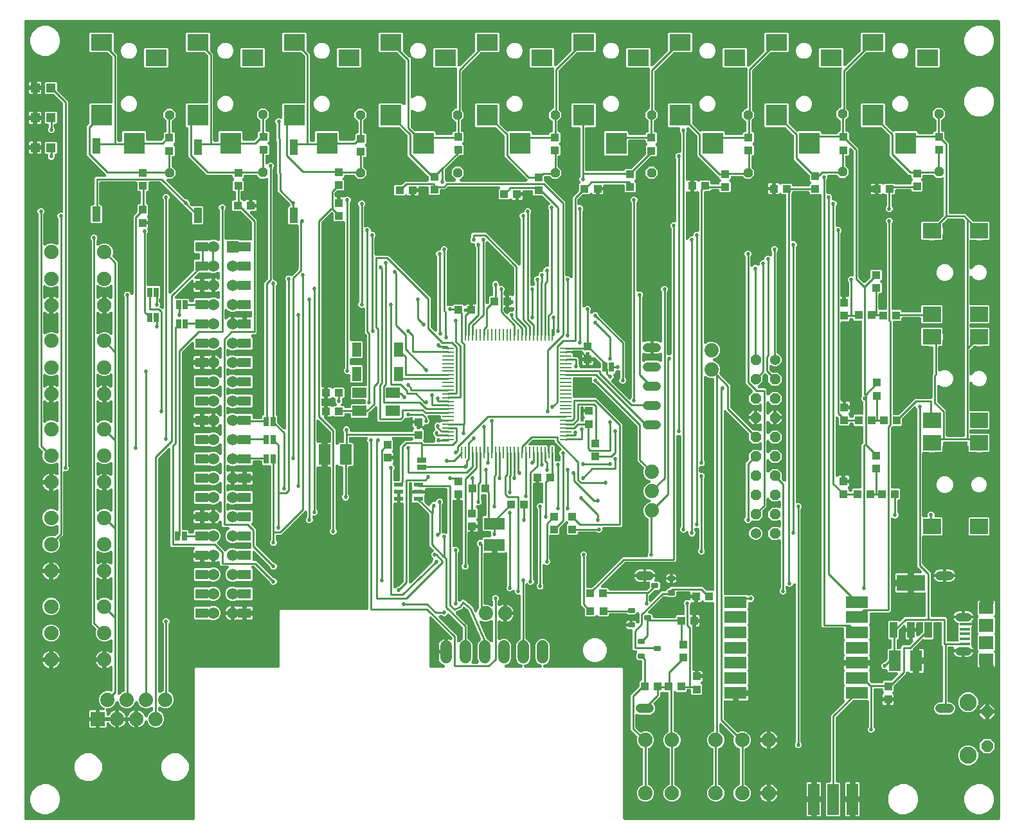
<source format=gtl>
G04 EAGLE Gerber RS-274X export*
G75*
%MOMM*%
%FSLAX34Y34*%
%LPD*%
%INTop Copper*%
%IPPOS*%
%AMOC8*
5,1,8,0,0,1.08239X$1,22.5*%
G01*
%ADD10R,1.000000X2.100000*%
%ADD11R,3.700000X2.100000*%
%ADD12R,1.600000X2.700000*%
%ADD13R,2.700000X1.600000*%
%ADD14R,1.000000X1.100000*%
%ADD15R,1.100000X1.000000*%
%ADD16C,1.879600*%
%ADD17C,1.219200*%
%ADD18R,2.800000X2.200000*%
%ADD19R,2.800000X2.800000*%
%ADD20R,1.900000X1.400000*%
%ADD21R,1.200000X1.200000*%
%ADD22R,2.400000X2.000000*%
%ADD23R,0.635000X1.270000*%
%ADD24R,1.879600X1.879600*%
%ADD25R,1.500000X0.270000*%
%ADD26R,0.270000X1.500000*%
%ADD27P,1.649562X8X112.500000*%
%ADD28C,2.247900*%
%ADD29R,1.300000X1.900000*%
%ADD30R,3.000000X1.500000*%
%ADD31C,1.900000*%
%ADD32C,0.950000*%
%ADD33C,1.100000*%
%ADD34R,1.350000X0.400000*%
%ADD35R,1.900000X1.800000*%
%ADD36R,1.900000X1.575000*%
%ADD37C,1.371600*%
%ADD38P,1.484606X8X112.500000*%
%ADD39P,1.484606X8X292.500000*%
%ADD40R,1.524000X4.064000*%
%ADD41R,1.524000X1.524000*%
%ADD42C,1.524000*%
%ADD43R,1.778000X1.270000*%
%ADD44R,1.270000X0.558800*%
%ADD45R,1.270000X0.635000*%
%ADD46C,1.524000*%
%ADD47C,0.362100*%
%ADD48C,1.200000*%
%ADD49P,1.319650X8X112.500000*%
%ADD50R,1.092200X2.006600*%
%ADD51C,0.812800*%
%ADD52C,0.525000*%
%ADD53C,0.279400*%
%ADD54C,0.254000*%

G36*
X224554Y2035D02*
X224554Y2035D01*
X224572Y2033D01*
X224754Y2054D01*
X224937Y2073D01*
X224954Y2078D01*
X224971Y2080D01*
X225146Y2137D01*
X225322Y2191D01*
X225337Y2199D01*
X225354Y2205D01*
X225514Y2295D01*
X225676Y2383D01*
X225689Y2394D01*
X225705Y2403D01*
X225844Y2523D01*
X225985Y2640D01*
X225996Y2654D01*
X226010Y2666D01*
X226122Y2811D01*
X226237Y2954D01*
X226245Y2970D01*
X226256Y2984D01*
X226338Y3149D01*
X226423Y3311D01*
X226428Y3328D01*
X226436Y3344D01*
X226483Y3523D01*
X226534Y3698D01*
X226536Y3716D01*
X226540Y3733D01*
X226567Y4064D01*
X226567Y201502D01*
X227758Y202693D01*
X336550Y202693D01*
X336568Y202695D01*
X336586Y202693D01*
X336768Y202714D01*
X336951Y202733D01*
X336968Y202738D01*
X336985Y202740D01*
X337160Y202797D01*
X337336Y202851D01*
X337351Y202859D01*
X337368Y202865D01*
X337528Y202955D01*
X337690Y203043D01*
X337703Y203054D01*
X337719Y203063D01*
X337858Y203183D01*
X337999Y203300D01*
X338010Y203314D01*
X338024Y203326D01*
X338136Y203471D01*
X338251Y203614D01*
X338259Y203630D01*
X338270Y203644D01*
X338352Y203809D01*
X338437Y203971D01*
X338442Y203988D01*
X338450Y204004D01*
X338497Y204182D01*
X338548Y204358D01*
X338550Y204376D01*
X338554Y204393D01*
X338581Y204724D01*
X338581Y277597D01*
X339623Y278639D01*
X452950Y278639D01*
X452968Y278641D01*
X452986Y278639D01*
X453168Y278660D01*
X453351Y278679D01*
X453368Y278684D01*
X453386Y278686D01*
X453560Y278743D01*
X453736Y278797D01*
X453751Y278805D01*
X453768Y278811D01*
X453929Y278901D01*
X454090Y278989D01*
X454103Y279000D01*
X454119Y279009D01*
X454258Y279129D01*
X454399Y279246D01*
X454410Y279260D01*
X454424Y279272D01*
X454536Y279417D01*
X454651Y279560D01*
X454659Y279576D01*
X454670Y279590D01*
X454752Y279755D01*
X454837Y279917D01*
X454842Y279934D01*
X454850Y279950D01*
X454897Y280128D01*
X454948Y280304D01*
X454950Y280322D01*
X454954Y280339D01*
X454981Y280670D01*
X454981Y498377D01*
X454979Y498403D01*
X454981Y498430D01*
X454959Y498604D01*
X454941Y498777D01*
X454934Y498803D01*
X454930Y498829D01*
X454875Y498995D01*
X454823Y499162D01*
X454811Y499186D01*
X454802Y499211D01*
X454715Y499363D01*
X454632Y499516D01*
X454615Y499537D01*
X454601Y499560D01*
X454386Y499813D01*
X454297Y499903D01*
X453626Y501521D01*
X453626Y503273D01*
X453934Y504016D01*
X453938Y504029D01*
X453944Y504040D01*
X453996Y504221D01*
X454050Y504401D01*
X454052Y504414D01*
X454055Y504427D01*
X454071Y504616D01*
X454089Y504802D01*
X454087Y504815D01*
X454088Y504829D01*
X454066Y505015D01*
X454047Y505202D01*
X454043Y505215D01*
X454041Y505228D01*
X453983Y505406D01*
X453927Y505587D01*
X453921Y505598D01*
X453917Y505611D01*
X453824Y505775D01*
X453734Y505940D01*
X453725Y505950D01*
X453719Y505962D01*
X453595Y506105D01*
X453475Y506248D01*
X453464Y506256D01*
X453455Y506267D01*
X453307Y506382D01*
X453160Y506499D01*
X453148Y506505D01*
X453137Y506513D01*
X452970Y506597D01*
X452802Y506683D01*
X452789Y506687D01*
X452777Y506693D01*
X452594Y506742D01*
X452414Y506793D01*
X452401Y506794D01*
X452388Y506797D01*
X452057Y506824D01*
X431457Y506824D01*
X431439Y506822D01*
X431421Y506824D01*
X431239Y506803D01*
X431056Y506784D01*
X431039Y506779D01*
X431022Y506777D01*
X430847Y506720D01*
X430671Y506666D01*
X430656Y506658D01*
X430639Y506652D01*
X430479Y506562D01*
X430317Y506474D01*
X430304Y506463D01*
X430288Y506454D01*
X430149Y506334D01*
X430008Y506217D01*
X429997Y506203D01*
X429983Y506191D01*
X429871Y506046D01*
X429756Y505903D01*
X429748Y505887D01*
X429737Y505873D01*
X429655Y505708D01*
X429570Y505546D01*
X429565Y505529D01*
X429557Y505513D01*
X429510Y505334D01*
X429459Y505159D01*
X429457Y505141D01*
X429453Y505124D01*
X429426Y504793D01*
X429426Y500674D01*
X429428Y500657D01*
X429426Y500639D01*
X429447Y500456D01*
X429466Y500274D01*
X429471Y500257D01*
X429473Y500239D01*
X429530Y500064D01*
X429584Y499889D01*
X429592Y499873D01*
X429598Y499856D01*
X429688Y499696D01*
X429776Y499535D01*
X429787Y499521D01*
X429796Y499506D01*
X429916Y499366D01*
X430033Y499226D01*
X430047Y499214D01*
X430059Y499201D01*
X430204Y499088D01*
X430347Y498973D01*
X430363Y498965D01*
X430377Y498954D01*
X430542Y498872D01*
X430704Y498788D01*
X430721Y498783D01*
X430737Y498775D01*
X430916Y498727D01*
X431091Y498676D01*
X431109Y498675D01*
X431126Y498670D01*
X431457Y498643D01*
X434263Y498643D01*
X435305Y497601D01*
X435305Y469128D01*
X434263Y468086D01*
X430207Y468086D01*
X430189Y468084D01*
X430171Y468085D01*
X429989Y468064D01*
X429806Y468046D01*
X429789Y468040D01*
X429772Y468038D01*
X429597Y467981D01*
X429421Y467928D01*
X429406Y467919D01*
X429389Y467914D01*
X429229Y467823D01*
X429067Y467736D01*
X429054Y467724D01*
X429038Y467716D01*
X428899Y467595D01*
X428758Y467478D01*
X428747Y467464D01*
X428733Y467452D01*
X428621Y467307D01*
X428506Y467164D01*
X428498Y467148D01*
X428487Y467134D01*
X428405Y466969D01*
X428320Y466807D01*
X428315Y466790D01*
X428307Y466774D01*
X428260Y466596D01*
X428209Y466420D01*
X428207Y466402D01*
X428203Y466385D01*
X428176Y466054D01*
X428176Y431393D01*
X428178Y431367D01*
X428176Y431340D01*
X428198Y431167D01*
X428216Y430993D01*
X428223Y430967D01*
X428227Y430941D01*
X428283Y430775D01*
X428334Y430608D01*
X428347Y430584D01*
X428355Y430559D01*
X428442Y430408D01*
X428526Y430254D01*
X428543Y430233D01*
X428556Y430210D01*
X428728Y430007D01*
X429404Y428376D01*
X429404Y426624D01*
X428733Y425005D01*
X427495Y423767D01*
X425876Y423096D01*
X424124Y423096D01*
X422505Y423767D01*
X421267Y425005D01*
X420596Y426624D01*
X420596Y428376D01*
X421268Y429997D01*
X421374Y430133D01*
X421484Y430269D01*
X421497Y430292D01*
X421513Y430313D01*
X421591Y430470D01*
X421673Y430624D01*
X421681Y430650D01*
X421693Y430674D01*
X421738Y430843D01*
X421788Y431010D01*
X421790Y431037D01*
X421797Y431063D01*
X421824Y431393D01*
X421824Y466054D01*
X421822Y466072D01*
X421824Y466090D01*
X421803Y466272D01*
X421784Y466455D01*
X421779Y466472D01*
X421777Y466490D01*
X421720Y466664D01*
X421666Y466840D01*
X421658Y466856D01*
X421652Y466873D01*
X421562Y467033D01*
X421474Y467194D01*
X421463Y467208D01*
X421454Y467223D01*
X421334Y467362D01*
X421217Y467503D01*
X421203Y467514D01*
X421191Y467528D01*
X421046Y467640D01*
X420903Y467756D01*
X420887Y467764D01*
X420873Y467775D01*
X420708Y467857D01*
X420546Y467941D01*
X420529Y467946D01*
X420513Y467954D01*
X420334Y468002D01*
X420159Y468052D01*
X420141Y468054D01*
X420124Y468059D01*
X419793Y468086D01*
X416789Y468086D01*
X415266Y469608D01*
X415259Y469614D01*
X415254Y469621D01*
X415104Y469741D01*
X414955Y469863D01*
X414947Y469868D01*
X414940Y469873D01*
X414770Y469962D01*
X414599Y470052D01*
X414590Y470055D01*
X414583Y470059D01*
X414398Y470112D01*
X414213Y470167D01*
X414204Y470168D01*
X414196Y470170D01*
X414005Y470186D01*
X413812Y470203D01*
X413803Y470202D01*
X413794Y470203D01*
X413605Y470181D01*
X413412Y470160D01*
X413403Y470157D01*
X413395Y470156D01*
X413213Y470097D01*
X413028Y470038D01*
X413020Y470034D01*
X413012Y470031D01*
X412845Y469937D01*
X412676Y469843D01*
X412669Y469838D01*
X412661Y469833D01*
X412516Y469708D01*
X412369Y469583D01*
X412363Y469576D01*
X412356Y469570D01*
X412239Y469419D01*
X412119Y469267D01*
X412115Y469259D01*
X412110Y469252D01*
X412024Y469080D01*
X411937Y468908D01*
X411934Y468900D01*
X411930Y468892D01*
X411880Y468704D01*
X411829Y468520D01*
X411828Y468511D01*
X411826Y468503D01*
X411799Y468172D01*
X411799Y386520D01*
X411801Y386494D01*
X411799Y386467D01*
X411821Y386293D01*
X411839Y386120D01*
X411846Y386094D01*
X411850Y386068D01*
X411905Y385902D01*
X411957Y385735D01*
X411970Y385711D01*
X411978Y385686D01*
X412065Y385535D01*
X412149Y385381D01*
X412166Y385360D01*
X412179Y385337D01*
X412394Y385084D01*
X412483Y384994D01*
X413154Y383376D01*
X413154Y381624D01*
X412483Y380005D01*
X411245Y378767D01*
X409626Y378096D01*
X407874Y378096D01*
X406255Y378767D01*
X405017Y380005D01*
X404346Y381624D01*
X404346Y383376D01*
X405017Y384994D01*
X405106Y385084D01*
X405123Y385105D01*
X405144Y385122D01*
X405250Y385260D01*
X405361Y385396D01*
X405374Y385419D01*
X405390Y385440D01*
X405468Y385597D01*
X405550Y385751D01*
X405558Y385777D01*
X405570Y385801D01*
X405615Y385970D01*
X405665Y386137D01*
X405667Y386164D01*
X405674Y386190D01*
X405701Y386520D01*
X405701Y465800D01*
X405699Y465818D01*
X405701Y465836D01*
X405680Y466018D01*
X405661Y466201D01*
X405656Y466218D01*
X405654Y466236D01*
X405597Y466410D01*
X405543Y466586D01*
X405535Y466602D01*
X405529Y466619D01*
X405439Y466779D01*
X405351Y466940D01*
X405340Y466954D01*
X405331Y466969D01*
X405211Y467108D01*
X405094Y467249D01*
X405080Y467260D01*
X405068Y467274D01*
X404923Y467386D01*
X404780Y467502D01*
X404764Y467510D01*
X404750Y467521D01*
X404585Y467603D01*
X404423Y467687D01*
X404406Y467692D01*
X404390Y467700D01*
X404211Y467748D01*
X404036Y467798D01*
X404018Y467800D01*
X404001Y467805D01*
X403670Y467832D01*
X401525Y467832D01*
X401525Y481396D01*
X401523Y481414D01*
X401525Y481432D01*
X401503Y481614D01*
X401485Y481797D01*
X401480Y481814D01*
X401478Y481832D01*
X401421Y482006D01*
X401367Y482182D01*
X401359Y482197D01*
X401353Y482214D01*
X401263Y482375D01*
X401175Y482536D01*
X401164Y482549D01*
X401155Y482565D01*
X401035Y482704D01*
X400917Y482845D01*
X400904Y482856D01*
X400892Y482870D01*
X400747Y482982D01*
X400604Y483097D01*
X400588Y483106D01*
X400574Y483116D01*
X400409Y483198D01*
X400246Y483283D01*
X400229Y483288D01*
X400213Y483296D01*
X400035Y483344D01*
X399971Y483362D01*
X400104Y483405D01*
X400279Y483459D01*
X400295Y483468D01*
X400312Y483473D01*
X400472Y483564D01*
X400633Y483651D01*
X400647Y483662D01*
X400663Y483671D01*
X400802Y483792D01*
X400943Y483909D01*
X400954Y483923D01*
X400967Y483934D01*
X401080Y484079D01*
X401195Y484223D01*
X401203Y484238D01*
X401214Y484253D01*
X401296Y484417D01*
X401380Y484580D01*
X401385Y484597D01*
X401393Y484613D01*
X401441Y484791D01*
X401492Y484967D01*
X401493Y484985D01*
X401498Y485002D01*
X401525Y485333D01*
X401525Y498897D01*
X403670Y498897D01*
X403688Y498899D01*
X403706Y498897D01*
X403888Y498919D01*
X404071Y498937D01*
X404088Y498942D01*
X404105Y498944D01*
X404280Y499001D01*
X404456Y499055D01*
X404471Y499064D01*
X404488Y499069D01*
X404648Y499160D01*
X404810Y499247D01*
X404823Y499258D01*
X404839Y499267D01*
X404978Y499387D01*
X405119Y499505D01*
X405130Y499519D01*
X405144Y499530D01*
X405256Y499675D01*
X405371Y499818D01*
X405379Y499834D01*
X405390Y499848D01*
X405472Y500013D01*
X405557Y500176D01*
X405562Y500193D01*
X405570Y500209D01*
X405617Y500387D01*
X405668Y500563D01*
X405670Y500580D01*
X405674Y500598D01*
X405701Y500928D01*
X405701Y512896D01*
X405699Y512922D01*
X405701Y512949D01*
X405679Y513123D01*
X405661Y513296D01*
X405654Y513322D01*
X405650Y513349D01*
X405595Y513514D01*
X405543Y513681D01*
X405530Y513705D01*
X405522Y513730D01*
X405435Y513882D01*
X405351Y514035D01*
X405334Y514056D01*
X405321Y514079D01*
X405106Y514332D01*
X390266Y529172D01*
X390259Y529178D01*
X390254Y529185D01*
X390104Y529305D01*
X389955Y529427D01*
X389947Y529431D01*
X389940Y529437D01*
X389770Y529525D01*
X389599Y529616D01*
X389590Y529618D01*
X389583Y529623D01*
X389398Y529676D01*
X389213Y529731D01*
X389204Y529731D01*
X389196Y529734D01*
X389004Y529750D01*
X388812Y529767D01*
X388803Y529766D01*
X388794Y529767D01*
X388605Y529745D01*
X388412Y529724D01*
X388403Y529721D01*
X388395Y529720D01*
X388213Y529661D01*
X388028Y529602D01*
X388020Y529598D01*
X388012Y529595D01*
X387843Y529500D01*
X387676Y529407D01*
X387669Y529402D01*
X387661Y529397D01*
X387514Y529270D01*
X387369Y529147D01*
X387363Y529140D01*
X387356Y529134D01*
X387239Y528983D01*
X387119Y528831D01*
X387115Y528823D01*
X387110Y528816D01*
X387023Y528642D01*
X386937Y528472D01*
X386934Y528463D01*
X386930Y528455D01*
X386880Y528269D01*
X386829Y528084D01*
X386828Y528075D01*
X386826Y528067D01*
X386799Y527736D01*
X386799Y500885D01*
X386807Y500803D01*
X386805Y500721D01*
X386827Y500604D01*
X386839Y500485D01*
X386863Y500406D01*
X386878Y500325D01*
X386922Y500214D01*
X386957Y500100D01*
X386996Y500027D01*
X387026Y499951D01*
X387092Y499851D01*
X387149Y499746D01*
X387201Y499683D01*
X387246Y499614D01*
X387330Y499528D01*
X387406Y499436D01*
X387470Y499385D01*
X387528Y499326D01*
X387627Y499259D01*
X387720Y499184D01*
X387793Y499146D01*
X387861Y499100D01*
X387971Y499054D01*
X388077Y498999D01*
X388156Y498976D01*
X388232Y498944D01*
X388349Y498920D01*
X388464Y498887D01*
X388546Y498880D01*
X388627Y498864D01*
X388746Y498864D01*
X388866Y498854D01*
X388947Y498864D01*
X389030Y498864D01*
X389180Y498891D01*
X389230Y498897D01*
X393526Y498897D01*
X393526Y485333D01*
X393528Y485315D01*
X393527Y485297D01*
X393548Y485115D01*
X393566Y484932D01*
X393572Y484915D01*
X393574Y484897D01*
X393631Y484723D01*
X393685Y484547D01*
X393693Y484531D01*
X393699Y484514D01*
X393789Y484354D01*
X393876Y484193D01*
X393888Y484179D01*
X393896Y484164D01*
X394017Y484024D01*
X394134Y483884D01*
X394148Y483873D01*
X394160Y483859D01*
X394305Y483747D01*
X394448Y483631D01*
X394464Y483623D01*
X394478Y483612D01*
X394643Y483530D01*
X394805Y483446D01*
X394822Y483441D01*
X394838Y483433D01*
X395016Y483385D01*
X395081Y483367D01*
X394948Y483323D01*
X394772Y483269D01*
X394757Y483261D01*
X394740Y483255D01*
X394579Y483165D01*
X394418Y483078D01*
X394405Y483066D01*
X394389Y483057D01*
X394250Y482937D01*
X394109Y482820D01*
X394098Y482806D01*
X394084Y482794D01*
X393972Y482649D01*
X393857Y482506D01*
X393848Y482490D01*
X393837Y482476D01*
X393755Y482311D01*
X393671Y482149D01*
X393666Y482132D01*
X393658Y482116D01*
X393610Y481938D01*
X393560Y481762D01*
X393558Y481744D01*
X393554Y481727D01*
X393526Y481396D01*
X393526Y467832D01*
X389230Y467832D01*
X389196Y467842D01*
X389076Y467851D01*
X388959Y467871D01*
X388877Y467868D01*
X388794Y467874D01*
X388676Y467860D01*
X388556Y467856D01*
X388476Y467837D01*
X388395Y467827D01*
X388281Y467790D01*
X388165Y467763D01*
X388090Y467728D01*
X388012Y467703D01*
X387908Y467644D01*
X387799Y467594D01*
X387733Y467545D01*
X387661Y467505D01*
X387571Y467427D01*
X387474Y467356D01*
X387419Y467295D01*
X387356Y467242D01*
X387283Y467147D01*
X387203Y467059D01*
X387160Y466988D01*
X387110Y466923D01*
X387057Y466817D01*
X386995Y466714D01*
X386967Y466637D01*
X386930Y466563D01*
X386899Y466447D01*
X386859Y466335D01*
X386847Y466254D01*
X386826Y466174D01*
X386813Y466022D01*
X386801Y465937D01*
X386803Y465896D01*
X386799Y465843D01*
X386799Y411520D01*
X386801Y411494D01*
X386799Y411467D01*
X386821Y411293D01*
X386839Y411120D01*
X386846Y411094D01*
X386850Y411068D01*
X386905Y410902D01*
X386957Y410735D01*
X386970Y410711D01*
X386978Y410686D01*
X387065Y410535D01*
X387149Y410381D01*
X387166Y410360D01*
X387179Y410337D01*
X387394Y410084D01*
X387483Y409994D01*
X388154Y408376D01*
X388154Y406624D01*
X387483Y405005D01*
X386245Y403767D01*
X384626Y403096D01*
X382988Y403096D01*
X382975Y403095D01*
X382962Y403096D01*
X382776Y403075D01*
X382588Y403056D01*
X382575Y403052D01*
X382562Y403051D01*
X382384Y402994D01*
X382203Y402938D01*
X382191Y402932D01*
X382178Y402928D01*
X382015Y402836D01*
X381849Y402746D01*
X381839Y402738D01*
X381827Y402731D01*
X381684Y402609D01*
X381540Y402489D01*
X381531Y402478D01*
X381521Y402470D01*
X381405Y402321D01*
X381287Y402175D01*
X381281Y402163D01*
X381273Y402153D01*
X381188Y401983D01*
X381102Y401818D01*
X381098Y401805D01*
X381092Y401793D01*
X381042Y401610D01*
X380990Y401431D01*
X380989Y401417D01*
X380986Y401404D01*
X380973Y401215D01*
X380958Y401029D01*
X380959Y401016D01*
X380958Y401003D01*
X380983Y400815D01*
X381004Y400630D01*
X381009Y400617D01*
X381010Y400604D01*
X381112Y400288D01*
X381904Y398376D01*
X381904Y396624D01*
X381233Y395005D01*
X379995Y393767D01*
X378376Y393096D01*
X376624Y393096D01*
X375005Y393767D01*
X373767Y395005D01*
X373096Y396624D01*
X373096Y398376D01*
X373767Y399995D01*
X373856Y400084D01*
X373873Y400105D01*
X373894Y400122D01*
X374001Y400260D01*
X374111Y400396D01*
X374124Y400419D01*
X374140Y400440D01*
X374218Y400597D01*
X374300Y400751D01*
X374308Y400777D01*
X374320Y400801D01*
X374365Y400970D01*
X374415Y401137D01*
X374417Y401164D01*
X374424Y401190D01*
X374451Y401520D01*
X374451Y407736D01*
X374450Y407745D01*
X374451Y407754D01*
X374430Y407947D01*
X374411Y408136D01*
X374409Y408145D01*
X374408Y408154D01*
X374349Y408338D01*
X374293Y408521D01*
X374289Y408529D01*
X374286Y408538D01*
X374193Y408706D01*
X374101Y408875D01*
X374096Y408882D01*
X374091Y408890D01*
X373967Y409037D01*
X373844Y409185D01*
X373837Y409190D01*
X373831Y409197D01*
X373679Y409317D01*
X373530Y409437D01*
X373522Y409441D01*
X373515Y409447D01*
X373342Y409534D01*
X373173Y409623D01*
X373164Y409625D01*
X373156Y409629D01*
X372970Y409681D01*
X372786Y409734D01*
X372777Y409735D01*
X372768Y409737D01*
X372575Y409751D01*
X372384Y409767D01*
X372376Y409766D01*
X372367Y409766D01*
X372174Y409742D01*
X371985Y409720D01*
X371976Y409717D01*
X371967Y409716D01*
X371785Y409655D01*
X371602Y409595D01*
X371594Y409591D01*
X371586Y409588D01*
X371419Y409492D01*
X371251Y409397D01*
X371244Y409391D01*
X371237Y409387D01*
X370984Y409172D01*
X342394Y380582D01*
X340013Y378201D01*
X335080Y378201D01*
X335062Y378199D01*
X335044Y378201D01*
X334862Y378180D01*
X334679Y378161D01*
X334662Y378156D01*
X334645Y378154D01*
X334470Y378097D01*
X334294Y378043D01*
X334279Y378035D01*
X334262Y378029D01*
X334102Y377939D01*
X333940Y377851D01*
X333927Y377840D01*
X333911Y377831D01*
X333772Y377711D01*
X333631Y377594D01*
X333620Y377580D01*
X333606Y377568D01*
X333494Y377423D01*
X333379Y377280D01*
X333371Y377264D01*
X333360Y377250D01*
X333278Y377085D01*
X333193Y376923D01*
X333188Y376906D01*
X333180Y376890D01*
X333133Y376711D01*
X333082Y376536D01*
X333080Y376518D01*
X333076Y376501D01*
X333049Y376170D01*
X333049Y371520D01*
X333051Y371494D01*
X333049Y371467D01*
X333071Y371293D01*
X333089Y371120D01*
X333096Y371094D01*
X333100Y371068D01*
X333155Y370902D01*
X333207Y370735D01*
X333220Y370711D01*
X333228Y370686D01*
X333315Y370535D01*
X333399Y370381D01*
X333416Y370360D01*
X333429Y370337D01*
X333644Y370084D01*
X333733Y369994D01*
X334404Y368376D01*
X334404Y366624D01*
X333733Y365005D01*
X332495Y363767D01*
X330876Y363096D01*
X329124Y363096D01*
X327505Y363767D01*
X326267Y365005D01*
X325596Y366624D01*
X325596Y368376D01*
X326267Y369994D01*
X326356Y370084D01*
X326373Y370105D01*
X326394Y370122D01*
X326500Y370260D01*
X326611Y370396D01*
X326624Y370419D01*
X326640Y370440D01*
X326718Y370597D01*
X326800Y370751D01*
X326808Y370777D01*
X326820Y370801D01*
X326865Y370970D01*
X326915Y371137D01*
X326917Y371164D01*
X326924Y371190D01*
X326951Y371520D01*
X326951Y467360D01*
X326949Y467378D01*
X326951Y467396D01*
X326930Y467577D01*
X326911Y467761D01*
X326906Y467778D01*
X326904Y467795D01*
X326847Y467970D01*
X326793Y468146D01*
X326785Y468161D01*
X326779Y468178D01*
X326689Y468338D01*
X326601Y468500D01*
X326590Y468513D01*
X326581Y468529D01*
X326461Y468668D01*
X326344Y468809D01*
X326330Y468820D01*
X326318Y468834D01*
X326173Y468946D01*
X326030Y469061D01*
X326014Y469069D01*
X326000Y469080D01*
X325835Y469162D01*
X325673Y469247D01*
X325656Y469252D01*
X325640Y469260D01*
X325461Y469307D01*
X325286Y469358D01*
X325268Y469360D01*
X325251Y469364D01*
X324920Y469391D01*
X316708Y469391D01*
X315666Y470433D01*
X315666Y473670D01*
X315664Y473688D01*
X315666Y473706D01*
X315645Y473888D01*
X315626Y474071D01*
X315621Y474088D01*
X315619Y474105D01*
X315562Y474280D01*
X315508Y474456D01*
X315500Y474471D01*
X315494Y474488D01*
X315404Y474648D01*
X315316Y474810D01*
X315305Y474823D01*
X315296Y474839D01*
X315176Y474978D01*
X315059Y475119D01*
X315045Y475130D01*
X315033Y475144D01*
X314888Y475256D01*
X314745Y475371D01*
X314729Y475379D01*
X314715Y475390D01*
X314551Y475472D01*
X314388Y475557D01*
X314371Y475562D01*
X314355Y475570D01*
X314176Y475617D01*
X314001Y475668D01*
X313983Y475670D01*
X313966Y475674D01*
X313635Y475701D01*
X304599Y475701D01*
X304581Y475699D01*
X304564Y475701D01*
X304381Y475680D01*
X304198Y475661D01*
X304181Y475656D01*
X304164Y475654D01*
X303989Y475597D01*
X303814Y475543D01*
X303798Y475535D01*
X303781Y475529D01*
X303621Y475439D01*
X303460Y475351D01*
X303446Y475340D01*
X303430Y475331D01*
X303291Y475211D01*
X303150Y475094D01*
X303139Y475080D01*
X303126Y475068D01*
X303013Y474923D01*
X302898Y474780D01*
X302890Y474764D01*
X302879Y474750D01*
X302797Y474585D01*
X302712Y474423D01*
X302708Y474406D01*
X302700Y474390D01*
X302652Y474211D01*
X302601Y474036D01*
X302600Y474018D01*
X302595Y474001D01*
X302568Y473670D01*
X302568Y470686D01*
X301526Y469644D01*
X281903Y469644D01*
X281897Y469646D01*
X281725Y469697D01*
X281703Y469699D01*
X281681Y469705D01*
X281502Y469717D01*
X281324Y469733D01*
X281302Y469731D01*
X281280Y469732D01*
X281102Y469709D01*
X280924Y469690D01*
X280902Y469683D01*
X280880Y469680D01*
X280564Y469579D01*
X277993Y468514D01*
X274254Y468514D01*
X270857Y469921D01*
X270844Y469925D01*
X270833Y469931D01*
X270652Y469983D01*
X270472Y470037D01*
X270459Y470038D01*
X270446Y470042D01*
X270258Y470057D01*
X270071Y470075D01*
X270058Y470074D01*
X270044Y470075D01*
X269857Y470053D01*
X269671Y470034D01*
X269658Y470030D01*
X269645Y470028D01*
X269465Y469969D01*
X269286Y469914D01*
X269275Y469907D01*
X269262Y469903D01*
X269097Y469810D01*
X268933Y469720D01*
X268923Y469712D01*
X268911Y469705D01*
X268769Y469582D01*
X268625Y469461D01*
X268617Y469451D01*
X268606Y469442D01*
X268491Y469294D01*
X268374Y469147D01*
X268368Y469135D01*
X268360Y469124D01*
X268276Y468955D01*
X268190Y468788D01*
X268186Y468776D01*
X268180Y468764D01*
X268131Y468580D01*
X268080Y468401D01*
X268079Y468388D01*
X268076Y468375D01*
X268049Y468044D01*
X268049Y462546D01*
X268058Y462454D01*
X268057Y462360D01*
X268078Y462254D01*
X268089Y462146D01*
X268116Y462057D01*
X268134Y461965D01*
X268175Y461865D01*
X268207Y461761D01*
X268251Y461679D01*
X268287Y461593D01*
X268347Y461502D01*
X268399Y461407D01*
X268458Y461335D01*
X268510Y461258D01*
X268587Y461181D01*
X268656Y461098D01*
X268729Y461039D01*
X268795Y460973D01*
X268886Y460913D01*
X268970Y460845D01*
X269053Y460802D01*
X269130Y460751D01*
X269231Y460710D01*
X269327Y460660D01*
X269417Y460634D01*
X269503Y460599D01*
X269610Y460578D01*
X269714Y460548D01*
X269807Y460541D01*
X269899Y460523D01*
X270007Y460524D01*
X270116Y460515D01*
X270208Y460526D01*
X270301Y460527D01*
X270408Y460550D01*
X270515Y460562D01*
X270604Y460591D01*
X270695Y460610D01*
X270819Y460661D01*
X270898Y460687D01*
X270941Y460711D01*
X271002Y460736D01*
X272418Y461458D01*
X273584Y461837D01*
X273584Y453021D01*
X273586Y453003D01*
X273585Y452985D01*
X273606Y452803D01*
X273624Y452620D01*
X273629Y452603D01*
X273631Y452585D01*
X273657Y452507D01*
X273617Y452370D01*
X273616Y452352D01*
X273611Y452335D01*
X273584Y452004D01*
X273584Y443188D01*
X272418Y443567D01*
X271002Y444288D01*
X270915Y444322D01*
X270833Y444365D01*
X270728Y444395D01*
X270627Y444435D01*
X270535Y444451D01*
X270446Y444477D01*
X270337Y444485D01*
X270231Y444504D01*
X270137Y444502D01*
X270044Y444509D01*
X269937Y444497D01*
X269828Y444494D01*
X269737Y444473D01*
X269645Y444463D01*
X269541Y444429D01*
X269435Y444405D01*
X269350Y444367D01*
X269262Y444338D01*
X269167Y444284D01*
X269068Y444240D01*
X268992Y444186D01*
X268911Y444140D01*
X268829Y444069D01*
X268741Y444006D01*
X268677Y443938D01*
X268606Y443877D01*
X268540Y443791D01*
X268466Y443712D01*
X268417Y443632D01*
X268360Y443559D01*
X268311Y443461D01*
X268254Y443369D01*
X268222Y443282D01*
X268180Y443198D01*
X268152Y443093D01*
X268115Y442991D01*
X268100Y442899D01*
X268076Y442809D01*
X268065Y442676D01*
X268052Y442594D01*
X268054Y442544D01*
X268049Y442479D01*
X268049Y436981D01*
X268050Y436967D01*
X268049Y436954D01*
X268070Y436767D01*
X268089Y436580D01*
X268093Y436567D01*
X268094Y436554D01*
X268152Y436375D01*
X268207Y436195D01*
X268213Y436184D01*
X268217Y436171D01*
X268309Y436006D01*
X268399Y435841D01*
X268407Y435831D01*
X268414Y435819D01*
X268536Y435676D01*
X268656Y435532D01*
X268667Y435524D01*
X268675Y435513D01*
X268824Y435397D01*
X268970Y435280D01*
X268982Y435274D01*
X268992Y435265D01*
X269161Y435181D01*
X269327Y435094D01*
X269340Y435091D01*
X269352Y435084D01*
X269534Y435035D01*
X269714Y434983D01*
X269728Y434982D01*
X269741Y434978D01*
X269929Y434965D01*
X270116Y434950D01*
X270129Y434951D01*
X270142Y434951D01*
X270330Y434975D01*
X270515Y434997D01*
X270528Y435001D01*
X270541Y435003D01*
X270857Y435104D01*
X274254Y436511D01*
X277993Y436511D01*
X281023Y435256D01*
X281052Y435247D01*
X281080Y435233D01*
X281245Y435189D01*
X281408Y435140D01*
X281439Y435137D01*
X281469Y435129D01*
X281800Y435102D01*
X301526Y435102D01*
X302568Y434060D01*
X302568Y419886D01*
X301526Y418844D01*
X281903Y418844D01*
X281897Y418846D01*
X281725Y418897D01*
X281703Y418899D01*
X281681Y418905D01*
X281502Y418917D01*
X281324Y418933D01*
X281302Y418931D01*
X281280Y418932D01*
X281102Y418909D01*
X280924Y418890D01*
X280902Y418883D01*
X280880Y418880D01*
X280564Y418779D01*
X279363Y418281D01*
X279362Y418281D01*
X277993Y417714D01*
X274254Y417714D01*
X270857Y419121D01*
X270844Y419125D01*
X270833Y419131D01*
X270652Y419183D01*
X270472Y419237D01*
X270459Y419238D01*
X270446Y419242D01*
X270258Y419257D01*
X270071Y419275D01*
X270058Y419274D01*
X270044Y419275D01*
X269857Y419253D01*
X269671Y419234D01*
X269658Y419230D01*
X269645Y419228D01*
X269465Y419169D01*
X269286Y419114D01*
X269275Y419107D01*
X269262Y419103D01*
X269097Y419010D01*
X268933Y418920D01*
X268923Y418912D01*
X268911Y418905D01*
X268769Y418782D01*
X268625Y418661D01*
X268617Y418651D01*
X268606Y418642D01*
X268491Y418494D01*
X268374Y418347D01*
X268368Y418335D01*
X268360Y418324D01*
X268276Y418155D01*
X268190Y417988D01*
X268186Y417976D01*
X268180Y417964D01*
X268131Y417780D01*
X268080Y417601D01*
X268079Y417588D01*
X268076Y417575D01*
X268049Y417244D01*
X268049Y411581D01*
X268050Y411567D01*
X268049Y411554D01*
X268070Y411367D01*
X268089Y411180D01*
X268093Y411167D01*
X268094Y411154D01*
X268152Y410975D01*
X268207Y410795D01*
X268213Y410784D01*
X268217Y410771D01*
X268309Y410606D01*
X268399Y410441D01*
X268407Y410431D01*
X268414Y410419D01*
X268536Y410276D01*
X268656Y410132D01*
X268667Y410124D01*
X268675Y410113D01*
X268824Y409997D01*
X268970Y409880D01*
X268982Y409874D01*
X268992Y409865D01*
X269161Y409781D01*
X269327Y409694D01*
X269340Y409691D01*
X269352Y409684D01*
X269534Y409635D01*
X269714Y409583D01*
X269728Y409582D01*
X269741Y409578D01*
X269929Y409565D01*
X270116Y409550D01*
X270129Y409551D01*
X270142Y409551D01*
X270330Y409575D01*
X270515Y409597D01*
X270528Y409601D01*
X270541Y409603D01*
X270857Y409704D01*
X274254Y411111D01*
X277993Y411111D01*
X281023Y409856D01*
X281052Y409847D01*
X281080Y409833D01*
X281245Y409789D01*
X281408Y409740D01*
X281439Y409737D01*
X281469Y409729D01*
X281800Y409702D01*
X301526Y409702D01*
X302568Y408660D01*
X302568Y394486D01*
X301383Y393301D01*
X301372Y393287D01*
X301358Y393276D01*
X301244Y393132D01*
X301128Y392990D01*
X301120Y392974D01*
X301108Y392960D01*
X301025Y392795D01*
X300939Y392634D01*
X300934Y392617D01*
X300926Y392601D01*
X300877Y392423D01*
X300824Y392248D01*
X300823Y392230D01*
X300818Y392213D01*
X300805Y392030D01*
X300788Y391847D01*
X300790Y391829D01*
X300789Y391812D01*
X300812Y391630D01*
X300831Y391447D01*
X300837Y391430D01*
X300839Y391412D01*
X300897Y391238D01*
X300953Y391063D01*
X300962Y391047D01*
X300967Y391030D01*
X301059Y390871D01*
X301148Y390711D01*
X301159Y390697D01*
X301168Y390682D01*
X301383Y390429D01*
X306799Y385013D01*
X306799Y364604D01*
X306801Y364578D01*
X306799Y364551D01*
X306821Y364377D01*
X306839Y364204D01*
X306846Y364178D01*
X306850Y364151D01*
X306905Y363986D01*
X306957Y363819D01*
X306970Y363795D01*
X306978Y363770D01*
X307066Y363618D01*
X307149Y363465D01*
X307166Y363444D01*
X307179Y363421D01*
X307394Y363168D01*
X329313Y341249D01*
X329334Y341232D01*
X329351Y341211D01*
X329489Y341104D01*
X329624Y340994D01*
X329648Y340981D01*
X329669Y340965D01*
X329826Y340887D01*
X329980Y340805D01*
X330006Y340797D01*
X330030Y340785D01*
X330199Y340740D01*
X330366Y340690D01*
X330393Y340688D01*
X330418Y340681D01*
X330749Y340654D01*
X330876Y340654D01*
X332495Y339983D01*
X333733Y338745D01*
X334404Y337126D01*
X334404Y335374D01*
X333733Y333755D01*
X332495Y332517D01*
X330876Y331846D01*
X329124Y331846D01*
X327505Y332517D01*
X326267Y333755D01*
X325596Y335374D01*
X325596Y335501D01*
X325594Y335527D01*
X325596Y335554D01*
X325574Y335728D01*
X325556Y335901D01*
X325549Y335927D01*
X325545Y335954D01*
X325490Y336119D01*
X325438Y336286D01*
X325425Y336310D01*
X325417Y336335D01*
X325330Y336487D01*
X325246Y336640D01*
X325229Y336661D01*
X325216Y336684D01*
X325001Y336937D01*
X306035Y355903D01*
X306028Y355909D01*
X306023Y355916D01*
X305873Y356036D01*
X305724Y356158D01*
X305716Y356162D01*
X305709Y356168D01*
X305538Y356257D01*
X305368Y356347D01*
X305360Y356349D01*
X305352Y356353D01*
X305167Y356407D01*
X304982Y356462D01*
X304973Y356462D01*
X304965Y356465D01*
X304774Y356480D01*
X304581Y356498D01*
X304572Y356497D01*
X304564Y356498D01*
X304374Y356475D01*
X304181Y356455D01*
X304172Y356452D01*
X304164Y356451D01*
X303982Y356391D01*
X303797Y356333D01*
X303789Y356329D01*
X303781Y356326D01*
X303613Y356231D01*
X303445Y356138D01*
X303438Y356132D01*
X303430Y356128D01*
X303284Y356002D01*
X303138Y355878D01*
X303132Y355871D01*
X303126Y355865D01*
X303008Y355713D01*
X302888Y355562D01*
X302884Y355554D01*
X302879Y355547D01*
X302793Y355375D01*
X302706Y355203D01*
X302704Y355194D01*
X302700Y355186D01*
X302649Y355000D01*
X302598Y354815D01*
X302597Y354806D01*
X302595Y354797D01*
X302568Y354467D01*
X302568Y345080D01*
X302570Y345062D01*
X302568Y345044D01*
X302590Y344862D01*
X302608Y344679D01*
X302613Y344662D01*
X302615Y344645D01*
X302672Y344470D01*
X302726Y344294D01*
X302734Y344279D01*
X302740Y344262D01*
X302830Y344102D01*
X302918Y343940D01*
X302929Y343927D01*
X302938Y343911D01*
X303058Y343772D01*
X303175Y343631D01*
X303189Y343620D01*
X303201Y343606D01*
X303346Y343494D01*
X303489Y343379D01*
X303505Y343371D01*
X303519Y343360D01*
X303684Y343278D01*
X303846Y343193D01*
X303864Y343188D01*
X303880Y343180D01*
X304058Y343133D01*
X304233Y343082D01*
X304251Y343080D01*
X304268Y343076D01*
X304599Y343049D01*
X307513Y343049D01*
X309894Y340668D01*
X329313Y321249D01*
X329334Y321232D01*
X329351Y321211D01*
X329489Y321104D01*
X329624Y320994D01*
X329648Y320981D01*
X329669Y320965D01*
X329826Y320887D01*
X329980Y320805D01*
X330006Y320797D01*
X330030Y320785D01*
X330199Y320740D01*
X330366Y320690D01*
X330393Y320688D01*
X330418Y320681D01*
X330749Y320654D01*
X330876Y320654D01*
X332495Y319983D01*
X333733Y318745D01*
X334404Y317126D01*
X334404Y315374D01*
X333733Y313755D01*
X332495Y312517D01*
X330876Y311846D01*
X329124Y311846D01*
X327505Y312517D01*
X326267Y313755D01*
X325596Y315374D01*
X325596Y315501D01*
X325594Y315527D01*
X325596Y315554D01*
X325574Y315728D01*
X325556Y315901D01*
X325549Y315927D01*
X325545Y315954D01*
X325489Y316119D01*
X325438Y316286D01*
X325425Y316310D01*
X325417Y316335D01*
X325330Y316487D01*
X325246Y316640D01*
X325229Y316661D01*
X325216Y316684D01*
X325001Y316937D01*
X305582Y336356D01*
X305561Y336373D01*
X305544Y336394D01*
X305406Y336500D01*
X305271Y336611D01*
X305247Y336624D01*
X305226Y336640D01*
X305069Y336718D01*
X304915Y336800D01*
X304889Y336808D01*
X304865Y336820D01*
X304696Y336865D01*
X304529Y336915D01*
X304502Y336917D01*
X304477Y336924D01*
X304146Y336951D01*
X302980Y336951D01*
X302971Y336950D01*
X302962Y336951D01*
X302771Y336930D01*
X302580Y336911D01*
X302571Y336909D01*
X302562Y336908D01*
X302380Y336850D01*
X302195Y336793D01*
X302187Y336789D01*
X302178Y336786D01*
X302010Y336693D01*
X301841Y336601D01*
X301834Y336596D01*
X301826Y336591D01*
X301678Y336466D01*
X301531Y336344D01*
X301526Y336337D01*
X301519Y336331D01*
X301399Y336179D01*
X301279Y336030D01*
X301275Y336022D01*
X301269Y336015D01*
X301182Y335843D01*
X301094Y335673D01*
X301091Y335664D01*
X301087Y335656D01*
X301035Y335469D01*
X300982Y335286D01*
X300981Y335277D01*
X300979Y335268D01*
X300965Y335076D01*
X300949Y334884D01*
X300950Y334876D01*
X300950Y334867D01*
X300974Y334674D01*
X300996Y334485D01*
X300999Y334476D01*
X301000Y334467D01*
X301062Y334284D01*
X301121Y334102D01*
X301125Y334094D01*
X301128Y334086D01*
X301224Y333920D01*
X301319Y333751D01*
X301325Y333744D01*
X301329Y333737D01*
X301544Y333484D01*
X302568Y332460D01*
X302568Y318286D01*
X301526Y317244D01*
X281903Y317244D01*
X281897Y317246D01*
X281725Y317297D01*
X281703Y317299D01*
X281681Y317305D01*
X281503Y317317D01*
X281324Y317333D01*
X281302Y317331D01*
X281280Y317333D01*
X281102Y317309D01*
X280924Y317290D01*
X280903Y317283D01*
X280880Y317280D01*
X280564Y317179D01*
X277993Y316114D01*
X274254Y316114D01*
X270800Y317545D01*
X268156Y320188D01*
X266725Y323643D01*
X266725Y327382D01*
X268156Y330836D01*
X270803Y333484D01*
X270809Y333491D01*
X270815Y333496D01*
X270936Y333646D01*
X271058Y333795D01*
X271062Y333803D01*
X271068Y333810D01*
X271156Y333980D01*
X271247Y334151D01*
X271249Y334160D01*
X271253Y334167D01*
X271306Y334352D01*
X271361Y334537D01*
X271362Y334546D01*
X271365Y334554D01*
X271380Y334745D01*
X271398Y334938D01*
X271397Y334947D01*
X271398Y334956D01*
X271375Y335144D01*
X271354Y335338D01*
X271352Y335347D01*
X271351Y335355D01*
X271291Y335537D01*
X271233Y335722D01*
X271229Y335730D01*
X271226Y335738D01*
X271131Y335907D01*
X271038Y336074D01*
X271032Y336081D01*
X271028Y336089D01*
X270902Y336235D01*
X270778Y336381D01*
X270771Y336387D01*
X270765Y336394D01*
X270613Y336511D01*
X270462Y336631D01*
X270454Y336635D01*
X270447Y336640D01*
X270275Y336726D01*
X270103Y336813D01*
X270094Y336816D01*
X270086Y336820D01*
X269900Y336870D01*
X269715Y336921D01*
X269706Y336922D01*
X269697Y336924D01*
X269367Y336951D01*
X261237Y336951D01*
X259451Y338737D01*
X259451Y341336D01*
X259446Y341386D01*
X259449Y341438D01*
X259426Y341587D01*
X259411Y341736D01*
X259396Y341785D01*
X259389Y341836D01*
X259337Y341977D01*
X259293Y342121D01*
X259269Y342166D01*
X259251Y342214D01*
X259173Y342343D01*
X259101Y342475D01*
X259069Y342514D01*
X259042Y342558D01*
X258940Y342669D01*
X258844Y342784D01*
X258804Y342816D01*
X258769Y342854D01*
X258647Y342943D01*
X258530Y343037D01*
X258485Y343060D01*
X258443Y343090D01*
X258306Y343153D01*
X258173Y343222D01*
X258124Y343236D01*
X258077Y343258D01*
X257930Y343292D01*
X257786Y343334D01*
X257735Y343338D01*
X257685Y343349D01*
X257534Y343354D01*
X257384Y343367D01*
X257334Y343361D01*
X257283Y343362D01*
X257134Y343337D01*
X256985Y343320D01*
X256936Y343304D01*
X256885Y343295D01*
X256745Y343241D01*
X256602Y343195D01*
X256557Y343170D01*
X256509Y343151D01*
X256313Y343031D01*
X256251Y342997D01*
X256241Y342988D01*
X256226Y342979D01*
X255783Y342657D01*
X254429Y341967D01*
X253263Y341588D01*
X253263Y350404D01*
X253261Y350422D01*
X253262Y350440D01*
X253241Y350622D01*
X253223Y350805D01*
X253218Y350822D01*
X253216Y350840D01*
X253159Y351014D01*
X253105Y351190D01*
X253096Y351205D01*
X253091Y351222D01*
X253000Y351383D01*
X252913Y351544D01*
X252902Y351557D01*
X252893Y351573D01*
X252773Y351712D01*
X252655Y351853D01*
X252641Y351864D01*
X252630Y351878D01*
X252485Y351990D01*
X252341Y352105D01*
X252326Y352114D01*
X252312Y352125D01*
X252147Y352207D01*
X252070Y352246D01*
X251984Y352399D01*
X251897Y352560D01*
X251885Y352574D01*
X251877Y352589D01*
X251756Y352729D01*
X251639Y352869D01*
X251625Y352880D01*
X251613Y352894D01*
X251468Y353006D01*
X251325Y353122D01*
X251309Y353130D01*
X251295Y353141D01*
X251130Y353223D01*
X250968Y353307D01*
X250951Y353312D01*
X250935Y353320D01*
X250757Y353368D01*
X250581Y353419D01*
X250563Y353420D01*
X250546Y353425D01*
X250215Y353452D01*
X240376Y353452D01*
X240272Y353528D01*
X240133Y353636D01*
X240111Y353647D01*
X240092Y353662D01*
X239931Y353737D01*
X239772Y353816D01*
X239749Y353822D01*
X239727Y353832D01*
X239556Y353874D01*
X239384Y353920D01*
X239357Y353922D01*
X239336Y353927D01*
X239254Y353931D01*
X239053Y353947D01*
X237162Y353947D01*
X237145Y353945D01*
X237127Y353947D01*
X236944Y353926D01*
X236762Y353907D01*
X236745Y353902D01*
X236727Y353900D01*
X236552Y353843D01*
X236377Y353789D01*
X236361Y353781D01*
X236344Y353775D01*
X236184Y353685D01*
X236023Y353597D01*
X236017Y353592D01*
X235986Y353617D01*
X235970Y353625D01*
X235956Y353636D01*
X235791Y353718D01*
X235629Y353803D01*
X235612Y353808D01*
X235595Y353816D01*
X235417Y353863D01*
X235242Y353914D01*
X235224Y353916D01*
X235207Y353920D01*
X234876Y353947D01*
X225096Y353947D01*
X225096Y357391D01*
X225235Y357908D01*
X225502Y358371D01*
X225615Y358484D01*
X225621Y358491D01*
X225628Y358496D01*
X225747Y358645D01*
X225870Y358795D01*
X225874Y358803D01*
X225880Y358810D01*
X225968Y358979D01*
X226059Y359151D01*
X226061Y359159D01*
X226066Y359167D01*
X226119Y359352D01*
X226174Y359537D01*
X226174Y359546D01*
X226177Y359554D01*
X226193Y359746D01*
X226210Y359938D01*
X226209Y359947D01*
X226210Y359956D01*
X226187Y360146D01*
X226167Y360338D01*
X226164Y360346D01*
X226163Y360355D01*
X226104Y360537D01*
X226045Y360722D01*
X226041Y360730D01*
X226038Y360738D01*
X225943Y360906D01*
X225850Y361074D01*
X225845Y361081D01*
X225840Y361089D01*
X225716Y361232D01*
X225590Y361381D01*
X225583Y361387D01*
X225577Y361394D01*
X225426Y361511D01*
X225274Y361631D01*
X225266Y361635D01*
X225259Y361640D01*
X225087Y361726D01*
X224915Y361813D01*
X224906Y361816D01*
X224898Y361820D01*
X224712Y361870D01*
X224527Y361921D01*
X224518Y361922D01*
X224510Y361924D01*
X224179Y361951D01*
X196237Y361951D01*
X194451Y363737D01*
X194451Y490056D01*
X194450Y490065D01*
X194451Y490074D01*
X194430Y490267D01*
X194411Y490457D01*
X194409Y490465D01*
X194408Y490474D01*
X194350Y490658D01*
X194293Y490842D01*
X194289Y490850D01*
X194286Y490858D01*
X194194Y491025D01*
X194101Y491196D01*
X194096Y491203D01*
X194091Y491210D01*
X193967Y491358D01*
X193844Y491505D01*
X193837Y491511D01*
X193831Y491517D01*
X193679Y491637D01*
X193530Y491757D01*
X193522Y491762D01*
X193515Y491767D01*
X193342Y491855D01*
X193173Y491943D01*
X193164Y491945D01*
X193156Y491949D01*
X192970Y492001D01*
X192786Y492054D01*
X192777Y492055D01*
X192768Y492057D01*
X192575Y492072D01*
X192384Y492087D01*
X192376Y492086D01*
X192367Y492087D01*
X192174Y492062D01*
X191985Y492040D01*
X191976Y492038D01*
X191967Y492036D01*
X191784Y491975D01*
X191602Y491915D01*
X191594Y491911D01*
X191586Y491908D01*
X191419Y491812D01*
X191251Y491718D01*
X191244Y491712D01*
X191237Y491707D01*
X190984Y491493D01*
X178771Y479279D01*
X178754Y479259D01*
X178733Y479241D01*
X178626Y479103D01*
X178516Y478968D01*
X178503Y478944D01*
X178487Y478923D01*
X178409Y478766D01*
X178327Y478612D01*
X178319Y478587D01*
X178307Y478563D01*
X178262Y478393D01*
X178212Y478226D01*
X178210Y478200D01*
X178203Y478174D01*
X178176Y477843D01*
X178176Y171691D01*
X178177Y171682D01*
X178176Y171673D01*
X178197Y171482D01*
X178216Y171291D01*
X178218Y171282D01*
X178219Y171273D01*
X178277Y171090D01*
X178334Y170906D01*
X178338Y170897D01*
X178341Y170889D01*
X178434Y170721D01*
X178526Y170552D01*
X178531Y170545D01*
X178536Y170537D01*
X178661Y170389D01*
X178783Y170242D01*
X178790Y170237D01*
X178796Y170230D01*
X178949Y170109D01*
X179097Y169990D01*
X179105Y169986D01*
X179112Y169980D01*
X179285Y169893D01*
X179454Y169805D01*
X179463Y169802D01*
X179471Y169798D01*
X179656Y169746D01*
X179841Y169693D01*
X179850Y169692D01*
X179859Y169690D01*
X180051Y169676D01*
X180243Y169660D01*
X180252Y169661D01*
X180261Y169661D01*
X180452Y169685D01*
X180642Y169707D01*
X180651Y169710D01*
X180660Y169711D01*
X180843Y169773D01*
X181025Y169832D01*
X181033Y169837D01*
X181042Y169839D01*
X181208Y169935D01*
X181241Y169954D01*
X184447Y171282D01*
X184467Y171292D01*
X184488Y171299D01*
X184644Y171387D01*
X184802Y171472D01*
X184819Y171486D01*
X184839Y171497D01*
X184974Y171614D01*
X185113Y171728D01*
X185127Y171746D01*
X185144Y171760D01*
X185253Y171902D01*
X185366Y172041D01*
X185377Y172061D01*
X185390Y172078D01*
X185470Y172239D01*
X185553Y172398D01*
X185560Y172419D01*
X185570Y172439D01*
X185616Y172613D01*
X185666Y172784D01*
X185668Y172806D01*
X185674Y172828D01*
X185701Y173158D01*
X185701Y259730D01*
X185699Y259756D01*
X185701Y259783D01*
X185679Y259957D01*
X185661Y260130D01*
X185654Y260156D01*
X185650Y260182D01*
X185595Y260348D01*
X185543Y260515D01*
X185530Y260539D01*
X185522Y260564D01*
X185435Y260716D01*
X185351Y260869D01*
X185334Y260890D01*
X185321Y260913D01*
X185106Y261166D01*
X185017Y261255D01*
X184346Y262874D01*
X184346Y264626D01*
X185017Y266245D01*
X186255Y267483D01*
X187874Y268154D01*
X189626Y268154D01*
X191245Y267483D01*
X192483Y266245D01*
X193154Y264626D01*
X193154Y262874D01*
X192483Y261255D01*
X192394Y261166D01*
X192377Y261145D01*
X192356Y261128D01*
X192249Y260990D01*
X192139Y260854D01*
X192126Y260831D01*
X192110Y260810D01*
X192032Y260653D01*
X191950Y260499D01*
X191942Y260473D01*
X191930Y260449D01*
X191885Y260280D01*
X191835Y260113D01*
X191833Y260086D01*
X191826Y260060D01*
X191799Y259730D01*
X191799Y172326D01*
X191801Y172303D01*
X191799Y172281D01*
X191821Y172104D01*
X191839Y171925D01*
X191845Y171904D01*
X191848Y171882D01*
X191904Y171712D01*
X191957Y171540D01*
X191967Y171521D01*
X191974Y171499D01*
X192063Y171344D01*
X192149Y171186D01*
X192163Y171169D01*
X192174Y171150D01*
X192291Y171015D01*
X192406Y170877D01*
X192424Y170863D01*
X192438Y170846D01*
X192580Y170737D01*
X192720Y170625D01*
X192740Y170614D01*
X192758Y170601D01*
X193053Y170449D01*
X194076Y170025D01*
X197220Y166881D01*
X198922Y162773D01*
X198922Y158327D01*
X197220Y154219D01*
X194076Y151075D01*
X189968Y149373D01*
X185522Y149373D01*
X181271Y151134D01*
X181147Y151198D01*
X180977Y151289D01*
X180968Y151291D01*
X180960Y151296D01*
X180775Y151349D01*
X180591Y151404D01*
X180582Y151404D01*
X180573Y151407D01*
X180381Y151423D01*
X180190Y151440D01*
X180181Y151439D01*
X180171Y151440D01*
X179981Y151418D01*
X179789Y151397D01*
X179781Y151394D01*
X179772Y151393D01*
X179589Y151334D01*
X179406Y151275D01*
X179398Y151271D01*
X179389Y151268D01*
X179222Y151174D01*
X179053Y151081D01*
X179046Y151075D01*
X179038Y151070D01*
X178894Y150945D01*
X178746Y150820D01*
X178740Y150813D01*
X178733Y150807D01*
X178615Y150655D01*
X178496Y150504D01*
X178492Y150496D01*
X178487Y150489D01*
X178400Y150314D01*
X178314Y150146D01*
X178312Y150137D01*
X178307Y150128D01*
X178257Y149941D01*
X178206Y149758D01*
X178205Y149749D01*
X178203Y149740D01*
X178176Y149409D01*
X178176Y147308D01*
X178178Y147286D01*
X178176Y147264D01*
X178198Y147086D01*
X178216Y146907D01*
X178222Y146886D01*
X178225Y146864D01*
X178281Y146694D01*
X178334Y146523D01*
X178344Y146503D01*
X178351Y146482D01*
X178440Y146326D01*
X178526Y146168D01*
X178540Y146151D01*
X178551Y146132D01*
X178668Y145997D01*
X178783Y145859D01*
X178801Y145845D01*
X178815Y145828D01*
X178957Y145719D01*
X179097Y145607D01*
X179117Y145597D01*
X179135Y145583D01*
X179430Y145431D01*
X181376Y144625D01*
X184520Y141481D01*
X186222Y137373D01*
X186222Y132927D01*
X184520Y128819D01*
X181376Y125675D01*
X177268Y123973D01*
X172822Y123973D01*
X168714Y125675D01*
X165570Y128819D01*
X164335Y131800D01*
X164293Y131878D01*
X164260Y131960D01*
X164198Y132055D01*
X164145Y132155D01*
X164088Y132223D01*
X164040Y132297D01*
X163960Y132378D01*
X163888Y132465D01*
X163819Y132521D01*
X163757Y132584D01*
X163663Y132647D01*
X163576Y132719D01*
X163497Y132760D01*
X163424Y132810D01*
X163319Y132853D01*
X163219Y132906D01*
X163134Y132931D01*
X163052Y132965D01*
X162941Y132987D01*
X162833Y133019D01*
X162744Y133026D01*
X162657Y133044D01*
X162544Y133044D01*
X162432Y133053D01*
X162344Y133043D01*
X162255Y133043D01*
X162144Y133021D01*
X162032Y133008D01*
X161947Y132981D01*
X161860Y132963D01*
X161756Y132920D01*
X161648Y132885D01*
X161571Y132842D01*
X161489Y132807D01*
X161396Y132744D01*
X161297Y132689D01*
X161229Y132631D01*
X161156Y132581D01*
X161077Y132500D01*
X160991Y132427D01*
X160936Y132357D01*
X160874Y132294D01*
X160812Y132199D01*
X160743Y132110D01*
X160703Y132031D01*
X160655Y131956D01*
X160600Y131826D01*
X160562Y131750D01*
X160550Y131706D01*
X160527Y131650D01*
X160238Y130762D01*
X159421Y129159D01*
X158364Y127703D01*
X157091Y126431D01*
X155636Y125374D01*
X154033Y124557D01*
X152321Y124001D01*
X152144Y123973D01*
X152144Y134682D01*
X152142Y134700D01*
X152144Y134717D01*
X152122Y134899D01*
X152104Y135083D01*
X152099Y135100D01*
X152097Y135117D01*
X152084Y135158D01*
X152111Y135253D01*
X152112Y135270D01*
X152117Y135288D01*
X152144Y135618D01*
X152144Y146327D01*
X152321Y146299D01*
X154033Y145743D01*
X155636Y144927D01*
X157091Y143869D01*
X158364Y142597D01*
X159421Y141141D01*
X160238Y139538D01*
X160527Y138650D01*
X160562Y138569D01*
X160589Y138484D01*
X160643Y138385D01*
X160688Y138281D01*
X160739Y138209D01*
X160782Y138131D01*
X160855Y138044D01*
X160920Y137952D01*
X160984Y137891D01*
X161041Y137823D01*
X161129Y137752D01*
X161211Y137674D01*
X161286Y137627D01*
X161356Y137572D01*
X161456Y137520D01*
X161552Y137460D01*
X161635Y137428D01*
X161714Y137388D01*
X161823Y137357D01*
X161928Y137317D01*
X162016Y137302D01*
X162101Y137278D01*
X162214Y137270D01*
X162326Y137251D01*
X162414Y137254D01*
X162503Y137247D01*
X162615Y137261D01*
X162728Y137265D01*
X162815Y137285D01*
X162902Y137296D01*
X163010Y137331D01*
X163120Y137357D01*
X163201Y137394D01*
X163285Y137422D01*
X163383Y137478D01*
X163486Y137525D01*
X163557Y137578D01*
X163634Y137622D01*
X163720Y137696D01*
X163811Y137763D01*
X163871Y137828D01*
X163938Y137886D01*
X164007Y137976D01*
X164083Y138059D01*
X164129Y138135D01*
X164183Y138205D01*
X164248Y138331D01*
X164292Y138404D01*
X164307Y138447D01*
X164335Y138501D01*
X165570Y141481D01*
X168714Y144625D01*
X170570Y145394D01*
X170590Y145405D01*
X170611Y145412D01*
X170767Y145500D01*
X170925Y145584D01*
X170942Y145599D01*
X170962Y145610D01*
X171097Y145727D01*
X171236Y145841D01*
X171250Y145858D01*
X171267Y145873D01*
X171376Y146014D01*
X171489Y146154D01*
X171500Y146173D01*
X171513Y146191D01*
X171593Y146351D01*
X171676Y146510D01*
X171683Y146531D01*
X171693Y146551D01*
X171739Y146725D01*
X171789Y146896D01*
X171791Y146919D01*
X171797Y146940D01*
X171824Y147271D01*
X171824Y149339D01*
X171823Y149352D01*
X171824Y149366D01*
X171803Y149552D01*
X171784Y149740D01*
X171780Y149752D01*
X171779Y149766D01*
X171721Y149945D01*
X171666Y150125D01*
X171660Y150136D01*
X171656Y150149D01*
X171564Y150314D01*
X171474Y150479D01*
X171466Y150489D01*
X171459Y150501D01*
X171337Y150643D01*
X171217Y150788D01*
X171206Y150796D01*
X171198Y150806D01*
X171051Y150922D01*
X170903Y151040D01*
X170891Y151046D01*
X170881Y151055D01*
X170712Y151139D01*
X170546Y151226D01*
X170533Y151229D01*
X170521Y151235D01*
X170340Y151285D01*
X170159Y151337D01*
X170145Y151338D01*
X170132Y151342D01*
X169944Y151355D01*
X169757Y151370D01*
X169744Y151368D01*
X169731Y151369D01*
X169543Y151345D01*
X169358Y151323D01*
X169345Y151319D01*
X169332Y151317D01*
X169016Y151216D01*
X164568Y149373D01*
X160122Y149373D01*
X156014Y151075D01*
X152870Y154219D01*
X151521Y157474D01*
X151517Y157482D01*
X151515Y157490D01*
X151423Y157658D01*
X151331Y157829D01*
X151326Y157836D01*
X151321Y157843D01*
X151198Y157990D01*
X151075Y158139D01*
X151068Y158145D01*
X151062Y158152D01*
X150912Y158271D01*
X150762Y158393D01*
X150754Y158397D01*
X150747Y158403D01*
X150577Y158490D01*
X150406Y158580D01*
X150397Y158582D01*
X150389Y158586D01*
X150206Y158638D01*
X150019Y158693D01*
X150010Y158694D01*
X150002Y158696D01*
X149811Y158711D01*
X149618Y158728D01*
X149609Y158727D01*
X149600Y158727D01*
X149411Y158704D01*
X149218Y158682D01*
X149209Y158680D01*
X149201Y158679D01*
X149020Y158619D01*
X148835Y158559D01*
X148827Y158555D01*
X148818Y158552D01*
X148653Y158458D01*
X148483Y158363D01*
X148476Y158357D01*
X148469Y158353D01*
X148324Y158226D01*
X148177Y158101D01*
X148172Y158094D01*
X148165Y158088D01*
X148048Y157936D01*
X147929Y157784D01*
X147925Y157776D01*
X147920Y157769D01*
X147768Y157474D01*
X146420Y154219D01*
X143276Y151075D01*
X139168Y149373D01*
X134722Y149373D01*
X130614Y151075D01*
X127470Y154219D01*
X126121Y157474D01*
X126117Y157482D01*
X126115Y157490D01*
X126023Y157658D01*
X125931Y157829D01*
X125926Y157836D01*
X125921Y157843D01*
X125798Y157990D01*
X125675Y158139D01*
X125668Y158145D01*
X125662Y158152D01*
X125512Y158271D01*
X125362Y158393D01*
X125354Y158397D01*
X125347Y158403D01*
X125177Y158490D01*
X125006Y158580D01*
X124997Y158582D01*
X124989Y158586D01*
X124806Y158638D01*
X124619Y158693D01*
X124610Y158694D01*
X124602Y158696D01*
X124411Y158711D01*
X124218Y158728D01*
X124209Y158727D01*
X124200Y158727D01*
X124011Y158704D01*
X123818Y158682D01*
X123809Y158680D01*
X123801Y158679D01*
X123620Y158619D01*
X123435Y158559D01*
X123427Y158555D01*
X123418Y158552D01*
X123253Y158458D01*
X123083Y158363D01*
X123076Y158357D01*
X123069Y158353D01*
X122924Y158226D01*
X122777Y158101D01*
X122772Y158094D01*
X122765Y158088D01*
X122648Y157936D01*
X122529Y157784D01*
X122525Y157776D01*
X122520Y157769D01*
X122368Y157474D01*
X121020Y154219D01*
X117876Y151075D01*
X113768Y149373D01*
X111196Y149373D01*
X111187Y149372D01*
X111178Y149373D01*
X110987Y149353D01*
X110795Y149333D01*
X110787Y149331D01*
X110778Y149330D01*
X110594Y149272D01*
X110411Y149215D01*
X110403Y149211D01*
X110394Y149208D01*
X110226Y149115D01*
X110057Y149024D01*
X110050Y149018D01*
X110042Y149013D01*
X109895Y148889D01*
X109747Y148766D01*
X109742Y148759D01*
X109735Y148753D01*
X109615Y148601D01*
X109495Y148452D01*
X109491Y148444D01*
X109485Y148437D01*
X109398Y148264D01*
X109309Y148095D01*
X109307Y148086D01*
X109303Y148078D01*
X109251Y147892D01*
X109198Y147708D01*
X109197Y147699D01*
X109195Y147690D01*
X109181Y147498D01*
X109165Y147307D01*
X109166Y147298D01*
X109166Y147289D01*
X109190Y147097D01*
X109212Y146907D01*
X109215Y146898D01*
X109216Y146889D01*
X109277Y146707D01*
X109337Y146524D01*
X109341Y146516D01*
X109344Y146508D01*
X109440Y146341D01*
X109535Y146173D01*
X109541Y146167D01*
X109545Y146159D01*
X109760Y145906D01*
X109869Y145796D01*
X110137Y145333D01*
X110276Y144816D01*
X110276Y141373D01*
X110288Y141247D01*
X110291Y141121D01*
X110308Y141047D01*
X110315Y140972D01*
X110352Y140852D01*
X110381Y140728D01*
X110411Y140660D01*
X110434Y140587D01*
X110494Y140476D01*
X110545Y140361D01*
X110589Y140300D01*
X110625Y140233D01*
X110706Y140136D01*
X110780Y140034D01*
X110835Y139982D01*
X110883Y139924D01*
X110982Y139845D01*
X111074Y139759D01*
X111138Y139719D01*
X111197Y139672D01*
X111309Y139614D01*
X111416Y139547D01*
X111487Y139521D01*
X111554Y139486D01*
X111675Y139451D01*
X111794Y139408D01*
X111869Y139396D01*
X111941Y139375D01*
X112067Y139365D01*
X112192Y139345D01*
X112267Y139348D01*
X112342Y139342D01*
X112468Y139357D01*
X112594Y139362D01*
X112667Y139380D01*
X112742Y139389D01*
X112862Y139428D01*
X112985Y139458D01*
X113053Y139490D01*
X113125Y139514D01*
X113235Y139576D01*
X113349Y139630D01*
X113410Y139675D01*
X113476Y139712D01*
X113571Y139794D01*
X113673Y139870D01*
X113723Y139926D01*
X113780Y139975D01*
X113858Y140075D01*
X113942Y140169D01*
X113988Y140243D01*
X114027Y140293D01*
X114060Y140359D01*
X114117Y140451D01*
X114468Y141141D01*
X115526Y142597D01*
X116798Y143869D01*
X118254Y144927D01*
X119857Y145743D01*
X121568Y146299D01*
X121745Y146327D01*
X121745Y137649D01*
X101344Y137649D01*
X101344Y146581D01*
X105852Y146581D01*
X105856Y146581D01*
X105860Y146581D01*
X106055Y146601D01*
X106252Y146621D01*
X106256Y146622D01*
X106261Y146623D01*
X106449Y146681D01*
X106637Y146739D01*
X106641Y146741D01*
X106645Y146742D01*
X106820Y146838D01*
X106991Y146931D01*
X106995Y146933D01*
X106999Y146936D01*
X107151Y147064D01*
X107300Y147188D01*
X107303Y147192D01*
X107307Y147195D01*
X107432Y147351D01*
X107553Y147502D01*
X107555Y147506D01*
X107558Y147510D01*
X107650Y147690D01*
X107738Y147859D01*
X107739Y147864D01*
X107742Y147868D01*
X107795Y148058D01*
X107850Y148246D01*
X107850Y148251D01*
X107851Y148255D01*
X107866Y148448D01*
X107883Y148648D01*
X107882Y148652D01*
X107882Y148657D01*
X107859Y148850D01*
X107836Y149047D01*
X107834Y149052D01*
X107834Y149056D01*
X107772Y149241D01*
X107711Y149430D01*
X107709Y149434D01*
X107707Y149438D01*
X107611Y149607D01*
X107513Y149781D01*
X107510Y149784D01*
X107508Y149788D01*
X107378Y149937D01*
X107250Y150086D01*
X107246Y150088D01*
X107243Y150092D01*
X107085Y150214D01*
X106932Y150332D01*
X106928Y150334D01*
X106924Y150337D01*
X106629Y150489D01*
X105214Y151075D01*
X102070Y154219D01*
X100368Y158327D01*
X100368Y162773D01*
X102070Y166881D01*
X105214Y170025D01*
X107047Y170784D01*
X107047Y170785D01*
X109322Y171727D01*
X113768Y171727D01*
X115266Y171106D01*
X115279Y171103D01*
X115290Y171096D01*
X115470Y171045D01*
X115651Y170990D01*
X115664Y170989D01*
X115677Y170985D01*
X115865Y170970D01*
X116052Y170952D01*
X116065Y170953D01*
X116079Y170952D01*
X116266Y170974D01*
X116452Y170994D01*
X116465Y170997D01*
X116478Y170999D01*
X116658Y171058D01*
X116837Y171113D01*
X116848Y171120D01*
X116861Y171124D01*
X117026Y171217D01*
X117190Y171307D01*
X117200Y171315D01*
X117212Y171322D01*
X117354Y171445D01*
X117498Y171566D01*
X117506Y171576D01*
X117517Y171585D01*
X117632Y171733D01*
X117749Y171881D01*
X117755Y171892D01*
X117763Y171903D01*
X117847Y172072D01*
X117933Y172239D01*
X117937Y172252D01*
X117943Y172264D01*
X117992Y172446D01*
X118043Y172626D01*
X118044Y172639D01*
X118047Y172652D01*
X118074Y172983D01*
X118074Y202909D01*
X118069Y202959D01*
X118072Y203011D01*
X118049Y203159D01*
X118034Y203309D01*
X118019Y203358D01*
X118012Y203409D01*
X117960Y203550D01*
X117916Y203694D01*
X117892Y203739D01*
X117874Y203787D01*
X117796Y203916D01*
X117724Y204048D01*
X117692Y204087D01*
X117665Y204131D01*
X117563Y204242D01*
X117467Y204357D01*
X117427Y204389D01*
X117392Y204427D01*
X117270Y204515D01*
X117153Y204610D01*
X117108Y204633D01*
X117066Y204663D01*
X116929Y204726D01*
X116796Y204795D01*
X116747Y204809D01*
X116700Y204831D01*
X116553Y204865D01*
X116409Y204907D01*
X116358Y204911D01*
X116308Y204922D01*
X116158Y204927D01*
X116007Y204940D01*
X115957Y204934D01*
X115906Y204935D01*
X115757Y204910D01*
X115608Y204893D01*
X115559Y204877D01*
X115509Y204868D01*
X115368Y204814D01*
X115225Y204768D01*
X115180Y204743D01*
X115133Y204724D01*
X114935Y204604D01*
X114874Y204570D01*
X114864Y204561D01*
X114849Y204552D01*
X113382Y203486D01*
X111765Y202662D01*
X110087Y202117D01*
X110087Y212631D01*
X110085Y212649D01*
X110086Y212667D01*
X110065Y212849D01*
X110047Y213032D01*
X110042Y213049D01*
X110039Y213067D01*
X109983Y213241D01*
X109952Y213342D01*
X109955Y213348D01*
X110003Y213526D01*
X110054Y213702D01*
X110055Y213720D01*
X110060Y213737D01*
X110087Y214068D01*
X110087Y224583D01*
X111765Y224037D01*
X113382Y223213D01*
X114849Y222147D01*
X114893Y222122D01*
X114933Y222090D01*
X115067Y222020D01*
X115197Y221944D01*
X115245Y221928D01*
X115290Y221904D01*
X115435Y221862D01*
X115577Y221813D01*
X115628Y221807D01*
X115677Y221793D01*
X115828Y221780D01*
X115977Y221761D01*
X116028Y221764D01*
X116079Y221760D01*
X116228Y221777D01*
X116378Y221787D01*
X116428Y221801D01*
X116478Y221807D01*
X116621Y221853D01*
X116767Y221893D01*
X116813Y221916D01*
X116861Y221931D01*
X116992Y222005D01*
X117127Y222073D01*
X117167Y222104D01*
X117212Y222129D01*
X117326Y222228D01*
X117445Y222320D01*
X117478Y222359D01*
X117517Y222393D01*
X117609Y222511D01*
X117707Y222626D01*
X117732Y222670D01*
X117763Y222711D01*
X117830Y222845D01*
X117904Y222977D01*
X117920Y223025D01*
X117943Y223071D01*
X117982Y223217D01*
X118028Y223360D01*
X118034Y223411D01*
X118047Y223460D01*
X118066Y223691D01*
X118074Y223760D01*
X118073Y223774D01*
X118074Y223791D01*
X118074Y238232D01*
X118073Y238241D01*
X118074Y238250D01*
X118053Y238442D01*
X118034Y238633D01*
X118032Y238641D01*
X118031Y238650D01*
X117974Y238830D01*
X117916Y239018D01*
X117912Y239026D01*
X117909Y239034D01*
X117816Y239202D01*
X117724Y239372D01*
X117719Y239378D01*
X117714Y239386D01*
X117589Y239534D01*
X117467Y239681D01*
X117460Y239686D01*
X117454Y239693D01*
X117304Y239812D01*
X117153Y239933D01*
X117145Y239937D01*
X117138Y239943D01*
X116967Y240030D01*
X116796Y240119D01*
X116787Y240121D01*
X116779Y240125D01*
X116594Y240177D01*
X116409Y240230D01*
X116400Y240231D01*
X116391Y240233D01*
X116199Y240247D01*
X116007Y240263D01*
X115999Y240262D01*
X115990Y240263D01*
X115797Y240238D01*
X115608Y240216D01*
X115599Y240213D01*
X115590Y240212D01*
X115407Y240151D01*
X115225Y240091D01*
X115217Y240087D01*
X115209Y240084D01*
X115043Y239989D01*
X114874Y239893D01*
X114867Y239887D01*
X114860Y239883D01*
X114607Y239668D01*
X113726Y238788D01*
X110616Y237500D01*
X109581Y237071D01*
X105094Y237071D01*
X100949Y238788D01*
X97776Y241961D01*
X96059Y246106D01*
X96059Y250593D01*
X96722Y252194D01*
X96728Y252215D01*
X96738Y252235D01*
X96786Y252407D01*
X96838Y252579D01*
X96840Y252601D01*
X96846Y252623D01*
X96859Y252802D01*
X96876Y252980D01*
X96874Y253002D01*
X96876Y253024D01*
X96853Y253202D01*
X96835Y253380D01*
X96828Y253401D01*
X96825Y253424D01*
X96768Y253594D01*
X96715Y253765D01*
X96704Y253784D01*
X96697Y253805D01*
X96607Y253961D01*
X96521Y254118D01*
X96507Y254135D01*
X96496Y254154D01*
X96281Y254407D01*
X90701Y259987D01*
X90701Y764730D01*
X90699Y764756D01*
X90701Y764783D01*
X90679Y764957D01*
X90661Y765130D01*
X90654Y765156D01*
X90650Y765182D01*
X90595Y765348D01*
X90543Y765515D01*
X90530Y765539D01*
X90522Y765564D01*
X90435Y765715D01*
X90351Y765869D01*
X90334Y765890D01*
X90321Y765913D01*
X90106Y766166D01*
X90017Y766255D01*
X89346Y767874D01*
X89346Y769626D01*
X90017Y771245D01*
X91255Y772483D01*
X92874Y773154D01*
X94626Y773154D01*
X96245Y772483D01*
X97483Y771245D01*
X98154Y769626D01*
X98154Y767874D01*
X97483Y766255D01*
X97394Y766166D01*
X97377Y766145D01*
X97356Y766128D01*
X97249Y765990D01*
X97139Y765854D01*
X97126Y765831D01*
X97110Y765810D01*
X97032Y765653D01*
X96950Y765499D01*
X96942Y765473D01*
X96930Y765449D01*
X96885Y765280D01*
X96835Y765113D01*
X96833Y765086D01*
X96826Y765060D01*
X96799Y764730D01*
X96799Y760465D01*
X96800Y760457D01*
X96799Y760448D01*
X96820Y760256D01*
X96839Y760065D01*
X96841Y760056D01*
X96842Y760047D01*
X96900Y759865D01*
X96957Y759680D01*
X96961Y759672D01*
X96964Y759663D01*
X97057Y759495D01*
X97149Y759326D01*
X97154Y759319D01*
X97159Y759311D01*
X97284Y759163D01*
X97406Y759017D01*
X97413Y759011D01*
X97419Y759004D01*
X97571Y758884D01*
X97720Y758764D01*
X97728Y758760D01*
X97735Y758754D01*
X97908Y758667D01*
X98077Y758579D01*
X98086Y758576D01*
X98094Y758572D01*
X98279Y758520D01*
X98464Y758467D01*
X98473Y758467D01*
X98482Y758464D01*
X98674Y758450D01*
X98866Y758434D01*
X98874Y758435D01*
X98883Y758435D01*
X99074Y758459D01*
X99265Y758481D01*
X99274Y758484D01*
X99283Y758485D01*
X99464Y758546D01*
X99648Y758606D01*
X99656Y758611D01*
X99664Y758613D01*
X99832Y758710D01*
X99999Y758804D01*
X100006Y758810D01*
X100013Y758814D01*
X100266Y759029D01*
X100949Y759711D01*
X105094Y761428D01*
X109581Y761428D01*
X113726Y759711D01*
X116899Y756539D01*
X118616Y752393D01*
X118616Y747906D01*
X117808Y745956D01*
X117802Y745935D01*
X117792Y745915D01*
X117744Y745742D01*
X117692Y745571D01*
X117690Y745548D01*
X117684Y745527D01*
X117671Y745348D01*
X117654Y745170D01*
X117656Y745148D01*
X117654Y745125D01*
X117677Y744947D01*
X117695Y744769D01*
X117702Y744748D01*
X117705Y744726D01*
X117762Y744556D01*
X117815Y744385D01*
X117826Y744365D01*
X117833Y744344D01*
X117923Y744189D01*
X118009Y744032D01*
X118023Y744015D01*
X118034Y743995D01*
X118249Y743742D01*
X121971Y740021D01*
X124426Y737565D01*
X124426Y168741D01*
X124427Y168732D01*
X124426Y168723D01*
X124447Y168532D01*
X124466Y168341D01*
X124468Y168332D01*
X124469Y168323D01*
X124527Y168141D01*
X124584Y167956D01*
X124588Y167948D01*
X124591Y167939D01*
X124684Y167771D01*
X124776Y167602D01*
X124781Y167595D01*
X124786Y167587D01*
X124910Y167440D01*
X125033Y167292D01*
X125040Y167287D01*
X125046Y167280D01*
X125197Y167161D01*
X125347Y167040D01*
X125355Y167036D01*
X125362Y167030D01*
X125535Y166943D01*
X125704Y166855D01*
X125713Y166852D01*
X125721Y166848D01*
X125907Y166796D01*
X126091Y166743D01*
X126100Y166742D01*
X126109Y166740D01*
X126302Y166726D01*
X126493Y166710D01*
X126501Y166711D01*
X126510Y166711D01*
X126703Y166735D01*
X126892Y166757D01*
X126901Y166760D01*
X126910Y166761D01*
X127093Y166822D01*
X127275Y166882D01*
X127283Y166886D01*
X127291Y166889D01*
X127457Y166985D01*
X127626Y167080D01*
X127633Y167086D01*
X127640Y167090D01*
X127893Y167305D01*
X130614Y170025D01*
X133197Y171095D01*
X133217Y171106D01*
X133238Y171113D01*
X133394Y171201D01*
X133552Y171286D01*
X133569Y171300D01*
X133589Y171311D01*
X133724Y171428D01*
X133863Y171542D01*
X133877Y171559D01*
X133894Y171574D01*
X134003Y171715D01*
X134116Y171855D01*
X134127Y171874D01*
X134140Y171892D01*
X134220Y172053D01*
X134303Y172211D01*
X134310Y172233D01*
X134320Y172253D01*
X134366Y172426D01*
X134416Y172598D01*
X134418Y172620D01*
X134424Y172641D01*
X134451Y172972D01*
X134451Y689730D01*
X134449Y689756D01*
X134451Y689783D01*
X134429Y689957D01*
X134411Y690130D01*
X134404Y690156D01*
X134400Y690182D01*
X134345Y690348D01*
X134293Y690515D01*
X134280Y690539D01*
X134272Y690564D01*
X134185Y690716D01*
X134101Y690869D01*
X134084Y690890D01*
X134071Y690913D01*
X133856Y691166D01*
X133767Y691255D01*
X133096Y692874D01*
X133096Y694626D01*
X133767Y696245D01*
X135005Y697483D01*
X136624Y698154D01*
X138376Y698154D01*
X139995Y697483D01*
X141233Y696245D01*
X141793Y694892D01*
X141795Y694888D01*
X141797Y694884D01*
X141891Y694710D01*
X141984Y694537D01*
X141986Y694534D01*
X141989Y694530D01*
X142113Y694381D01*
X142240Y694227D01*
X142243Y694224D01*
X142246Y694221D01*
X142399Y694098D01*
X142553Y693973D01*
X142557Y693971D01*
X142560Y693969D01*
X142733Y693879D01*
X142909Y693786D01*
X142913Y693785D01*
X142917Y693783D01*
X143105Y693729D01*
X143296Y693673D01*
X143300Y693673D01*
X143304Y693672D01*
X143502Y693655D01*
X143697Y693639D01*
X143701Y693639D01*
X143706Y693639D01*
X143900Y693662D01*
X144097Y693684D01*
X144101Y693685D01*
X144105Y693686D01*
X144291Y693746D01*
X144480Y693807D01*
X144484Y693809D01*
X144488Y693810D01*
X144660Y693907D01*
X144832Y694003D01*
X144835Y694006D01*
X144839Y694008D01*
X144987Y694136D01*
X145137Y694265D01*
X145140Y694269D01*
X145144Y694272D01*
X145262Y694424D01*
X145386Y694582D01*
X145388Y694586D01*
X145390Y694590D01*
X145479Y694768D01*
X145566Y694942D01*
X145568Y694946D01*
X145570Y694950D01*
X145621Y695141D01*
X145673Y695330D01*
X145673Y695335D01*
X145674Y695339D01*
X145701Y695670D01*
X145701Y797513D01*
X150481Y802292D01*
X150498Y802313D01*
X150518Y802330D01*
X150625Y802468D01*
X150736Y802604D01*
X150748Y802627D01*
X150765Y802648D01*
X150843Y802805D01*
X150924Y802959D01*
X150932Y802985D01*
X150944Y803009D01*
X150989Y803178D01*
X151039Y803345D01*
X151042Y803372D01*
X151048Y803398D01*
X151076Y803729D01*
X151076Y812131D01*
X152118Y813173D01*
X153670Y813173D01*
X153688Y813174D01*
X153706Y813173D01*
X153888Y813194D01*
X154071Y813213D01*
X154088Y813218D01*
X154105Y813220D01*
X154280Y813277D01*
X154456Y813331D01*
X154471Y813339D01*
X154488Y813345D01*
X154648Y813435D01*
X154810Y813522D01*
X154823Y813534D01*
X154839Y813543D01*
X154977Y813662D01*
X155119Y813780D01*
X155130Y813794D01*
X155144Y813806D01*
X155256Y813951D01*
X155371Y814094D01*
X155379Y814110D01*
X155390Y814124D01*
X155472Y814289D01*
X155557Y814451D01*
X155562Y814468D01*
X155570Y814484D01*
X155617Y814662D01*
X155668Y814838D01*
X155670Y814856D01*
X155674Y814873D01*
X155701Y815204D01*
X155701Y828716D01*
X155699Y828734D01*
X155701Y828751D01*
X155680Y828934D01*
X155661Y829117D01*
X155656Y829134D01*
X155654Y829151D01*
X155597Y829326D01*
X155543Y829501D01*
X155535Y829517D01*
X155529Y829534D01*
X155439Y829694D01*
X155351Y829855D01*
X155340Y829869D01*
X155331Y829885D01*
X155211Y830024D01*
X155094Y830165D01*
X155080Y830176D01*
X155068Y830189D01*
X154923Y830302D01*
X154780Y830417D01*
X154764Y830425D01*
X154750Y830436D01*
X154585Y830518D01*
X154423Y830603D01*
X154406Y830607D01*
X154390Y830615D01*
X154211Y830663D01*
X154036Y830714D01*
X154018Y830715D01*
X154001Y830720D01*
X153670Y830747D01*
X151887Y830747D01*
X150845Y831789D01*
X150845Y841170D01*
X150844Y841188D01*
X150845Y841206D01*
X150824Y841388D01*
X150805Y841571D01*
X150800Y841588D01*
X150798Y841605D01*
X150741Y841780D01*
X150687Y841956D01*
X150679Y841971D01*
X150673Y841988D01*
X150583Y842148D01*
X150496Y842310D01*
X150484Y842323D01*
X150475Y842339D01*
X150355Y842478D01*
X150238Y842619D01*
X150224Y842630D01*
X150212Y842644D01*
X150067Y842756D01*
X149924Y842871D01*
X149908Y842879D01*
X149894Y842890D01*
X149729Y842972D01*
X149567Y843057D01*
X149550Y843062D01*
X149534Y843070D01*
X149356Y843117D01*
X149180Y843168D01*
X149162Y843170D01*
X149145Y843174D01*
X148814Y843201D01*
X102580Y843201D01*
X102562Y843199D01*
X102544Y843201D01*
X102362Y843180D01*
X102179Y843161D01*
X102162Y843156D01*
X102145Y843154D01*
X101970Y843097D01*
X101794Y843043D01*
X101779Y843035D01*
X101762Y843029D01*
X101602Y842939D01*
X101440Y842851D01*
X101427Y842840D01*
X101411Y842831D01*
X101272Y842711D01*
X101131Y842594D01*
X101120Y842580D01*
X101106Y842568D01*
X100994Y842423D01*
X100879Y842280D01*
X100871Y842264D01*
X100860Y842250D01*
X100778Y842085D01*
X100693Y841923D01*
X100688Y841906D01*
X100680Y841890D01*
X100633Y841711D01*
X100582Y841536D01*
X100580Y841518D01*
X100576Y841501D01*
X100549Y841170D01*
X100549Y813762D01*
X100551Y813744D01*
X100549Y813726D01*
X100570Y813544D01*
X100589Y813361D01*
X100594Y813344D01*
X100596Y813326D01*
X100653Y813152D01*
X100707Y812976D01*
X100715Y812961D01*
X100721Y812944D01*
X100811Y812783D01*
X100899Y812622D01*
X100910Y812609D01*
X100919Y812593D01*
X101039Y812454D01*
X101156Y812313D01*
X101170Y812302D01*
X101182Y812288D01*
X101327Y812176D01*
X101470Y812061D01*
X101486Y812052D01*
X101500Y812041D01*
X101665Y811959D01*
X101827Y811875D01*
X101844Y811870D01*
X101860Y811862D01*
X102039Y811814D01*
X102214Y811764D01*
X102232Y811762D01*
X102249Y811758D01*
X102580Y811730D01*
X103103Y811730D01*
X104144Y810689D01*
X104144Y789149D01*
X103103Y788107D01*
X90707Y788107D01*
X89665Y789149D01*
X89665Y810689D01*
X90707Y811730D01*
X92420Y811730D01*
X92438Y811732D01*
X92456Y811731D01*
X92638Y811752D01*
X92821Y811770D01*
X92838Y811776D01*
X92855Y811778D01*
X93030Y811835D01*
X93206Y811889D01*
X93221Y811897D01*
X93238Y811903D01*
X93398Y811993D01*
X93560Y812080D01*
X93573Y812092D01*
X93589Y812100D01*
X93728Y812221D01*
X93869Y812338D01*
X93880Y812352D01*
X93894Y812364D01*
X94006Y812509D01*
X94121Y812652D01*
X94129Y812668D01*
X94140Y812682D01*
X94222Y812847D01*
X94307Y813009D01*
X94312Y813026D01*
X94320Y813042D01*
X94367Y813220D01*
X94418Y813396D01*
X94420Y813414D01*
X94424Y813431D01*
X94451Y813762D01*
X94451Y847513D01*
X96237Y849299D01*
X107736Y849299D01*
X107745Y849300D01*
X107754Y849299D01*
X107945Y849320D01*
X108136Y849339D01*
X108145Y849341D01*
X108154Y849342D01*
X108336Y849400D01*
X108521Y849457D01*
X108529Y849461D01*
X108538Y849464D01*
X108706Y849557D01*
X108875Y849649D01*
X108882Y849654D01*
X108890Y849659D01*
X109038Y849784D01*
X109185Y849906D01*
X109190Y849913D01*
X109197Y849919D01*
X109317Y850071D01*
X109437Y850220D01*
X109441Y850228D01*
X109447Y850235D01*
X109534Y850407D01*
X109623Y850577D01*
X109625Y850586D01*
X109629Y850594D01*
X109681Y850780D01*
X109734Y850964D01*
X109735Y850973D01*
X109737Y850982D01*
X109751Y851174D01*
X109767Y851366D01*
X109766Y851374D01*
X109766Y851383D01*
X109742Y851576D01*
X109720Y851765D01*
X109717Y851774D01*
X109716Y851783D01*
X109655Y851966D01*
X109595Y852148D01*
X109591Y852156D01*
X109588Y852164D01*
X109492Y852330D01*
X109397Y852499D01*
X109391Y852506D01*
X109387Y852513D01*
X109172Y852766D01*
X107607Y854332D01*
X107606Y854332D01*
X84451Y877487D01*
X84451Y916263D01*
X87326Y919138D01*
X87343Y919159D01*
X87364Y919176D01*
X87471Y919314D01*
X87581Y919449D01*
X87594Y919473D01*
X87610Y919494D01*
X87688Y919651D01*
X87770Y919805D01*
X87778Y919831D01*
X87790Y919855D01*
X87835Y920024D01*
X87885Y920191D01*
X87887Y920218D01*
X87894Y920243D01*
X87921Y920574D01*
X87921Y945112D01*
X88963Y946154D01*
X116170Y946154D01*
X116188Y946156D01*
X116206Y946155D01*
X116388Y946176D01*
X116571Y946194D01*
X116588Y946199D01*
X116605Y946202D01*
X116780Y946258D01*
X116956Y946312D01*
X116971Y946321D01*
X116988Y946326D01*
X117148Y946417D01*
X117310Y946504D01*
X117323Y946515D01*
X117339Y946524D01*
X117478Y946645D01*
X117619Y946762D01*
X117630Y946776D01*
X117644Y946787D01*
X117756Y946932D01*
X117871Y947076D01*
X117879Y947091D01*
X117890Y947106D01*
X117972Y947270D01*
X118057Y947433D01*
X118062Y947450D01*
X118070Y947466D01*
X118117Y947644D01*
X118168Y947820D01*
X118170Y947838D01*
X118174Y947855D01*
X118201Y948186D01*
X118201Y1006646D01*
X118199Y1006672D01*
X118201Y1006699D01*
X118179Y1006873D01*
X118161Y1007046D01*
X118154Y1007072D01*
X118150Y1007099D01*
X118095Y1007264D01*
X118043Y1007431D01*
X118030Y1007455D01*
X118022Y1007480D01*
X117935Y1007632D01*
X117851Y1007785D01*
X117834Y1007806D01*
X117821Y1007829D01*
X117606Y1008082D01*
X112687Y1013002D01*
X112667Y1013018D01*
X112650Y1013037D01*
X112649Y1013038D01*
X112648Y1013039D01*
X112510Y1013146D01*
X112375Y1013257D01*
X112351Y1013269D01*
X112330Y1013286D01*
X112173Y1013364D01*
X112019Y1013446D01*
X111994Y1013453D01*
X111970Y1013465D01*
X111800Y1013511D01*
X111633Y1013560D01*
X111607Y1013563D01*
X111581Y1013570D01*
X111250Y1013597D01*
X88963Y1013597D01*
X87921Y1014639D01*
X87921Y1038112D01*
X88963Y1039154D01*
X118437Y1039154D01*
X119479Y1038112D01*
X119479Y1015674D01*
X119481Y1015648D01*
X119479Y1015621D01*
X119501Y1015447D01*
X119519Y1015274D01*
X119526Y1015248D01*
X119530Y1015221D01*
X119586Y1015055D01*
X119637Y1014889D01*
X119650Y1014865D01*
X119658Y1014840D01*
X119746Y1014688D01*
X119829Y1014535D01*
X119846Y1014514D01*
X119859Y1014491D01*
X120074Y1014238D01*
X124299Y1010013D01*
X124299Y897580D01*
X124301Y897562D01*
X124299Y897544D01*
X124320Y897362D01*
X124339Y897179D01*
X124344Y897162D01*
X124346Y897145D01*
X124403Y896970D01*
X124457Y896794D01*
X124465Y896779D01*
X124471Y896762D01*
X124561Y896602D01*
X124649Y896440D01*
X124660Y896427D01*
X124669Y896411D01*
X124789Y896272D01*
X124906Y896131D01*
X124920Y896120D01*
X124932Y896106D01*
X125077Y895994D01*
X125220Y895879D01*
X125236Y895871D01*
X125250Y895860D01*
X125415Y895778D01*
X125577Y895693D01*
X125594Y895688D01*
X125610Y895680D01*
X125789Y895633D01*
X125964Y895582D01*
X125982Y895580D01*
X125999Y895576D01*
X126330Y895549D01*
X128890Y895549D01*
X128908Y895551D01*
X128926Y895549D01*
X129108Y895570D01*
X129291Y895589D01*
X129308Y895594D01*
X129325Y895596D01*
X129500Y895653D01*
X129676Y895707D01*
X129691Y895715D01*
X129708Y895721D01*
X129868Y895811D01*
X130030Y895899D01*
X130043Y895910D01*
X130059Y895919D01*
X130198Y896039D01*
X130339Y896156D01*
X130350Y896170D01*
X130364Y896182D01*
X130476Y896327D01*
X130591Y896470D01*
X130599Y896486D01*
X130610Y896500D01*
X130692Y896665D01*
X130777Y896827D01*
X130782Y896844D01*
X130790Y896860D01*
X130837Y897039D01*
X130888Y897214D01*
X130890Y897232D01*
X130894Y897249D01*
X130921Y897580D01*
X130921Y908112D01*
X131963Y909154D01*
X161437Y909154D01*
X162479Y908112D01*
X162479Y898830D01*
X162481Y898812D01*
X162479Y898794D01*
X162500Y898612D01*
X162519Y898429D01*
X162524Y898412D01*
X162526Y898395D01*
X162583Y898220D01*
X162637Y898044D01*
X162645Y898029D01*
X162651Y898012D01*
X162741Y897852D01*
X162829Y897690D01*
X162840Y897677D01*
X162849Y897661D01*
X162969Y897522D01*
X163086Y897381D01*
X163100Y897370D01*
X163112Y897356D01*
X163257Y897244D01*
X163400Y897129D01*
X163416Y897121D01*
X163430Y897110D01*
X163595Y897028D01*
X163757Y896943D01*
X163774Y896938D01*
X163790Y896930D01*
X163969Y896883D01*
X164144Y896832D01*
X164162Y896830D01*
X164179Y896826D01*
X164510Y896799D01*
X181646Y896799D01*
X181672Y896801D01*
X181699Y896799D01*
X181873Y896821D01*
X182046Y896839D01*
X182072Y896846D01*
X182099Y896850D01*
X182264Y896905D01*
X182431Y896957D01*
X182455Y896970D01*
X182480Y896978D01*
X182632Y897065D01*
X182785Y897149D01*
X182806Y897166D01*
X182829Y897179D01*
X183082Y897394D01*
X184844Y899156D01*
X184861Y899176D01*
X184881Y899194D01*
X184988Y899332D01*
X185099Y899467D01*
X185112Y899491D01*
X185128Y899512D01*
X185206Y899669D01*
X185288Y899823D01*
X185295Y899848D01*
X185307Y899873D01*
X185353Y900042D01*
X185403Y900209D01*
X185405Y900235D01*
X185412Y900261D01*
X185439Y900592D01*
X185439Y906405D01*
X186481Y907447D01*
X187420Y907447D01*
X187438Y907449D01*
X187456Y907448D01*
X187638Y907469D01*
X187821Y907487D01*
X187838Y907493D01*
X187855Y907495D01*
X188030Y907552D01*
X188206Y907605D01*
X188221Y907614D01*
X188238Y907619D01*
X188398Y907710D01*
X188560Y907797D01*
X188573Y907809D01*
X188589Y907817D01*
X188728Y907938D01*
X188869Y908055D01*
X188880Y908069D01*
X188894Y908081D01*
X189006Y908226D01*
X189121Y908369D01*
X189129Y908385D01*
X189140Y908399D01*
X189222Y908564D01*
X189307Y908726D01*
X189312Y908743D01*
X189320Y908759D01*
X189367Y908937D01*
X189418Y909113D01*
X189420Y909131D01*
X189424Y909148D01*
X189451Y909479D01*
X189451Y922521D01*
X189449Y922547D01*
X189451Y922574D01*
X189429Y922748D01*
X189411Y922921D01*
X189404Y922947D01*
X189400Y922974D01*
X189345Y923139D01*
X189293Y923306D01*
X189280Y923330D01*
X189272Y923355D01*
X189185Y923507D01*
X189101Y923660D01*
X189084Y923681D01*
X189071Y923704D01*
X188856Y923957D01*
X185165Y927648D01*
X185165Y934172D01*
X189778Y938785D01*
X196302Y938785D01*
X200915Y934172D01*
X200915Y927648D01*
X196144Y922877D01*
X196127Y922856D01*
X196106Y922839D01*
X195999Y922701D01*
X195889Y922566D01*
X195876Y922542D01*
X195860Y922521D01*
X195782Y922364D01*
X195700Y922210D01*
X195692Y922184D01*
X195680Y922160D01*
X195635Y921991D01*
X195585Y921824D01*
X195583Y921797D01*
X195576Y921772D01*
X195549Y921441D01*
X195549Y909479D01*
X195551Y909461D01*
X195549Y909443D01*
X195570Y909261D01*
X195589Y909078D01*
X195594Y909061D01*
X195596Y909043D01*
X195653Y908869D01*
X195707Y908693D01*
X195715Y908677D01*
X195721Y908660D01*
X195811Y908500D01*
X195899Y908339D01*
X195910Y908325D01*
X195919Y908310D01*
X196039Y908170D01*
X196156Y908030D01*
X196170Y908019D01*
X196182Y908005D01*
X196327Y907893D01*
X196470Y907777D01*
X196486Y907769D01*
X196500Y907758D01*
X196665Y907676D01*
X196827Y907592D01*
X196844Y907587D01*
X196860Y907579D01*
X197039Y907531D01*
X197214Y907481D01*
X197232Y907479D01*
X197249Y907474D01*
X197580Y907447D01*
X198955Y907447D01*
X199997Y906405D01*
X199997Y894932D01*
X198670Y893605D01*
X198658Y893591D01*
X198645Y893580D01*
X198531Y893435D01*
X198415Y893293D01*
X198406Y893278D01*
X198395Y893264D01*
X198312Y893100D01*
X198226Y892938D01*
X198221Y892921D01*
X198213Y892905D01*
X198163Y892727D01*
X198111Y892552D01*
X198110Y892534D01*
X198105Y892517D01*
X198091Y892334D01*
X198075Y892151D01*
X198077Y892133D01*
X198075Y892115D01*
X198098Y891933D01*
X198118Y891751D01*
X198124Y891734D01*
X198126Y891716D01*
X198184Y891542D01*
X198240Y891367D01*
X198248Y891351D01*
X198254Y891334D01*
X198346Y891175D01*
X198435Y891014D01*
X198446Y891001D01*
X198455Y890985D01*
X198670Y890732D01*
X199997Y889405D01*
X199997Y877932D01*
X198955Y876890D01*
X197580Y876890D01*
X197562Y876888D01*
X197544Y876890D01*
X197362Y876868D01*
X197179Y876850D01*
X197162Y876845D01*
X197145Y876843D01*
X196970Y876786D01*
X196794Y876732D01*
X196779Y876723D01*
X196762Y876718D01*
X196602Y876627D01*
X196440Y876540D01*
X196427Y876529D01*
X196411Y876520D01*
X196272Y876400D01*
X196131Y876282D01*
X196120Y876268D01*
X196106Y876257D01*
X195994Y876112D01*
X195879Y875969D01*
X195871Y875953D01*
X195860Y875939D01*
X195777Y875773D01*
X195693Y875611D01*
X195688Y875594D01*
X195680Y875578D01*
X195632Y875400D01*
X195582Y875224D01*
X195580Y875207D01*
X195576Y875189D01*
X195549Y874859D01*
X195549Y864179D01*
X195551Y864153D01*
X195549Y864126D01*
X195571Y863952D01*
X195589Y863779D01*
X195596Y863753D01*
X195600Y863726D01*
X195656Y863561D01*
X195707Y863394D01*
X195720Y863370D01*
X195728Y863345D01*
X195815Y863193D01*
X195899Y863040D01*
X195916Y863019D01*
X195929Y862996D01*
X196144Y862743D01*
X200915Y857972D01*
X200915Y851448D01*
X196302Y846835D01*
X191130Y846835D01*
X191121Y846834D01*
X191112Y846835D01*
X190919Y846814D01*
X190730Y846795D01*
X190721Y846793D01*
X190712Y846792D01*
X190528Y846733D01*
X190345Y846677D01*
X190337Y846673D01*
X190328Y846670D01*
X190160Y846577D01*
X189991Y846485D01*
X189984Y846480D01*
X189976Y846475D01*
X189829Y846351D01*
X189681Y846228D01*
X189676Y846221D01*
X189669Y846215D01*
X189549Y846063D01*
X189429Y845914D01*
X189425Y845906D01*
X189419Y845899D01*
X189331Y845726D01*
X189243Y845557D01*
X189241Y845548D01*
X189237Y845540D01*
X189184Y845351D01*
X189132Y845170D01*
X189131Y845161D01*
X189129Y845152D01*
X189115Y844959D01*
X189099Y844768D01*
X189100Y844760D01*
X189100Y844751D01*
X189124Y844558D01*
X189146Y844369D01*
X189149Y844360D01*
X189150Y844351D01*
X189212Y844167D01*
X189271Y843986D01*
X189275Y843978D01*
X189278Y843970D01*
X189375Y843801D01*
X189469Y843635D01*
X189475Y843628D01*
X189479Y843621D01*
X189694Y843368D01*
X213063Y819999D01*
X213084Y819982D01*
X213101Y819961D01*
X213239Y819854D01*
X213374Y819744D01*
X213398Y819731D01*
X213419Y819715D01*
X213576Y819637D01*
X213730Y819555D01*
X213756Y819547D01*
X213780Y819535D01*
X213949Y819490D01*
X214116Y819440D01*
X214143Y819438D01*
X214168Y819431D01*
X214499Y819404D01*
X215876Y819404D01*
X217495Y818733D01*
X218733Y817495D01*
X219404Y815876D01*
X219404Y814499D01*
X219406Y814473D01*
X219404Y814446D01*
X219426Y814272D01*
X219444Y814099D01*
X219451Y814073D01*
X219455Y814046D01*
X219510Y813881D01*
X219562Y813714D01*
X219575Y813690D01*
X219583Y813665D01*
X219670Y813513D01*
X219754Y813360D01*
X219771Y813339D01*
X219784Y813316D01*
X219999Y813063D01*
X222252Y810810D01*
X222272Y810793D01*
X222290Y810773D01*
X222428Y810666D01*
X222563Y810555D01*
X222587Y810542D01*
X222608Y810526D01*
X222765Y810448D01*
X222919Y810366D01*
X222944Y810359D01*
X222968Y810347D01*
X223138Y810301D01*
X223305Y810251D01*
X223331Y810249D01*
X223357Y810242D01*
X223688Y810215D01*
X236565Y810215D01*
X237607Y809173D01*
X237607Y787633D01*
X236565Y786591D01*
X224169Y786591D01*
X223127Y787633D01*
X223127Y800470D01*
X223125Y800496D01*
X223127Y800523D01*
X223105Y800697D01*
X223088Y800870D01*
X223080Y800896D01*
X223076Y800922D01*
X223021Y801088D01*
X222969Y801255D01*
X222957Y801279D01*
X222948Y801304D01*
X222861Y801456D01*
X222778Y801609D01*
X222761Y801630D01*
X222747Y801653D01*
X222532Y801906D01*
X213929Y810510D01*
X213904Y810530D01*
X213884Y810553D01*
X213749Y810657D01*
X213617Y810765D01*
X213590Y810780D01*
X213565Y810799D01*
X213270Y810950D01*
X212505Y811267D01*
X211267Y812505D01*
X210950Y813270D01*
X210935Y813297D01*
X210925Y813327D01*
X210840Y813474D01*
X210760Y813624D01*
X210740Y813649D01*
X210725Y813676D01*
X210510Y813929D01*
X181832Y842606D01*
X181811Y842623D01*
X181794Y842644D01*
X181656Y842751D01*
X181521Y842861D01*
X181497Y842874D01*
X181476Y842890D01*
X181319Y842968D01*
X181165Y843050D01*
X181139Y843058D01*
X181115Y843070D01*
X180946Y843115D01*
X180779Y843165D01*
X180752Y843167D01*
X180727Y843174D01*
X180396Y843201D01*
X167434Y843201D01*
X167416Y843199D01*
X167399Y843201D01*
X167216Y843180D01*
X167033Y843161D01*
X167016Y843156D01*
X166999Y843154D01*
X166824Y843097D01*
X166649Y843043D01*
X166633Y843035D01*
X166616Y843029D01*
X166456Y842939D01*
X166295Y842851D01*
X166281Y842840D01*
X166265Y842831D01*
X166126Y842711D01*
X165985Y842594D01*
X165974Y842580D01*
X165961Y842568D01*
X165848Y842423D01*
X165733Y842280D01*
X165725Y842264D01*
X165714Y842250D01*
X165632Y842085D01*
X165547Y841923D01*
X165543Y841906D01*
X165535Y841890D01*
X165487Y841711D01*
X165436Y841536D01*
X165435Y841518D01*
X165430Y841501D01*
X165403Y841170D01*
X165403Y831789D01*
X164361Y830747D01*
X163830Y830747D01*
X163812Y830745D01*
X163794Y830747D01*
X163612Y830725D01*
X163429Y830707D01*
X163412Y830702D01*
X163395Y830700D01*
X163220Y830643D01*
X163044Y830589D01*
X163029Y830581D01*
X163012Y830575D01*
X162852Y830485D01*
X162690Y830397D01*
X162677Y830386D01*
X162661Y830377D01*
X162522Y830257D01*
X162381Y830140D01*
X162370Y830126D01*
X162356Y830114D01*
X162244Y829969D01*
X162129Y829826D01*
X162121Y829810D01*
X162110Y829796D01*
X162028Y829631D01*
X161943Y829469D01*
X161938Y829451D01*
X161930Y829435D01*
X161883Y829257D01*
X161832Y829082D01*
X161830Y829064D01*
X161826Y829047D01*
X161799Y828716D01*
X161799Y815204D01*
X161801Y815186D01*
X161799Y815168D01*
X161820Y814986D01*
X161839Y814803D01*
X161844Y814786D01*
X161846Y814768D01*
X161903Y814594D01*
X161957Y814418D01*
X161965Y814403D01*
X161971Y814386D01*
X162061Y814225D01*
X162149Y814064D01*
X162160Y814051D01*
X162169Y814035D01*
X162289Y813896D01*
X162406Y813755D01*
X162420Y813744D01*
X162432Y813730D01*
X162577Y813618D01*
X162720Y813503D01*
X162736Y813495D01*
X162750Y813484D01*
X162915Y813402D01*
X163077Y813317D01*
X163094Y813312D01*
X163110Y813304D01*
X163289Y813256D01*
X163464Y813206D01*
X163482Y813204D01*
X163499Y813200D01*
X163570Y813194D01*
X164633Y812131D01*
X164633Y799657D01*
X163986Y799010D01*
X163974Y798996D01*
X163961Y798984D01*
X163847Y798840D01*
X163731Y798698D01*
X163722Y798683D01*
X163711Y798668D01*
X163628Y798504D01*
X163542Y798343D01*
X163537Y798326D01*
X163529Y798310D01*
X163480Y798132D01*
X163427Y797957D01*
X163426Y797939D01*
X163421Y797922D01*
X163407Y797739D01*
X163391Y797556D01*
X163393Y797538D01*
X163391Y797520D01*
X163414Y797339D01*
X163434Y797155D01*
X163440Y797138D01*
X163442Y797121D01*
X163500Y796947D01*
X163556Y796772D01*
X163564Y796756D01*
X163570Y796739D01*
X163662Y796579D01*
X163751Y796419D01*
X163762Y796406D01*
X163771Y796390D01*
X163986Y796137D01*
X164481Y795642D01*
X164749Y795178D01*
X164887Y794662D01*
X164887Y791393D01*
X158323Y791393D01*
X158305Y791391D01*
X158287Y791393D01*
X158105Y791371D01*
X157922Y791353D01*
X157905Y791348D01*
X157887Y791346D01*
X157713Y791289D01*
X157537Y791235D01*
X157521Y791227D01*
X157504Y791221D01*
X157344Y791131D01*
X157183Y791043D01*
X157169Y791032D01*
X157154Y791023D01*
X157014Y790903D01*
X156874Y790786D01*
X156863Y790772D01*
X156849Y790760D01*
X156736Y790615D01*
X156621Y790472D01*
X156613Y790456D01*
X156602Y790442D01*
X156520Y790277D01*
X156436Y790115D01*
X156431Y790098D01*
X156423Y790081D01*
X156375Y789903D01*
X156324Y789728D01*
X156323Y789710D01*
X156318Y789693D01*
X156291Y789362D01*
X156291Y788426D01*
X156293Y788408D01*
X156292Y788390D01*
X156313Y788208D01*
X156331Y788025D01*
X156336Y788008D01*
X156338Y787990D01*
X156396Y787816D01*
X156449Y787640D01*
X156458Y787625D01*
X156463Y787608D01*
X156554Y787447D01*
X156641Y787286D01*
X156652Y787273D01*
X156661Y787257D01*
X156781Y787118D01*
X156899Y786977D01*
X156913Y786966D01*
X156924Y786952D01*
X157069Y786840D01*
X157213Y786725D01*
X157228Y786716D01*
X157242Y786706D01*
X157407Y786624D01*
X157570Y786539D01*
X157587Y786534D01*
X157603Y786526D01*
X157781Y786478D01*
X157957Y786428D01*
X157975Y786426D01*
X157992Y786422D01*
X158323Y786395D01*
X164887Y786395D01*
X164887Y783126D01*
X164749Y782609D01*
X164481Y782146D01*
X164282Y781947D01*
X164268Y781930D01*
X164251Y781915D01*
X164140Y781774D01*
X164027Y781635D01*
X164016Y781616D01*
X164003Y781598D01*
X163922Y781438D01*
X163838Y781280D01*
X163832Y781258D01*
X163822Y781238D01*
X163774Y781065D01*
X163723Y780894D01*
X163721Y780872D01*
X163716Y780850D01*
X163703Y780671D01*
X163687Y780493D01*
X163689Y780471D01*
X163688Y780448D01*
X163711Y780270D01*
X163730Y780093D01*
X163737Y780071D01*
X163740Y780049D01*
X163842Y779733D01*
X164404Y778376D01*
X164404Y776624D01*
X163733Y775005D01*
X163644Y774916D01*
X163627Y774895D01*
X163606Y774878D01*
X163499Y774740D01*
X163389Y774604D01*
X163376Y774581D01*
X163360Y774560D01*
X163282Y774403D01*
X163200Y774249D01*
X163192Y774223D01*
X163180Y774199D01*
X163135Y774030D01*
X163085Y773863D01*
X163083Y773836D01*
X163076Y773810D01*
X163049Y773480D01*
X163049Y707390D01*
X163051Y707372D01*
X163049Y707354D01*
X163070Y707172D01*
X163089Y706989D01*
X163094Y706972D01*
X163096Y706955D01*
X163153Y706780D01*
X163207Y706604D01*
X163215Y706589D01*
X163221Y706572D01*
X163311Y706412D01*
X163399Y706250D01*
X163410Y706237D01*
X163419Y706221D01*
X163539Y706082D01*
X163656Y705941D01*
X163670Y705930D01*
X163682Y705916D01*
X163827Y705804D01*
X163970Y705689D01*
X163986Y705681D01*
X164000Y705670D01*
X164165Y705588D01*
X164327Y705503D01*
X164344Y705498D01*
X164360Y705490D01*
X164539Y705443D01*
X164714Y705392D01*
X164732Y705390D01*
X164749Y705386D01*
X165080Y705359D01*
X179862Y705359D01*
X180904Y704317D01*
X180904Y690143D01*
X179894Y689133D01*
X179877Y689112D01*
X179856Y689095D01*
X179749Y688957D01*
X179639Y688822D01*
X179626Y688798D01*
X179610Y688777D01*
X179532Y688620D01*
X179450Y688466D01*
X179442Y688440D01*
X179430Y688416D01*
X179385Y688247D01*
X179335Y688080D01*
X179333Y688053D01*
X179326Y688028D01*
X179299Y687697D01*
X179299Y685270D01*
X179301Y685244D01*
X179299Y685217D01*
X179321Y685043D01*
X179339Y684870D01*
X179346Y684844D01*
X179350Y684818D01*
X179405Y684652D01*
X179457Y684485D01*
X179470Y684461D01*
X179478Y684436D01*
X179565Y684284D01*
X179649Y684131D01*
X179666Y684110D01*
X179679Y684087D01*
X179894Y683834D01*
X179983Y683745D01*
X180654Y682126D01*
X180654Y680374D01*
X180304Y679531D01*
X180298Y679509D01*
X180288Y679489D01*
X180240Y679316D01*
X180188Y679145D01*
X180186Y679123D01*
X180180Y679101D01*
X180167Y678922D01*
X180150Y678744D01*
X180152Y678722D01*
X180150Y678700D01*
X180173Y678522D01*
X180191Y678344D01*
X180198Y678323D01*
X180201Y678300D01*
X180258Y678131D01*
X180311Y677960D01*
X180322Y677940D01*
X180329Y677919D01*
X180418Y677764D01*
X180504Y677606D01*
X180519Y677589D01*
X180530Y677570D01*
X180745Y677317D01*
X182234Y675828D01*
X182241Y675822D01*
X182246Y675815D01*
X182396Y675695D01*
X182545Y675573D01*
X182553Y675569D01*
X182560Y675563D01*
X182731Y675474D01*
X182901Y675384D01*
X182909Y675382D01*
X182917Y675377D01*
X183103Y675324D01*
X183287Y675269D01*
X183296Y675269D01*
X183304Y675266D01*
X183496Y675250D01*
X183688Y675233D01*
X183697Y675234D01*
X183706Y675233D01*
X183895Y675255D01*
X184088Y675276D01*
X184097Y675279D01*
X184105Y675280D01*
X184287Y675339D01*
X184472Y675398D01*
X184480Y675402D01*
X184488Y675405D01*
X184657Y675500D01*
X184824Y675593D01*
X184831Y675598D01*
X184839Y675603D01*
X184985Y675729D01*
X185131Y675853D01*
X185137Y675860D01*
X185144Y675866D01*
X185261Y676017D01*
X185381Y676169D01*
X185385Y676177D01*
X185390Y676184D01*
X185476Y676356D01*
X185563Y676528D01*
X185566Y676537D01*
X185570Y676545D01*
X185620Y676731D01*
X185671Y676916D01*
X185672Y676925D01*
X185674Y676933D01*
X185701Y677264D01*
X185701Y818480D01*
X185699Y818506D01*
X185701Y818533D01*
X185679Y818707D01*
X185661Y818880D01*
X185654Y818906D01*
X185650Y818932D01*
X185595Y819098D01*
X185543Y819265D01*
X185530Y819289D01*
X185522Y819314D01*
X185435Y819466D01*
X185351Y819619D01*
X185334Y819640D01*
X185321Y819663D01*
X185106Y819916D01*
X185017Y820005D01*
X184346Y821624D01*
X184346Y823376D01*
X185017Y824995D01*
X186255Y826233D01*
X187874Y826904D01*
X189626Y826904D01*
X191245Y826233D01*
X192483Y824995D01*
X193154Y823376D01*
X193154Y821624D01*
X192483Y820005D01*
X192394Y819916D01*
X192377Y819895D01*
X192356Y819878D01*
X192249Y819740D01*
X192139Y819604D01*
X192126Y819581D01*
X192110Y819560D01*
X192032Y819403D01*
X191950Y819249D01*
X191942Y819223D01*
X191930Y819199D01*
X191885Y819030D01*
X191835Y818863D01*
X191833Y818836D01*
X191826Y818810D01*
X191799Y818480D01*
X191799Y697444D01*
X191800Y697435D01*
X191799Y697426D01*
X191820Y697233D01*
X191839Y697043D01*
X191841Y697035D01*
X191842Y697026D01*
X191901Y696841D01*
X191957Y696658D01*
X191961Y696650D01*
X191964Y696642D01*
X192057Y696473D01*
X192149Y696304D01*
X192154Y696297D01*
X192159Y696290D01*
X192284Y696142D01*
X192406Y695995D01*
X192413Y695989D01*
X192419Y695983D01*
X192571Y695863D01*
X192720Y695743D01*
X192728Y695738D01*
X192735Y695733D01*
X192908Y695645D01*
X193077Y695557D01*
X193086Y695555D01*
X193094Y695551D01*
X193281Y695499D01*
X193464Y695446D01*
X193473Y695445D01*
X193482Y695443D01*
X193675Y695428D01*
X193866Y695413D01*
X193874Y695414D01*
X193883Y695413D01*
X194076Y695437D01*
X194265Y695460D01*
X194274Y695462D01*
X194283Y695464D01*
X194465Y695525D01*
X194648Y695585D01*
X194656Y695589D01*
X194664Y695592D01*
X194831Y695688D01*
X194999Y695782D01*
X195006Y695788D01*
X195013Y695793D01*
X195266Y696007D01*
X224755Y725497D01*
X224772Y725517D01*
X224793Y725535D01*
X224900Y725673D01*
X225011Y725808D01*
X225023Y725832D01*
X225039Y725853D01*
X225117Y726010D01*
X225199Y726164D01*
X225207Y726189D01*
X225219Y726213D01*
X225264Y726383D01*
X225314Y726550D01*
X225316Y726576D01*
X225323Y726602D01*
X225350Y726933D01*
X225350Y738860D01*
X226392Y739902D01*
X231043Y739902D01*
X231061Y739903D01*
X231079Y739902D01*
X231261Y739923D01*
X231444Y739942D01*
X231461Y739947D01*
X231478Y739949D01*
X231653Y740006D01*
X231829Y740060D01*
X231844Y740068D01*
X231861Y740074D01*
X232021Y740164D01*
X232183Y740251D01*
X232196Y740263D01*
X232212Y740272D01*
X232351Y740392D01*
X232492Y740509D01*
X232503Y740523D01*
X232517Y740535D01*
X232629Y740680D01*
X232744Y740823D01*
X232752Y740839D01*
X232763Y740853D01*
X232845Y741018D01*
X232930Y741180D01*
X232935Y741197D01*
X232943Y741213D01*
X232990Y741392D01*
X233041Y741567D01*
X233043Y741585D01*
X233047Y741602D01*
X233074Y741933D01*
X233074Y747013D01*
X233072Y747031D01*
X233074Y747049D01*
X233053Y747231D01*
X233034Y747414D01*
X233029Y747431D01*
X233027Y747448D01*
X232970Y747623D01*
X232916Y747799D01*
X232908Y747814D01*
X232902Y747831D01*
X232812Y747991D01*
X232724Y748153D01*
X232713Y748166D01*
X232704Y748182D01*
X232584Y748321D01*
X232467Y748462D01*
X232453Y748473D01*
X232441Y748486D01*
X232296Y748599D01*
X232153Y748714D01*
X232137Y748722D01*
X232123Y748733D01*
X231958Y748815D01*
X231796Y748900D01*
X231779Y748905D01*
X231763Y748913D01*
X231584Y748960D01*
X231409Y749011D01*
X231391Y749013D01*
X231374Y749017D01*
X231043Y749044D01*
X226392Y749044D01*
X225350Y750086D01*
X225350Y764260D01*
X226392Y765302D01*
X245047Y765302D01*
X245078Y765305D01*
X245109Y765303D01*
X245279Y765325D01*
X245448Y765342D01*
X245478Y765351D01*
X245509Y765355D01*
X245824Y765456D01*
X246994Y765941D01*
X248854Y766711D01*
X252593Y766711D01*
X256073Y765270D01*
X256145Y765212D01*
X256295Y765089D01*
X256303Y765085D01*
X256310Y765079D01*
X256479Y764992D01*
X256651Y764900D01*
X256660Y764898D01*
X256667Y764894D01*
X256851Y764841D01*
X257037Y764786D01*
X257046Y764785D01*
X257054Y764782D01*
X257246Y764767D01*
X257438Y764749D01*
X257447Y764750D01*
X257456Y764749D01*
X257646Y764772D01*
X257838Y764793D01*
X257846Y764795D01*
X257855Y764796D01*
X258040Y764856D01*
X258222Y764914D01*
X258230Y764918D01*
X258238Y764921D01*
X258406Y765016D01*
X258574Y765109D01*
X258581Y765115D01*
X258589Y765119D01*
X258734Y765244D01*
X258881Y765369D01*
X258887Y765376D01*
X258894Y765382D01*
X259010Y765533D01*
X259131Y765685D01*
X259135Y765693D01*
X259140Y765700D01*
X259226Y765872D01*
X259313Y766044D01*
X259316Y766053D01*
X259320Y766061D01*
X259369Y766246D01*
X259421Y766432D01*
X259422Y766441D01*
X259424Y766450D01*
X259451Y766780D01*
X259451Y804730D01*
X259449Y804756D01*
X259451Y804783D01*
X259429Y804957D01*
X259411Y805130D01*
X259404Y805156D01*
X259400Y805182D01*
X259345Y805348D01*
X259293Y805515D01*
X259280Y805539D01*
X259272Y805564D01*
X259185Y805716D01*
X259101Y805869D01*
X259084Y805890D01*
X259071Y805913D01*
X258856Y806166D01*
X258767Y806255D01*
X258096Y807874D01*
X258096Y809626D01*
X258767Y811245D01*
X260005Y812483D01*
X261624Y813154D01*
X263376Y813154D01*
X264995Y812483D01*
X266233Y811245D01*
X266904Y809626D01*
X266904Y807874D01*
X266233Y806255D01*
X266144Y806166D01*
X266127Y806145D01*
X266106Y806128D01*
X265999Y805990D01*
X265889Y805854D01*
X265876Y805831D01*
X265860Y805810D01*
X265782Y805653D01*
X265700Y805499D01*
X265692Y805473D01*
X265680Y805449D01*
X265635Y805280D01*
X265585Y805113D01*
X265583Y805086D01*
X265576Y805060D01*
X265549Y804730D01*
X265549Y768608D01*
X265551Y768591D01*
X265549Y768573D01*
X265570Y768391D01*
X265589Y768208D01*
X265594Y768191D01*
X265596Y768173D01*
X265653Y767998D01*
X265707Y767823D01*
X265715Y767807D01*
X265721Y767790D01*
X265811Y767630D01*
X265899Y767469D01*
X265910Y767455D01*
X265919Y767440D01*
X266039Y767300D01*
X266156Y767160D01*
X266170Y767148D01*
X266182Y767135D01*
X266327Y767022D01*
X266470Y766907D01*
X266486Y766899D01*
X266500Y766888D01*
X266665Y766806D01*
X266827Y766722D01*
X266844Y766717D01*
X266860Y766709D01*
X267039Y766661D01*
X267214Y766610D01*
X267232Y766609D01*
X267249Y766604D01*
X267580Y766577D01*
X284498Y766577D01*
X285179Y765897D01*
X285200Y765880D01*
X285217Y765859D01*
X285355Y765752D01*
X285490Y765642D01*
X285514Y765629D01*
X285535Y765613D01*
X285692Y765535D01*
X285846Y765453D01*
X285872Y765445D01*
X285896Y765433D01*
X286065Y765388D01*
X286232Y765338D01*
X286259Y765336D01*
X286284Y765329D01*
X286615Y765302D01*
X299920Y765302D01*
X299938Y765303D01*
X299956Y765302D01*
X300138Y765323D01*
X300321Y765342D01*
X300338Y765347D01*
X300355Y765349D01*
X300530Y765406D01*
X300706Y765460D01*
X300721Y765468D01*
X300738Y765474D01*
X300898Y765564D01*
X301060Y765651D01*
X301073Y765663D01*
X301089Y765672D01*
X301228Y765792D01*
X301369Y765909D01*
X301380Y765923D01*
X301394Y765935D01*
X301506Y766080D01*
X301621Y766223D01*
X301629Y766239D01*
X301640Y766253D01*
X301722Y766418D01*
X301807Y766580D01*
X301812Y766597D01*
X301820Y766613D01*
X301867Y766792D01*
X301918Y766967D01*
X301920Y766985D01*
X301924Y767002D01*
X301951Y767333D01*
X301951Y789146D01*
X301949Y789172D01*
X301951Y789199D01*
X301929Y789373D01*
X301911Y789546D01*
X301904Y789572D01*
X301900Y789599D01*
X301845Y789764D01*
X301793Y789931D01*
X301780Y789955D01*
X301772Y789980D01*
X301685Y790132D01*
X301601Y790285D01*
X301584Y790306D01*
X301571Y790329D01*
X301356Y790582D01*
X287726Y804213D01*
X287705Y804229D01*
X287688Y804250D01*
X287550Y804357D01*
X287414Y804468D01*
X287391Y804480D01*
X287370Y804497D01*
X287213Y804575D01*
X287059Y804656D01*
X287033Y804664D01*
X287009Y804676D01*
X286840Y804721D01*
X286673Y804771D01*
X286646Y804773D01*
X286620Y804780D01*
X286290Y804807D01*
X276950Y804807D01*
X275908Y805849D01*
X275908Y817323D01*
X276950Y818365D01*
X278670Y818365D01*
X278688Y818367D01*
X278706Y818365D01*
X278888Y818387D01*
X279071Y818405D01*
X279088Y818410D01*
X279105Y818412D01*
X279280Y818469D01*
X279456Y818523D01*
X279471Y818531D01*
X279488Y818537D01*
X279648Y818627D01*
X279810Y818715D01*
X279823Y818726D01*
X279839Y818735D01*
X279978Y818855D01*
X280119Y818972D01*
X280130Y818986D01*
X280144Y818998D01*
X280256Y819143D01*
X280371Y819286D01*
X280379Y819302D01*
X280390Y819316D01*
X280472Y819481D01*
X280557Y819644D01*
X280562Y819661D01*
X280570Y819677D01*
X280617Y819855D01*
X280668Y820030D01*
X280670Y820048D01*
X280674Y820065D01*
X280701Y820396D01*
X280701Y828888D01*
X280699Y828906D01*
X280701Y828923D01*
X280680Y829105D01*
X280661Y829289D01*
X280656Y829306D01*
X280654Y829323D01*
X280597Y829497D01*
X280543Y829673D01*
X280535Y829689D01*
X280529Y829706D01*
X280439Y829866D01*
X280351Y830027D01*
X280340Y830041D01*
X280331Y830057D01*
X280211Y830196D01*
X280094Y830337D01*
X280080Y830348D01*
X280068Y830361D01*
X279923Y830474D01*
X279780Y830589D01*
X279764Y830597D01*
X279750Y830608D01*
X279585Y830690D01*
X279423Y830775D01*
X279406Y830779D01*
X279390Y830787D01*
X279211Y830835D01*
X279036Y830886D01*
X279018Y830887D01*
X279001Y830892D01*
X278670Y830919D01*
X277395Y830919D01*
X276353Y831961D01*
X276353Y843435D01*
X277680Y844762D01*
X277691Y844775D01*
X277705Y844787D01*
X277819Y844931D01*
X277935Y845073D01*
X277943Y845089D01*
X277954Y845103D01*
X278038Y845266D01*
X278124Y845429D01*
X278129Y845446D01*
X278137Y845462D01*
X278186Y845638D01*
X278238Y845815D01*
X278240Y845832D01*
X278245Y845850D01*
X278258Y846033D01*
X278275Y846216D01*
X278273Y846233D01*
X278274Y846251D01*
X278251Y846433D01*
X278231Y846616D01*
X278226Y846633D01*
X278224Y846651D01*
X278165Y846824D01*
X278110Y847000D01*
X278101Y847015D01*
X278096Y847032D01*
X278004Y847191D01*
X277915Y847352D01*
X277904Y847366D01*
X277895Y847381D01*
X277680Y847634D01*
X276353Y848961D01*
X276353Y849920D01*
X276351Y849938D01*
X276353Y849956D01*
X276331Y850138D01*
X276313Y850321D01*
X276308Y850338D01*
X276306Y850355D01*
X276249Y850529D01*
X276195Y850706D01*
X276187Y850721D01*
X276181Y850738D01*
X276091Y850898D01*
X276003Y851060D01*
X275992Y851073D01*
X275983Y851089D01*
X275863Y851228D01*
X275745Y851369D01*
X275732Y851380D01*
X275720Y851394D01*
X275575Y851506D01*
X275432Y851621D01*
X275416Y851629D01*
X275402Y851640D01*
X275237Y851722D01*
X275074Y851807D01*
X275057Y851812D01*
X275041Y851820D01*
X274863Y851867D01*
X274688Y851918D01*
X274670Y851920D01*
X274653Y851924D01*
X274322Y851951D01*
X242487Y851951D01*
X218201Y876237D01*
X218201Y912566D01*
X218199Y912583D01*
X218201Y912601D01*
X218180Y912783D01*
X218161Y912966D01*
X218156Y912983D01*
X218154Y913001D01*
X218097Y913176D01*
X218043Y913351D01*
X218035Y913367D01*
X218029Y913384D01*
X217939Y913544D01*
X217851Y913705D01*
X217840Y913719D01*
X217831Y913734D01*
X217711Y913874D01*
X217594Y914014D01*
X217580Y914026D01*
X217568Y914039D01*
X217423Y914152D01*
X217280Y914267D01*
X217264Y914275D01*
X217250Y914286D01*
X217085Y914368D01*
X216923Y914452D01*
X216906Y914457D01*
X216890Y914465D01*
X216711Y914513D01*
X216536Y914564D01*
X216518Y914565D01*
X216501Y914570D01*
X216170Y914597D01*
X215963Y914597D01*
X214921Y915639D01*
X214921Y945112D01*
X215963Y946154D01*
X242420Y946154D01*
X242438Y946156D01*
X242456Y946155D01*
X242638Y946176D01*
X242821Y946194D01*
X242838Y946199D01*
X242855Y946202D01*
X243030Y946258D01*
X243206Y946312D01*
X243221Y946321D01*
X243238Y946326D01*
X243398Y946417D01*
X243560Y946504D01*
X243573Y946515D01*
X243589Y946524D01*
X243728Y946645D01*
X243869Y946762D01*
X243880Y946776D01*
X243894Y946787D01*
X244006Y946932D01*
X244121Y947076D01*
X244129Y947091D01*
X244140Y947106D01*
X244222Y947270D01*
X244307Y947433D01*
X244312Y947450D01*
X244320Y947466D01*
X244367Y947644D01*
X244418Y947820D01*
X244420Y947838D01*
X244424Y947855D01*
X244451Y948186D01*
X244451Y1007896D01*
X244449Y1007922D01*
X244451Y1007949D01*
X244429Y1008123D01*
X244411Y1008296D01*
X244404Y1008322D01*
X244400Y1008349D01*
X244345Y1008514D01*
X244293Y1008681D01*
X244280Y1008705D01*
X244272Y1008730D01*
X244185Y1008882D01*
X244101Y1009035D01*
X244084Y1009056D01*
X244071Y1009079D01*
X243856Y1009332D01*
X240187Y1013002D01*
X240167Y1013018D01*
X240150Y1013037D01*
X240149Y1013038D01*
X240148Y1013039D01*
X240010Y1013146D01*
X239875Y1013257D01*
X239851Y1013269D01*
X239830Y1013286D01*
X239673Y1013364D01*
X239519Y1013446D01*
X239494Y1013453D01*
X239470Y1013465D01*
X239300Y1013511D01*
X239133Y1013560D01*
X239107Y1013563D01*
X239081Y1013570D01*
X238750Y1013597D01*
X215963Y1013597D01*
X214921Y1014639D01*
X214921Y1038112D01*
X215963Y1039154D01*
X245437Y1039154D01*
X246479Y1038112D01*
X246479Y1016174D01*
X246481Y1016148D01*
X246479Y1016121D01*
X246501Y1015947D01*
X246519Y1015774D01*
X246526Y1015748D01*
X246530Y1015721D01*
X246586Y1015555D01*
X246637Y1015389D01*
X246650Y1015365D01*
X246658Y1015340D01*
X246745Y1015188D01*
X246829Y1015035D01*
X246846Y1015014D01*
X246859Y1014991D01*
X247074Y1014738D01*
X250549Y1011263D01*
X250549Y897580D01*
X250551Y897562D01*
X250549Y897544D01*
X250570Y897362D01*
X250589Y897179D01*
X250594Y897162D01*
X250596Y897145D01*
X250653Y896970D01*
X250707Y896794D01*
X250715Y896779D01*
X250721Y896762D01*
X250811Y896602D01*
X250899Y896440D01*
X250910Y896427D01*
X250919Y896411D01*
X251039Y896272D01*
X251156Y896131D01*
X251170Y896120D01*
X251182Y896106D01*
X251327Y895994D01*
X251470Y895879D01*
X251486Y895871D01*
X251500Y895860D01*
X251665Y895778D01*
X251827Y895693D01*
X251844Y895688D01*
X251860Y895680D01*
X252039Y895633D01*
X252214Y895582D01*
X252232Y895580D01*
X252249Y895576D01*
X252580Y895549D01*
X255890Y895549D01*
X255908Y895551D01*
X255926Y895549D01*
X256108Y895570D01*
X256291Y895589D01*
X256308Y895594D01*
X256325Y895596D01*
X256500Y895653D01*
X256676Y895707D01*
X256691Y895715D01*
X256708Y895721D01*
X256868Y895811D01*
X257030Y895899D01*
X257043Y895910D01*
X257059Y895919D01*
X257198Y896039D01*
X257339Y896156D01*
X257350Y896170D01*
X257364Y896182D01*
X257476Y896327D01*
X257591Y896470D01*
X257599Y896486D01*
X257610Y896500D01*
X257692Y896665D01*
X257777Y896827D01*
X257782Y896844D01*
X257790Y896860D01*
X257837Y897039D01*
X257888Y897214D01*
X257890Y897232D01*
X257894Y897249D01*
X257921Y897580D01*
X257921Y908112D01*
X258963Y909154D01*
X288437Y909154D01*
X289479Y908112D01*
X289479Y898830D01*
X289481Y898812D01*
X289479Y898794D01*
X289500Y898612D01*
X289519Y898429D01*
X289524Y898412D01*
X289526Y898395D01*
X289583Y898220D01*
X289637Y898044D01*
X289645Y898029D01*
X289651Y898012D01*
X289741Y897852D01*
X289829Y897690D01*
X289840Y897677D01*
X289849Y897661D01*
X289969Y897522D01*
X290086Y897381D01*
X290100Y897370D01*
X290112Y897356D01*
X290257Y897244D01*
X290400Y897129D01*
X290416Y897121D01*
X290430Y897110D01*
X290595Y897028D01*
X290757Y896943D01*
X290774Y896938D01*
X290790Y896930D01*
X290969Y896883D01*
X291144Y896832D01*
X291162Y896830D01*
X291179Y896826D01*
X291510Y896799D01*
X304146Y896799D01*
X304172Y896801D01*
X304199Y896799D01*
X304373Y896821D01*
X304546Y896839D01*
X304572Y896846D01*
X304599Y896850D01*
X304764Y896905D01*
X304931Y896957D01*
X304955Y896970D01*
X304980Y896978D01*
X305132Y897065D01*
X305285Y897149D01*
X305306Y897166D01*
X305329Y897179D01*
X305582Y897394D01*
X309197Y901008D01*
X309214Y901029D01*
X309234Y901046D01*
X309341Y901184D01*
X309452Y901320D01*
X309464Y901343D01*
X309481Y901365D01*
X309559Y901521D01*
X309640Y901675D01*
X309648Y901701D01*
X309660Y901725D01*
X309705Y901894D01*
X309755Y902061D01*
X309758Y902088D01*
X309765Y902114D01*
X309792Y902445D01*
X309792Y907933D01*
X310834Y908975D01*
X311170Y908975D01*
X311188Y908976D01*
X311206Y908975D01*
X311388Y908996D01*
X311571Y909014D01*
X311588Y909020D01*
X311605Y909022D01*
X311780Y909079D01*
X311956Y909133D01*
X311971Y909141D01*
X311988Y909147D01*
X312148Y909237D01*
X312310Y909324D01*
X312323Y909336D01*
X312339Y909345D01*
X312478Y909465D01*
X312619Y909582D01*
X312630Y909596D01*
X312644Y909608D01*
X312756Y909753D01*
X312871Y909896D01*
X312879Y909912D01*
X312890Y909926D01*
X312972Y910091D01*
X313057Y910253D01*
X313062Y910270D01*
X313070Y910286D01*
X313117Y910464D01*
X313168Y910640D01*
X313170Y910658D01*
X313174Y910675D01*
X313201Y911006D01*
X313201Y922403D01*
X313199Y922430D01*
X313201Y922457D01*
X313179Y922631D01*
X313161Y922804D01*
X313154Y922830D01*
X313150Y922856D01*
X313095Y923022D01*
X313043Y923189D01*
X313030Y923213D01*
X313022Y923238D01*
X312935Y923390D01*
X312851Y923543D01*
X312834Y923563D01*
X312821Y923587D01*
X312606Y923840D01*
X308355Y928091D01*
X308355Y934614D01*
X312968Y939227D01*
X319492Y939227D01*
X324105Y934614D01*
X324105Y928091D01*
X319894Y923880D01*
X319877Y923859D01*
X319856Y923842D01*
X319749Y923704D01*
X319639Y923568D01*
X319626Y923545D01*
X319610Y923523D01*
X319532Y923367D01*
X319450Y923213D01*
X319442Y923187D01*
X319430Y923163D01*
X319385Y922994D01*
X319335Y922827D01*
X319333Y922800D01*
X319326Y922774D01*
X319299Y922443D01*
X319299Y911006D01*
X319301Y910988D01*
X319299Y910970D01*
X319320Y910788D01*
X319339Y910605D01*
X319344Y910588D01*
X319346Y910570D01*
X319403Y910396D01*
X319457Y910220D01*
X319465Y910205D01*
X319471Y910188D01*
X319561Y910027D01*
X319649Y909866D01*
X319660Y909853D01*
X319669Y909837D01*
X319789Y909698D01*
X319906Y909557D01*
X319920Y909546D01*
X319932Y909532D01*
X320077Y909420D01*
X320220Y909305D01*
X320236Y909296D01*
X320250Y909286D01*
X320415Y909204D01*
X320577Y909119D01*
X320594Y909114D01*
X320610Y909106D01*
X320789Y909058D01*
X320964Y909008D01*
X320982Y909006D01*
X320999Y909002D01*
X321330Y908975D01*
X323307Y908975D01*
X324349Y907933D01*
X324349Y896459D01*
X323022Y895132D01*
X323011Y895118D01*
X322997Y895107D01*
X322883Y894963D01*
X322767Y894821D01*
X322759Y894805D01*
X322748Y894791D01*
X322664Y894627D01*
X322578Y894465D01*
X322573Y894448D01*
X322565Y894432D01*
X322516Y894255D01*
X322464Y894079D01*
X322462Y894061D01*
X322457Y894044D01*
X322444Y893860D01*
X322427Y893678D01*
X322429Y893660D01*
X322428Y893643D01*
X322451Y893461D01*
X322471Y893278D01*
X322476Y893261D01*
X322478Y893243D01*
X322537Y893070D01*
X322592Y892894D01*
X322601Y892878D01*
X322607Y892861D01*
X322698Y892703D01*
X322787Y892542D01*
X322799Y892528D01*
X322807Y892513D01*
X323022Y892260D01*
X324349Y890933D01*
X324349Y879459D01*
X323307Y878417D01*
X321330Y878417D01*
X321312Y878415D01*
X321294Y878417D01*
X321112Y878395D01*
X320929Y878377D01*
X320912Y878372D01*
X320895Y878370D01*
X320720Y878313D01*
X320544Y878259D01*
X320529Y878251D01*
X320512Y878245D01*
X320352Y878155D01*
X320190Y878067D01*
X320177Y878056D01*
X320161Y878047D01*
X320022Y877927D01*
X319881Y877810D01*
X319870Y877796D01*
X319856Y877784D01*
X319744Y877639D01*
X319629Y877496D01*
X319621Y877480D01*
X319610Y877466D01*
X319527Y877300D01*
X319443Y877138D01*
X319438Y877121D01*
X319430Y877105D01*
X319383Y876927D01*
X319332Y876752D01*
X319330Y876734D01*
X319326Y876717D01*
X319299Y876386D01*
X319299Y867930D01*
X319300Y867922D01*
X319299Y867913D01*
X319320Y867721D01*
X319339Y867530D01*
X319341Y867521D01*
X319342Y867512D01*
X319400Y867329D01*
X319457Y867145D01*
X319461Y867137D01*
X319464Y867129D01*
X319557Y866960D01*
X319649Y866791D01*
X319654Y866784D01*
X319659Y866776D01*
X319784Y866628D01*
X319906Y866482D01*
X319913Y866476D01*
X319919Y866469D01*
X320070Y866350D01*
X320220Y866229D01*
X320228Y866225D01*
X320235Y866220D01*
X320406Y866133D01*
X320577Y866044D01*
X320586Y866041D01*
X320594Y866037D01*
X320780Y865985D01*
X320964Y865932D01*
X320973Y865932D01*
X320982Y865929D01*
X321174Y865915D01*
X321366Y865899D01*
X321374Y865901D01*
X321383Y865900D01*
X321576Y865924D01*
X321765Y865946D01*
X321774Y865949D01*
X321783Y865950D01*
X321966Y866012D01*
X322148Y866071D01*
X322156Y866076D01*
X322164Y866078D01*
X322330Y866174D01*
X322499Y866269D01*
X322506Y866275D01*
X322513Y866279D01*
X322766Y866494D01*
X323756Y867483D01*
X325374Y868154D01*
X327126Y868154D01*
X328745Y867483D01*
X329983Y866245D01*
X330654Y864626D01*
X330654Y862874D01*
X329983Y861256D01*
X329894Y861166D01*
X329877Y861145D01*
X329856Y861128D01*
X329750Y860990D01*
X329639Y860854D01*
X329626Y860831D01*
X329610Y860810D01*
X329532Y860653D01*
X329450Y860499D01*
X329442Y860473D01*
X329430Y860449D01*
X329385Y860280D01*
X329335Y860113D01*
X329333Y860086D01*
X329326Y860060D01*
X329299Y859730D01*
X329299Y715164D01*
X329301Y715142D01*
X329299Y715120D01*
X329321Y714942D01*
X329339Y714764D01*
X329345Y714742D01*
X329348Y714720D01*
X329404Y714550D01*
X329457Y714379D01*
X329467Y714359D01*
X329474Y714338D01*
X329563Y714182D01*
X329649Y714025D01*
X329663Y714008D01*
X329674Y713988D01*
X329791Y713853D01*
X329906Y713715D01*
X329924Y713701D01*
X329938Y713685D01*
X330080Y713575D01*
X330220Y713463D01*
X330240Y713453D01*
X330258Y713439D01*
X330553Y713288D01*
X332495Y712483D01*
X333733Y711245D01*
X334404Y709626D01*
X334404Y707874D01*
X333733Y706255D01*
X333644Y706166D01*
X333627Y706145D01*
X333606Y706128D01*
X333499Y705990D01*
X333389Y705854D01*
X333376Y705831D01*
X333360Y705810D01*
X333282Y705653D01*
X333200Y705499D01*
X333192Y705473D01*
X333180Y705449D01*
X333135Y705280D01*
X333085Y705113D01*
X333083Y705086D01*
X333076Y705060D01*
X333049Y704730D01*
X333049Y536503D01*
X333051Y536477D01*
X333049Y536450D01*
X333071Y536275D01*
X333089Y536103D01*
X333096Y536077D01*
X333100Y536050D01*
X333156Y535885D01*
X333207Y535718D01*
X333220Y535694D01*
X333228Y535669D01*
X333315Y535517D01*
X333399Y535364D01*
X333416Y535343D01*
X333429Y535320D01*
X333644Y535067D01*
X334574Y534137D01*
X334574Y526829D01*
X334576Y526803D01*
X334574Y526776D01*
X334596Y526601D01*
X334614Y526429D01*
X334621Y526403D01*
X334625Y526376D01*
X334680Y526211D01*
X334732Y526044D01*
X334745Y526020D01*
X334753Y525995D01*
X334840Y525843D01*
X334924Y525690D01*
X334941Y525669D01*
X334954Y525646D01*
X335169Y525393D01*
X343484Y517078D01*
X343491Y517072D01*
X343496Y517065D01*
X343646Y516945D01*
X343795Y516823D01*
X343803Y516819D01*
X343810Y516813D01*
X343980Y516725D01*
X344151Y516634D01*
X344160Y516632D01*
X344167Y516627D01*
X344352Y516574D01*
X344537Y516519D01*
X344546Y516519D01*
X344554Y516516D01*
X344746Y516500D01*
X344938Y516483D01*
X344947Y516484D01*
X344956Y516483D01*
X345145Y516505D01*
X345338Y516526D01*
X345347Y516529D01*
X345355Y516530D01*
X345537Y516589D01*
X345722Y516648D01*
X345730Y516652D01*
X345738Y516655D01*
X345907Y516750D01*
X346074Y516843D01*
X346081Y516848D01*
X346089Y516853D01*
X346235Y516979D01*
X346381Y517103D01*
X346387Y517110D01*
X346394Y517116D01*
X346511Y517267D01*
X346631Y517419D01*
X346635Y517427D01*
X346640Y517434D01*
X346725Y517605D01*
X346813Y517778D01*
X346816Y517787D01*
X346820Y517795D01*
X346870Y517981D01*
X346921Y518166D01*
X346922Y518175D01*
X346924Y518183D01*
X346951Y518514D01*
X346951Y710980D01*
X346949Y711006D01*
X346951Y711033D01*
X346929Y711207D01*
X346911Y711380D01*
X346904Y711406D01*
X346900Y711432D01*
X346845Y711598D01*
X346793Y711765D01*
X346780Y711789D01*
X346772Y711814D01*
X346685Y711966D01*
X346601Y712119D01*
X346584Y712140D01*
X346571Y712163D01*
X346356Y712416D01*
X346267Y712505D01*
X345596Y714124D01*
X345596Y715876D01*
X346267Y717495D01*
X347505Y718733D01*
X349124Y719404D01*
X350876Y719404D01*
X352603Y718688D01*
X352625Y718682D01*
X352645Y718672D01*
X352817Y718624D01*
X352989Y718572D01*
X353011Y718570D01*
X353033Y718564D01*
X353212Y718551D01*
X353390Y718534D01*
X353412Y718536D01*
X353434Y718534D01*
X353612Y718557D01*
X353790Y718575D01*
X353811Y718582D01*
X353834Y718585D01*
X354004Y718642D01*
X354174Y718695D01*
X354194Y718706D01*
X354215Y718713D01*
X354371Y718803D01*
X354528Y718888D01*
X354545Y718903D01*
X354564Y718914D01*
X354817Y719129D01*
X355582Y719893D01*
X355582Y719894D01*
X362606Y726918D01*
X362623Y726939D01*
X362644Y726956D01*
X362751Y727094D01*
X362861Y727229D01*
X362874Y727253D01*
X362890Y727274D01*
X362968Y727431D01*
X363050Y727585D01*
X363058Y727611D01*
X363070Y727635D01*
X363115Y727804D01*
X363165Y727971D01*
X363167Y727998D01*
X363174Y728023D01*
X363201Y728354D01*
X363201Y784479D01*
X363199Y784497D01*
X363201Y784515D01*
X363180Y784697D01*
X363161Y784880D01*
X363156Y784897D01*
X363154Y784914D01*
X363097Y785089D01*
X363043Y785265D01*
X363035Y785280D01*
X363029Y785297D01*
X362939Y785457D01*
X362851Y785619D01*
X362840Y785632D01*
X362831Y785648D01*
X362711Y785787D01*
X362594Y785928D01*
X362580Y785939D01*
X362568Y785953D01*
X362423Y786065D01*
X362280Y786180D01*
X362264Y786188D01*
X362250Y786199D01*
X362085Y786281D01*
X361923Y786366D01*
X361906Y786371D01*
X361890Y786379D01*
X361711Y786426D01*
X361536Y786477D01*
X361518Y786479D01*
X361501Y786483D01*
X361170Y786510D01*
X350672Y786510D01*
X349630Y787552D01*
X349630Y809092D01*
X350696Y810157D01*
X350860Y810174D01*
X350873Y810178D01*
X350886Y810179D01*
X351065Y810237D01*
X351245Y810292D01*
X351256Y810298D01*
X351269Y810302D01*
X351434Y810394D01*
X351599Y810484D01*
X351609Y810492D01*
X351621Y810499D01*
X351764Y810622D01*
X351908Y810741D01*
X351916Y810752D01*
X351927Y810760D01*
X352043Y810909D01*
X352160Y811055D01*
X352166Y811067D01*
X352175Y811078D01*
X352259Y811246D01*
X352346Y811412D01*
X352350Y811425D01*
X352356Y811437D01*
X352405Y811618D01*
X352457Y811799D01*
X352458Y811813D01*
X352462Y811826D01*
X352475Y812012D01*
X352490Y812201D01*
X352489Y812214D01*
X352489Y812227D01*
X352465Y812413D01*
X352443Y812600D01*
X352439Y812613D01*
X352437Y812626D01*
X352336Y812942D01*
X352200Y813270D01*
X352185Y813297D01*
X352175Y813327D01*
X352091Y813474D01*
X352010Y813625D01*
X351990Y813649D01*
X351974Y813676D01*
X351760Y813929D01*
X351356Y814332D01*
X336628Y829061D01*
X336615Y829072D01*
X336601Y829087D01*
X335701Y829954D01*
X335701Y831204D01*
X335700Y831221D01*
X335701Y831241D01*
X334107Y917978D01*
X334106Y917986D01*
X334107Y917994D01*
X334082Y918186D01*
X334060Y918378D01*
X334057Y918386D01*
X334056Y918394D01*
X333995Y918576D01*
X333935Y918761D01*
X333931Y918768D01*
X333928Y918775D01*
X333831Y918943D01*
X333736Y919111D01*
X333731Y919117D01*
X333727Y919124D01*
X333512Y919377D01*
X333348Y919541D01*
X332678Y921160D01*
X332678Y922912D01*
X333348Y924530D01*
X334587Y925769D01*
X336206Y926440D01*
X337958Y926440D01*
X339113Y925961D01*
X339126Y925957D01*
X339137Y925951D01*
X339318Y925899D01*
X339498Y925845D01*
X339511Y925843D01*
X339524Y925840D01*
X339713Y925824D01*
X339899Y925806D01*
X339912Y925808D01*
X339926Y925807D01*
X340112Y925829D01*
X340299Y925848D01*
X340312Y925852D01*
X340325Y925854D01*
X340503Y925912D01*
X340684Y925968D01*
X340695Y925974D01*
X340708Y925978D01*
X340872Y926071D01*
X341037Y926161D01*
X341047Y926170D01*
X341059Y926176D01*
X341201Y926299D01*
X341345Y926420D01*
X341353Y926431D01*
X341364Y926440D01*
X341478Y926587D01*
X341596Y926735D01*
X341602Y926747D01*
X341610Y926758D01*
X341694Y926926D01*
X341780Y927093D01*
X341784Y927106D01*
X341790Y927118D01*
X341839Y927301D01*
X341890Y927481D01*
X341891Y927494D01*
X341894Y927507D01*
X341921Y927838D01*
X341921Y945112D01*
X342963Y946154D01*
X369920Y946154D01*
X369938Y946156D01*
X369956Y946155D01*
X370138Y946176D01*
X370321Y946194D01*
X370338Y946199D01*
X370355Y946202D01*
X370530Y946258D01*
X370706Y946312D01*
X370721Y946321D01*
X370738Y946326D01*
X370898Y946417D01*
X371060Y946504D01*
X371073Y946515D01*
X371089Y946524D01*
X371228Y946645D01*
X371369Y946762D01*
X371380Y946776D01*
X371394Y946787D01*
X371506Y946932D01*
X371621Y947076D01*
X371629Y947091D01*
X371640Y947106D01*
X371722Y947270D01*
X371807Y947433D01*
X371812Y947450D01*
X371820Y947466D01*
X371867Y947644D01*
X371918Y947820D01*
X371920Y947838D01*
X371924Y947855D01*
X371951Y948186D01*
X371951Y1007896D01*
X371949Y1007922D01*
X371951Y1007949D01*
X371929Y1008123D01*
X371911Y1008296D01*
X371904Y1008322D01*
X371900Y1008349D01*
X371845Y1008514D01*
X371793Y1008681D01*
X371780Y1008705D01*
X371772Y1008730D01*
X371685Y1008882D01*
X371601Y1009035D01*
X371584Y1009056D01*
X371571Y1009079D01*
X371356Y1009332D01*
X367687Y1013002D01*
X367667Y1013018D01*
X367650Y1013037D01*
X367649Y1013038D01*
X367648Y1013039D01*
X367510Y1013146D01*
X367375Y1013257D01*
X367351Y1013269D01*
X367330Y1013286D01*
X367173Y1013364D01*
X367019Y1013446D01*
X366994Y1013453D01*
X366970Y1013465D01*
X366800Y1013511D01*
X366633Y1013560D01*
X366607Y1013563D01*
X366581Y1013570D01*
X366250Y1013597D01*
X342963Y1013597D01*
X341921Y1014639D01*
X341921Y1038112D01*
X342963Y1039154D01*
X372437Y1039154D01*
X373479Y1038112D01*
X373479Y1016674D01*
X373481Y1016648D01*
X373479Y1016621D01*
X373501Y1016447D01*
X373519Y1016274D01*
X373526Y1016248D01*
X373530Y1016221D01*
X373585Y1016056D01*
X373637Y1015889D01*
X373650Y1015865D01*
X373658Y1015840D01*
X373745Y1015688D01*
X373829Y1015535D01*
X373846Y1015514D01*
X373859Y1015491D01*
X374074Y1015238D01*
X378049Y1011263D01*
X378049Y897580D01*
X378051Y897562D01*
X378049Y897544D01*
X378070Y897362D01*
X378089Y897179D01*
X378094Y897162D01*
X378096Y897145D01*
X378153Y896970D01*
X378207Y896794D01*
X378215Y896779D01*
X378221Y896762D01*
X378311Y896602D01*
X378399Y896440D01*
X378410Y896427D01*
X378419Y896411D01*
X378539Y896272D01*
X378656Y896131D01*
X378670Y896120D01*
X378682Y896106D01*
X378827Y895994D01*
X378970Y895879D01*
X378986Y895871D01*
X379000Y895860D01*
X379165Y895778D01*
X379327Y895693D01*
X379344Y895688D01*
X379360Y895680D01*
X379539Y895633D01*
X379714Y895582D01*
X379732Y895580D01*
X379749Y895576D01*
X380080Y895549D01*
X382890Y895549D01*
X382908Y895551D01*
X382926Y895549D01*
X383108Y895570D01*
X383291Y895589D01*
X383308Y895594D01*
X383325Y895596D01*
X383500Y895653D01*
X383676Y895707D01*
X383691Y895715D01*
X383708Y895721D01*
X383868Y895811D01*
X384030Y895899D01*
X384043Y895910D01*
X384059Y895919D01*
X384198Y896039D01*
X384339Y896156D01*
X384350Y896170D01*
X384364Y896182D01*
X384476Y896327D01*
X384591Y896470D01*
X384599Y896486D01*
X384610Y896500D01*
X384692Y896665D01*
X384777Y896827D01*
X384782Y896844D01*
X384790Y896860D01*
X384837Y897039D01*
X384888Y897214D01*
X384890Y897232D01*
X384894Y897249D01*
X384921Y897580D01*
X384921Y908112D01*
X385963Y909154D01*
X415437Y909154D01*
X416479Y908112D01*
X416479Y898830D01*
X416481Y898812D01*
X416479Y898794D01*
X416500Y898612D01*
X416519Y898429D01*
X416524Y898412D01*
X416526Y898395D01*
X416583Y898220D01*
X416637Y898044D01*
X416645Y898029D01*
X416651Y898012D01*
X416741Y897852D01*
X416829Y897690D01*
X416840Y897677D01*
X416849Y897661D01*
X416969Y897522D01*
X417086Y897381D01*
X417100Y897370D01*
X417112Y897356D01*
X417257Y897244D01*
X417400Y897129D01*
X417416Y897121D01*
X417430Y897110D01*
X417595Y897028D01*
X417757Y896943D01*
X417774Y896938D01*
X417790Y896930D01*
X417969Y896883D01*
X418144Y896832D01*
X418162Y896830D01*
X418179Y896826D01*
X418510Y896799D01*
X435396Y896799D01*
X435422Y896801D01*
X435449Y896799D01*
X435623Y896821D01*
X435796Y896839D01*
X435822Y896846D01*
X435849Y896850D01*
X436014Y896905D01*
X436181Y896957D01*
X436205Y896970D01*
X436230Y896978D01*
X436382Y897065D01*
X436535Y897149D01*
X436556Y897166D01*
X436579Y897179D01*
X436832Y897394D01*
X437341Y897902D01*
X437358Y897923D01*
X437378Y897940D01*
X437485Y898078D01*
X437596Y898214D01*
X437608Y898237D01*
X437625Y898258D01*
X437703Y898415D01*
X437784Y898569D01*
X437792Y898595D01*
X437804Y898619D01*
X437849Y898788D01*
X437899Y898955D01*
X437901Y898982D01*
X437908Y899008D01*
X437935Y899338D01*
X437935Y905412D01*
X438977Y906454D01*
X439920Y906454D01*
X439938Y906456D01*
X439956Y906454D01*
X440138Y906476D01*
X440321Y906494D01*
X440338Y906499D01*
X440355Y906501D01*
X440530Y906558D01*
X440706Y906612D01*
X440721Y906620D01*
X440738Y906626D01*
X440898Y906716D01*
X441060Y906804D01*
X441073Y906815D01*
X441089Y906824D01*
X441228Y906944D01*
X441369Y907061D01*
X441380Y907075D01*
X441394Y907087D01*
X441506Y907232D01*
X441621Y907375D01*
X441629Y907391D01*
X441640Y907405D01*
X441722Y907570D01*
X441807Y907733D01*
X441812Y907750D01*
X441820Y907766D01*
X441867Y907943D01*
X441918Y908119D01*
X441920Y908137D01*
X441924Y908154D01*
X441951Y908485D01*
X441951Y921481D01*
X441949Y921507D01*
X441951Y921534D01*
X441929Y921708D01*
X441911Y921881D01*
X441904Y921907D01*
X441900Y921934D01*
X441845Y922099D01*
X441793Y922266D01*
X441780Y922290D01*
X441772Y922315D01*
X441685Y922467D01*
X441601Y922620D01*
X441584Y922641D01*
X441571Y922664D01*
X441356Y922917D01*
X436625Y927648D01*
X436625Y934172D01*
X441238Y938785D01*
X447762Y938785D01*
X452375Y934172D01*
X452375Y927648D01*
X448644Y923917D01*
X448627Y923896D01*
X448606Y923879D01*
X448499Y923741D01*
X448389Y923606D01*
X448376Y923582D01*
X448360Y923561D01*
X448282Y923404D01*
X448200Y923250D01*
X448192Y923224D01*
X448180Y923200D01*
X448135Y923031D01*
X448085Y922864D01*
X448083Y922837D01*
X448076Y922812D01*
X448049Y922481D01*
X448049Y908485D01*
X448051Y908467D01*
X448049Y908450D01*
X448070Y908267D01*
X448089Y908085D01*
X448094Y908067D01*
X448096Y908050D01*
X448153Y907875D01*
X448207Y907700D01*
X448215Y907684D01*
X448221Y907667D01*
X448311Y907507D01*
X448399Y907346D01*
X448410Y907332D01*
X448419Y907316D01*
X448539Y907177D01*
X448656Y907036D01*
X448670Y907025D01*
X448682Y907012D01*
X448827Y906899D01*
X448970Y906784D01*
X448986Y906776D01*
X449000Y906765D01*
X449165Y906683D01*
X449327Y906598D01*
X449344Y906594D01*
X449360Y906586D01*
X449539Y906538D01*
X449714Y906487D01*
X449732Y906486D01*
X449749Y906481D01*
X450080Y906454D01*
X451451Y906454D01*
X452493Y905412D01*
X452493Y893938D01*
X451166Y892611D01*
X451155Y892598D01*
X451141Y892586D01*
X451027Y892442D01*
X450911Y892300D01*
X450903Y892284D01*
X450892Y892270D01*
X450808Y892106D01*
X450722Y891944D01*
X450717Y891927D01*
X450709Y891911D01*
X450660Y891734D01*
X450608Y891558D01*
X450606Y891541D01*
X450601Y891523D01*
X450588Y891340D01*
X450571Y891157D01*
X450573Y891140D01*
X450572Y891122D01*
X450595Y890940D01*
X450615Y890757D01*
X450620Y890740D01*
X450622Y890722D01*
X450681Y890549D01*
X450736Y890373D01*
X450745Y890358D01*
X450750Y890341D01*
X450842Y890182D01*
X450931Y890021D01*
X450942Y890007D01*
X450951Y889992D01*
X451166Y889739D01*
X452493Y888412D01*
X452493Y876938D01*
X451451Y875896D01*
X450080Y875896D01*
X450062Y875895D01*
X450044Y875896D01*
X449862Y875875D01*
X449679Y875857D01*
X449662Y875851D01*
X449645Y875849D01*
X449470Y875792D01*
X449294Y875738D01*
X449279Y875730D01*
X449262Y875724D01*
X449102Y875634D01*
X448940Y875547D01*
X448927Y875535D01*
X448911Y875526D01*
X448772Y875406D01*
X448631Y875289D01*
X448620Y875275D01*
X448606Y875263D01*
X448494Y875118D01*
X448379Y874975D01*
X448371Y874959D01*
X448360Y874945D01*
X448278Y874780D01*
X448193Y874618D01*
X448188Y874601D01*
X448180Y874585D01*
X448133Y874407D01*
X448082Y874231D01*
X448080Y874213D01*
X448076Y874196D01*
X448049Y873865D01*
X448049Y863139D01*
X448051Y863113D01*
X448049Y863086D01*
X448071Y862912D01*
X448089Y862739D01*
X448096Y862713D01*
X448100Y862686D01*
X448155Y862521D01*
X448207Y862354D01*
X448220Y862330D01*
X448228Y862305D01*
X448315Y862153D01*
X448399Y862000D01*
X448416Y861979D01*
X448429Y861956D01*
X448644Y861703D01*
X452375Y857972D01*
X452375Y851448D01*
X447762Y846835D01*
X441238Y846835D01*
X436717Y851356D01*
X436696Y851373D01*
X436679Y851394D01*
X436541Y851501D01*
X436406Y851611D01*
X436382Y851624D01*
X436361Y851640D01*
X436204Y851718D01*
X436050Y851800D01*
X436024Y851808D01*
X436000Y851820D01*
X435831Y851865D01*
X435664Y851915D01*
X435637Y851917D01*
X435612Y851924D01*
X435281Y851951D01*
X425190Y851951D01*
X425172Y851949D01*
X425154Y851951D01*
X424972Y851930D01*
X424789Y851911D01*
X424772Y851906D01*
X424754Y851904D01*
X424580Y851847D01*
X424404Y851793D01*
X424388Y851785D01*
X424371Y851779D01*
X424211Y851689D01*
X424050Y851601D01*
X424036Y851590D01*
X424021Y851581D01*
X423881Y851461D01*
X423741Y851344D01*
X423730Y851330D01*
X423716Y851318D01*
X423604Y851173D01*
X423488Y851030D01*
X423480Y851014D01*
X423469Y851000D01*
X423387Y850835D01*
X423303Y850673D01*
X423298Y850656D01*
X423290Y850640D01*
X423242Y850461D01*
X423191Y850286D01*
X423190Y850268D01*
X423185Y850251D01*
X423158Y849920D01*
X423158Y849323D01*
X421831Y847996D01*
X421820Y847982D01*
X421806Y847970D01*
X421693Y847826D01*
X421576Y847684D01*
X421568Y847668D01*
X421557Y847654D01*
X421474Y847490D01*
X421388Y847329D01*
X421383Y847311D01*
X421375Y847296D01*
X421325Y847118D01*
X421273Y846943D01*
X421271Y846925D01*
X421267Y846908D01*
X421253Y846724D01*
X421237Y846542D01*
X421238Y846524D01*
X421237Y846506D01*
X421260Y846324D01*
X421280Y846141D01*
X421285Y846124D01*
X421288Y846107D01*
X421346Y845933D01*
X421401Y845758D01*
X421410Y845742D01*
X421416Y845725D01*
X421507Y845566D01*
X421596Y845405D01*
X421608Y845392D01*
X421617Y845376D01*
X421831Y845123D01*
X423158Y843796D01*
X423158Y832323D01*
X422116Y831281D01*
X413934Y831281D01*
X413907Y831278D01*
X413880Y831280D01*
X413706Y831258D01*
X413533Y831241D01*
X413507Y831233D01*
X413481Y831230D01*
X413315Y831174D01*
X413148Y831123D01*
X413124Y831110D01*
X413099Y831101D01*
X412948Y831014D01*
X412794Y830931D01*
X412774Y830914D01*
X412750Y830900D01*
X412497Y830686D01*
X411144Y829332D01*
X411127Y829311D01*
X411106Y829294D01*
X410999Y829156D01*
X410889Y829021D01*
X410876Y828997D01*
X410860Y828976D01*
X410782Y828819D01*
X410700Y828665D01*
X410692Y828639D01*
X410680Y828615D01*
X410635Y828446D01*
X410585Y828279D01*
X410583Y828252D01*
X410576Y828227D01*
X410549Y827896D01*
X410549Y824668D01*
X410550Y824660D01*
X410549Y824653D01*
X410550Y824645D01*
X410549Y824633D01*
X410570Y824451D01*
X410589Y824268D01*
X410594Y824251D01*
X410596Y824233D01*
X410653Y824059D01*
X410707Y823883D01*
X410715Y823867D01*
X410721Y823850D01*
X410811Y823690D01*
X410899Y823529D01*
X410910Y823515D01*
X410919Y823500D01*
X411039Y823360D01*
X411156Y823220D01*
X411170Y823208D01*
X411182Y823195D01*
X411327Y823082D01*
X411470Y822967D01*
X411486Y822959D01*
X411500Y822948D01*
X411665Y822866D01*
X411827Y822782D01*
X411844Y822777D01*
X411860Y822769D01*
X412039Y822721D01*
X412214Y822670D01*
X412232Y822669D01*
X412249Y822664D01*
X412580Y822637D01*
X413814Y822637D01*
X413814Y815573D01*
X413816Y815555D01*
X413814Y815537D01*
X413836Y815355D01*
X413854Y815172D01*
X413859Y815155D01*
X413861Y815137D01*
X413918Y814963D01*
X413972Y814787D01*
X413980Y814771D01*
X413986Y814755D01*
X414076Y814594D01*
X414164Y814433D01*
X414175Y814419D01*
X414184Y814404D01*
X414304Y814265D01*
X414421Y814124D01*
X414435Y814113D01*
X414447Y814099D01*
X414592Y813987D01*
X414735Y813872D01*
X414751Y813863D01*
X414765Y813852D01*
X414930Y813770D01*
X415092Y813686D01*
X415109Y813681D01*
X415126Y813673D01*
X415304Y813625D01*
X415479Y813575D01*
X415497Y813573D01*
X415514Y813569D01*
X415845Y813541D01*
X416781Y813541D01*
X416799Y813543D01*
X416817Y813542D01*
X416999Y813563D01*
X417182Y813581D01*
X417199Y813587D01*
X417217Y813589D01*
X417391Y813646D01*
X417567Y813699D01*
X417582Y813708D01*
X417599Y813714D01*
X417760Y813804D01*
X417921Y813891D01*
X417934Y813903D01*
X417950Y813911D01*
X418089Y814032D01*
X418230Y814149D01*
X418241Y814163D01*
X418255Y814175D01*
X418367Y814320D01*
X418482Y814463D01*
X418491Y814479D01*
X418501Y814493D01*
X418583Y814658D01*
X418668Y814820D01*
X418673Y814837D01*
X418681Y814853D01*
X418729Y815031D01*
X418779Y815207D01*
X418781Y815225D01*
X418785Y815242D01*
X418812Y815573D01*
X418812Y822637D01*
X421581Y822637D01*
X422098Y822499D01*
X422601Y822208D01*
X422742Y822144D01*
X422881Y822074D01*
X422926Y822061D01*
X422968Y822042D01*
X423119Y822008D01*
X423269Y821966D01*
X423315Y821963D01*
X423360Y821952D01*
X423516Y821948D01*
X423670Y821937D01*
X423716Y821942D01*
X423763Y821941D01*
X423916Y821968D01*
X424070Y821987D01*
X424114Y822002D01*
X424160Y822010D01*
X424304Y822066D01*
X424451Y822115D01*
X424492Y822139D01*
X424535Y822155D01*
X424666Y822239D01*
X424800Y822316D01*
X424840Y822350D01*
X424874Y822372D01*
X424937Y822432D01*
X424989Y822476D01*
X425808Y822816D01*
X426624Y823154D01*
X428376Y823154D01*
X429995Y822483D01*
X431233Y821245D01*
X431904Y819626D01*
X431904Y817874D01*
X431233Y816255D01*
X431144Y816166D01*
X431127Y816145D01*
X431106Y816128D01*
X430999Y815990D01*
X430889Y815854D01*
X430876Y815831D01*
X430860Y815810D01*
X430782Y815653D01*
X430700Y815499D01*
X430692Y815473D01*
X430680Y815449D01*
X430635Y815280D01*
X430585Y815113D01*
X430583Y815086D01*
X430576Y815060D01*
X430549Y814730D01*
X430549Y635101D01*
X430551Y635083D01*
X430549Y635065D01*
X430570Y634883D01*
X430589Y634700D01*
X430594Y634683D01*
X430596Y634666D01*
X430653Y634491D01*
X430707Y634315D01*
X430715Y634300D01*
X430721Y634283D01*
X430811Y634123D01*
X430899Y633961D01*
X430910Y633948D01*
X430919Y633932D01*
X431039Y633793D01*
X431156Y633652D01*
X431170Y633641D01*
X431182Y633627D01*
X431327Y633515D01*
X431470Y633400D01*
X431486Y633392D01*
X431500Y633381D01*
X431665Y633299D01*
X431827Y633214D01*
X431844Y633209D01*
X431860Y633201D01*
X432039Y633153D01*
X432214Y633103D01*
X432232Y633101D01*
X432249Y633097D01*
X432580Y633070D01*
X446651Y633070D01*
X447693Y632028D01*
X447693Y611554D01*
X446651Y610512D01*
X432580Y610512D01*
X432562Y610510D01*
X432544Y610512D01*
X432362Y610490D01*
X432179Y610472D01*
X432162Y610467D01*
X432145Y610465D01*
X431970Y610408D01*
X431794Y610354D01*
X431779Y610346D01*
X431762Y610340D01*
X431602Y610250D01*
X431440Y610162D01*
X431427Y610151D01*
X431411Y610142D01*
X431272Y610022D01*
X431131Y609905D01*
X431120Y609891D01*
X431106Y609879D01*
X430994Y609734D01*
X430879Y609591D01*
X430871Y609575D01*
X430860Y609561D01*
X430778Y609396D01*
X430693Y609234D01*
X430688Y609217D01*
X430680Y609200D01*
X430633Y609022D01*
X430582Y608847D01*
X430580Y608829D01*
X430576Y608812D01*
X430549Y608481D01*
X430549Y603101D01*
X430551Y603083D01*
X430549Y603065D01*
X430570Y602883D01*
X430589Y602700D01*
X430594Y602683D01*
X430596Y602666D01*
X430653Y602490D01*
X430707Y602315D01*
X430715Y602300D01*
X430721Y602283D01*
X430811Y602123D01*
X430899Y601961D01*
X430910Y601948D01*
X430919Y601932D01*
X431039Y601793D01*
X431156Y601652D01*
X431170Y601641D01*
X431182Y601627D01*
X431327Y601515D01*
X431470Y601400D01*
X431486Y601392D01*
X431500Y601381D01*
X431665Y601299D01*
X431827Y601214D01*
X431844Y601209D01*
X431860Y601201D01*
X432039Y601153D01*
X432214Y601103D01*
X432232Y601101D01*
X432249Y601097D01*
X432580Y601070D01*
X446651Y601070D01*
X447693Y600028D01*
X447693Y579554D01*
X446651Y578512D01*
X432177Y578512D01*
X431135Y579554D01*
X431135Y587449D01*
X431134Y587463D01*
X431135Y587476D01*
X431114Y587662D01*
X431095Y587850D01*
X431091Y587863D01*
X431090Y587876D01*
X431032Y588055D01*
X430977Y588235D01*
X430971Y588247D01*
X430967Y588259D01*
X430875Y588423D01*
X430785Y588589D01*
X430777Y588599D01*
X430770Y588611D01*
X430648Y588753D01*
X430528Y588898D01*
X430517Y588906D01*
X430508Y588917D01*
X430360Y589033D01*
X430214Y589150D01*
X430202Y589157D01*
X430191Y589165D01*
X430022Y589250D01*
X429857Y589336D01*
X429844Y589340D01*
X429832Y589346D01*
X429650Y589395D01*
X429470Y589447D01*
X429456Y589448D01*
X429443Y589452D01*
X429257Y589465D01*
X429068Y589480D01*
X429055Y589479D01*
X429042Y589479D01*
X428856Y589455D01*
X428669Y589433D01*
X428656Y589429D01*
X428642Y589427D01*
X428390Y589346D01*
X426624Y589346D01*
X425005Y590017D01*
X423767Y591255D01*
X423096Y592874D01*
X423096Y594626D01*
X423767Y596245D01*
X423856Y596334D01*
X423873Y596355D01*
X423894Y596372D01*
X424001Y596510D01*
X424111Y596646D01*
X424124Y596669D01*
X424140Y596690D01*
X424218Y596847D01*
X424300Y597001D01*
X424308Y597027D01*
X424320Y597051D01*
X424365Y597220D01*
X424415Y597387D01*
X424417Y597414D01*
X424424Y597440D01*
X424451Y597770D01*
X424451Y788795D01*
X424449Y788812D01*
X424451Y788830D01*
X424430Y789012D01*
X424411Y789195D01*
X424406Y789212D01*
X424404Y789230D01*
X424347Y789404D01*
X424293Y789580D01*
X424285Y789596D01*
X424279Y789613D01*
X424189Y789773D01*
X424101Y789934D01*
X424090Y789948D01*
X424081Y789963D01*
X423961Y790103D01*
X423844Y790243D01*
X423830Y790255D01*
X423818Y790268D01*
X423673Y790381D01*
X423530Y790496D01*
X423514Y790504D01*
X423500Y790515D01*
X423335Y790597D01*
X423173Y790681D01*
X423156Y790686D01*
X423140Y790694D01*
X422961Y790742D01*
X422786Y790793D01*
X422768Y790794D01*
X422751Y790799D01*
X422420Y790826D01*
X410576Y790826D01*
X409534Y791868D01*
X409534Y800313D01*
X409532Y800338D01*
X409533Y800350D01*
X409533Y800351D01*
X409534Y800366D01*
X409512Y800540D01*
X409494Y800713D01*
X409487Y800736D01*
X409486Y800749D01*
X409485Y800752D01*
X409483Y800765D01*
X409428Y800931D01*
X409376Y801098D01*
X409366Y801118D01*
X409361Y801132D01*
X409359Y801136D01*
X409355Y801147D01*
X409268Y801299D01*
X409185Y801452D01*
X409171Y801468D01*
X409163Y801483D01*
X409159Y801488D01*
X409154Y801496D01*
X408939Y801749D01*
X408311Y802377D01*
X408297Y802388D01*
X408286Y802402D01*
X408142Y802516D01*
X408000Y802632D01*
X407984Y802641D01*
X407970Y802652D01*
X407806Y802735D01*
X407644Y802821D01*
X407627Y802826D01*
X407611Y802834D01*
X407434Y802883D01*
X407258Y802936D01*
X407240Y802937D01*
X407223Y802942D01*
X407040Y802955D01*
X406857Y802972D01*
X406839Y802970D01*
X406822Y802971D01*
X406640Y802948D01*
X406457Y802929D01*
X406440Y802923D01*
X406422Y802921D01*
X406249Y802863D01*
X406073Y802807D01*
X406057Y802798D01*
X406041Y802793D01*
X405881Y802701D01*
X405721Y802612D01*
X405707Y802601D01*
X405692Y802592D01*
X405439Y802377D01*
X393644Y790582D01*
X393627Y790561D01*
X393606Y790544D01*
X393499Y790406D01*
X393389Y790271D01*
X393376Y790247D01*
X393360Y790226D01*
X393282Y790069D01*
X393200Y789915D01*
X393192Y789889D01*
X393180Y789865D01*
X393135Y789696D01*
X393085Y789529D01*
X393083Y789502D01*
X393076Y789477D01*
X393049Y789146D01*
X393049Y573790D01*
X393051Y573772D01*
X393049Y573754D01*
X393070Y573572D01*
X393089Y573389D01*
X393094Y573372D01*
X393096Y573355D01*
X393153Y573180D01*
X393207Y573004D01*
X393215Y572989D01*
X393221Y572972D01*
X393312Y572811D01*
X393399Y572650D01*
X393410Y572637D01*
X393419Y572621D01*
X393539Y572482D01*
X393656Y572341D01*
X393670Y572330D01*
X393682Y572317D01*
X393827Y572204D01*
X393970Y572089D01*
X393986Y572081D01*
X394000Y572070D01*
X394165Y571988D01*
X394327Y571903D01*
X394344Y571898D01*
X394360Y571890D01*
X394539Y571843D01*
X394714Y571792D01*
X394732Y571790D01*
X394749Y571786D01*
X395080Y571759D01*
X396639Y571759D01*
X396639Y565194D01*
X396641Y565176D01*
X396639Y565159D01*
X396661Y564976D01*
X396679Y564794D01*
X396684Y564777D01*
X396686Y564759D01*
X396699Y564718D01*
X396672Y564624D01*
X396671Y564606D01*
X396666Y564589D01*
X396639Y564258D01*
X396639Y557693D01*
X395080Y557693D01*
X395062Y557692D01*
X395044Y557693D01*
X394862Y557672D01*
X394679Y557653D01*
X394662Y557648D01*
X394645Y557646D01*
X394470Y557589D01*
X394294Y557535D01*
X394279Y557527D01*
X394262Y557521D01*
X394102Y557431D01*
X393940Y557344D01*
X393927Y557332D01*
X393911Y557323D01*
X393772Y557203D01*
X393631Y557086D01*
X393620Y557072D01*
X393606Y557060D01*
X393494Y556915D01*
X393379Y556772D01*
X393371Y556756D01*
X393360Y556742D01*
X393278Y556577D01*
X393193Y556415D01*
X393188Y556398D01*
X393180Y556382D01*
X393133Y556203D01*
X393082Y556028D01*
X393080Y556010D01*
X393076Y555993D01*
X393049Y555662D01*
X393049Y549503D01*
X393051Y549486D01*
X393049Y549468D01*
X393070Y549286D01*
X393089Y549103D01*
X393094Y549086D01*
X393096Y549068D01*
X393153Y548893D01*
X393207Y548718D01*
X393215Y548702D01*
X393221Y548685D01*
X393311Y548525D01*
X393399Y548364D01*
X393410Y548350D01*
X393419Y548335D01*
X393539Y548195D01*
X393656Y548055D01*
X393670Y548043D01*
X393682Y548030D01*
X393827Y547917D01*
X393970Y547802D01*
X393986Y547794D01*
X394000Y547783D01*
X394165Y547701D01*
X394327Y547617D01*
X394344Y547612D01*
X394360Y547604D01*
X394539Y547556D01*
X394714Y547505D01*
X394732Y547504D01*
X394749Y547499D01*
X395080Y547472D01*
X396642Y547472D01*
X396642Y540908D01*
X396644Y540890D01*
X396642Y540872D01*
X396664Y540689D01*
X396682Y540507D01*
X396687Y540490D01*
X396689Y540472D01*
X396702Y540432D01*
X396675Y540337D01*
X396674Y540319D01*
X396669Y540302D01*
X396642Y539971D01*
X396642Y532261D01*
X396645Y532234D01*
X396643Y532208D01*
X396665Y532034D01*
X396682Y531860D01*
X396690Y531835D01*
X396693Y531808D01*
X396749Y531643D01*
X396800Y531475D01*
X396813Y531452D01*
X396821Y531427D01*
X396909Y531275D01*
X396992Y531121D01*
X397009Y531101D01*
X397022Y531078D01*
X397237Y530825D01*
X411799Y516263D01*
X411799Y498557D01*
X411800Y498548D01*
X411799Y498539D01*
X411820Y498347D01*
X411839Y498156D01*
X411841Y498147D01*
X411842Y498139D01*
X411900Y497956D01*
X411957Y497771D01*
X411961Y497763D01*
X411964Y497755D01*
X412057Y497586D01*
X412149Y497417D01*
X412154Y497410D01*
X412159Y497402D01*
X412284Y497255D01*
X412406Y497108D01*
X412413Y497102D01*
X412419Y497095D01*
X412571Y496976D01*
X412720Y496856D01*
X412728Y496851D01*
X412735Y496846D01*
X412907Y496758D01*
X413077Y496670D01*
X413086Y496668D01*
X413094Y496663D01*
X413280Y496612D01*
X413464Y496559D01*
X413473Y496558D01*
X413482Y496555D01*
X413674Y496541D01*
X413866Y496526D01*
X413874Y496527D01*
X413883Y496526D01*
X414076Y496550D01*
X414265Y496573D01*
X414274Y496575D01*
X414283Y496577D01*
X414466Y496638D01*
X414648Y496697D01*
X414656Y496702D01*
X414664Y496705D01*
X414830Y496800D01*
X414999Y496895D01*
X415006Y496901D01*
X415013Y496906D01*
X415266Y497120D01*
X416789Y498643D01*
X421043Y498643D01*
X421061Y498645D01*
X421079Y498643D01*
X421261Y498665D01*
X421444Y498683D01*
X421461Y498688D01*
X421478Y498690D01*
X421653Y498747D01*
X421829Y498801D01*
X421844Y498810D01*
X421861Y498815D01*
X422021Y498906D01*
X422183Y498993D01*
X422196Y499004D01*
X422212Y499013D01*
X422351Y499133D01*
X422492Y499251D01*
X422503Y499265D01*
X422517Y499276D01*
X422629Y499421D01*
X422744Y499564D01*
X422752Y499580D01*
X422763Y499594D01*
X422845Y499759D01*
X422930Y499922D01*
X422935Y499939D01*
X422943Y499955D01*
X422990Y500133D01*
X423041Y500309D01*
X423043Y500326D01*
X423047Y500344D01*
X423074Y500674D01*
X423074Y512357D01*
X423072Y512383D01*
X423074Y512410D01*
X423052Y512583D01*
X423034Y512757D01*
X423027Y512783D01*
X423023Y512809D01*
X422967Y512975D01*
X422916Y513142D01*
X422903Y513166D01*
X422895Y513191D01*
X422808Y513342D01*
X422724Y513496D01*
X422707Y513517D01*
X422694Y513540D01*
X422522Y513743D01*
X421846Y515374D01*
X421846Y517126D01*
X422517Y518745D01*
X423755Y519983D01*
X425374Y520654D01*
X427126Y520654D01*
X428745Y519983D01*
X429983Y518745D01*
X430654Y517126D01*
X430654Y515207D01*
X430656Y515189D01*
X430654Y515171D01*
X430675Y514989D01*
X430694Y514806D01*
X430699Y514789D01*
X430701Y514772D01*
X430758Y514597D01*
X430812Y514421D01*
X430820Y514406D01*
X430826Y514389D01*
X430916Y514229D01*
X431004Y514067D01*
X431015Y514054D01*
X431024Y514038D01*
X431144Y513899D01*
X431261Y513758D01*
X431275Y513747D01*
X431287Y513733D01*
X431432Y513621D01*
X431575Y513506D01*
X431591Y513498D01*
X431605Y513487D01*
X431770Y513405D01*
X431932Y513320D01*
X431949Y513315D01*
X431965Y513307D01*
X432144Y513260D01*
X432319Y513209D01*
X432337Y513207D01*
X432354Y513203D01*
X432685Y513176D01*
X512064Y513176D01*
X512082Y513178D01*
X512099Y513176D01*
X512282Y513197D01*
X512465Y513216D01*
X512482Y513221D01*
X512499Y513223D01*
X512674Y513280D01*
X512849Y513334D01*
X512865Y513342D01*
X512882Y513348D01*
X513042Y513438D01*
X513203Y513526D01*
X513217Y513537D01*
X513233Y513546D01*
X513372Y513666D01*
X513513Y513783D01*
X513524Y513797D01*
X513537Y513809D01*
X513650Y513954D01*
X513765Y514097D01*
X513773Y514113D01*
X513784Y514127D01*
X513866Y514292D01*
X513951Y514454D01*
X513955Y514471D01*
X513963Y514487D01*
X514011Y514666D01*
X514062Y514841D01*
X514063Y514859D01*
X514068Y514876D01*
X514095Y515207D01*
X514095Y515657D01*
X514742Y516304D01*
X514754Y516318D01*
X514767Y516329D01*
X514881Y516474D01*
X514998Y516616D01*
X515006Y516631D01*
X515017Y516645D01*
X515101Y516810D01*
X515186Y516971D01*
X515191Y516988D01*
X515199Y517004D01*
X515249Y517181D01*
X515301Y517357D01*
X515303Y517375D01*
X515307Y517392D01*
X515321Y517575D01*
X515337Y517758D01*
X515335Y517776D01*
X515337Y517794D01*
X515314Y517975D01*
X515294Y518158D01*
X515289Y518176D01*
X515286Y518193D01*
X515228Y518367D01*
X515172Y518542D01*
X515164Y518558D01*
X515158Y518575D01*
X515066Y518734D01*
X514978Y518895D01*
X514966Y518908D01*
X514957Y518924D01*
X514742Y519177D01*
X514247Y519672D01*
X513980Y520135D01*
X513841Y520652D01*
X513841Y523921D01*
X518375Y523921D01*
X518375Y518730D01*
X518376Y518712D01*
X518375Y518694D01*
X518396Y518511D01*
X518415Y518329D01*
X518420Y518312D01*
X518422Y518294D01*
X518479Y518120D01*
X518533Y517944D01*
X518541Y517929D01*
X518547Y517912D01*
X518637Y517751D01*
X518724Y517590D01*
X518736Y517577D01*
X518745Y517561D01*
X518865Y517422D01*
X518982Y517281D01*
X518996Y517270D01*
X519008Y517256D01*
X519153Y517144D01*
X519296Y517029D01*
X519312Y517021D01*
X519326Y517010D01*
X519491Y516928D01*
X519653Y516843D01*
X519670Y516838D01*
X519686Y516830D01*
X519864Y516782D01*
X520040Y516732D01*
X520058Y516730D01*
X520075Y516726D01*
X520406Y516699D01*
X521342Y516699D01*
X521360Y516700D01*
X521377Y516699D01*
X521560Y516720D01*
X521743Y516739D01*
X521760Y516744D01*
X521777Y516746D01*
X521952Y516803D01*
X522127Y516857D01*
X522143Y516865D01*
X522160Y516871D01*
X522320Y516961D01*
X522481Y517048D01*
X522495Y517060D01*
X522511Y517069D01*
X522650Y517189D01*
X522791Y517306D01*
X522802Y517320D01*
X522815Y517332D01*
X522928Y517477D01*
X523043Y517620D01*
X523051Y517636D01*
X523062Y517650D01*
X523144Y517815D01*
X523229Y517977D01*
X523233Y517994D01*
X523241Y518010D01*
X523289Y518188D01*
X523340Y518364D01*
X523341Y518382D01*
X523346Y518399D01*
X523373Y518730D01*
X523373Y525952D01*
X523371Y525969D01*
X523373Y525987D01*
X523351Y526170D01*
X523333Y526352D01*
X523328Y526369D01*
X523326Y526387D01*
X523269Y526562D01*
X523215Y526737D01*
X523207Y526753D01*
X523201Y526770D01*
X523111Y526930D01*
X523023Y527091D01*
X523012Y527105D01*
X523003Y527121D01*
X522883Y527260D01*
X522766Y527401D01*
X522752Y527412D01*
X522740Y527425D01*
X522595Y527538D01*
X522452Y527653D01*
X522436Y527661D01*
X522422Y527672D01*
X522257Y527754D01*
X522230Y527768D01*
X522174Y527866D01*
X522087Y528027D01*
X522076Y528041D01*
X522067Y528057D01*
X521947Y528196D01*
X521829Y528337D01*
X521816Y528348D01*
X521804Y528361D01*
X521659Y528474D01*
X521516Y528589D01*
X521500Y528597D01*
X521486Y528608D01*
X521321Y528690D01*
X521158Y528775D01*
X521141Y528779D01*
X521125Y528787D01*
X520947Y528835D01*
X520771Y528886D01*
X520754Y528887D01*
X520736Y528892D01*
X520406Y528919D01*
X513841Y528919D01*
X513841Y531170D01*
X513839Y531188D01*
X513841Y531206D01*
X513819Y531388D01*
X513801Y531571D01*
X513796Y531588D01*
X513794Y531605D01*
X513737Y531780D01*
X513683Y531956D01*
X513675Y531971D01*
X513669Y531988D01*
X513579Y532148D01*
X513491Y532310D01*
X513480Y532323D01*
X513471Y532339D01*
X513351Y532478D01*
X513234Y532619D01*
X513220Y532630D01*
X513208Y532644D01*
X513063Y532756D01*
X512920Y532871D01*
X512904Y532879D01*
X512890Y532890D01*
X512725Y532972D01*
X512563Y533057D01*
X512546Y533062D01*
X512529Y533070D01*
X512351Y533117D01*
X512176Y533168D01*
X512158Y533170D01*
X512141Y533174D01*
X511810Y533201D01*
X511520Y533201D01*
X511494Y533199D01*
X511467Y533201D01*
X511293Y533179D01*
X511120Y533161D01*
X511094Y533154D01*
X511068Y533150D01*
X510902Y533095D01*
X510735Y533043D01*
X510711Y533030D01*
X510686Y533022D01*
X510534Y532935D01*
X510381Y532851D01*
X510360Y532834D01*
X510337Y532821D01*
X510084Y532606D01*
X509995Y532517D01*
X508822Y532031D01*
X508376Y531846D01*
X506624Y531846D01*
X505781Y532196D01*
X505759Y532202D01*
X505739Y532212D01*
X505566Y532260D01*
X505395Y532312D01*
X505373Y532314D01*
X505351Y532320D01*
X505172Y532333D01*
X504994Y532350D01*
X504972Y532348D01*
X504950Y532350D01*
X504771Y532327D01*
X504594Y532309D01*
X504573Y532302D01*
X504550Y532299D01*
X504381Y532242D01*
X504210Y532189D01*
X504190Y532178D01*
X504169Y532171D01*
X504014Y532082D01*
X503856Y531996D01*
X503839Y531981D01*
X503820Y531970D01*
X503567Y531755D01*
X501144Y529332D01*
X498763Y526951D01*
X468737Y526951D01*
X466951Y528737D01*
X466951Y545236D01*
X466950Y545245D01*
X466951Y545254D01*
X466930Y545445D01*
X466911Y545636D01*
X466909Y545645D01*
X466908Y545654D01*
X466850Y545836D01*
X466793Y546021D01*
X466789Y546029D01*
X466786Y546038D01*
X466693Y546206D01*
X466601Y546375D01*
X466596Y546382D01*
X466591Y546390D01*
X466467Y546537D01*
X466344Y546685D01*
X466337Y546690D01*
X466331Y546697D01*
X466180Y546816D01*
X466030Y546937D01*
X466022Y546941D01*
X466015Y546947D01*
X465842Y547034D01*
X465673Y547123D01*
X465664Y547125D01*
X465656Y547129D01*
X465470Y547181D01*
X465286Y547234D01*
X465277Y547235D01*
X465268Y547237D01*
X465075Y547251D01*
X464884Y547267D01*
X464876Y547266D01*
X464867Y547266D01*
X464674Y547242D01*
X464485Y547220D01*
X464476Y547217D01*
X464467Y547216D01*
X464284Y547155D01*
X464102Y547095D01*
X464094Y547091D01*
X464086Y547088D01*
X463919Y546992D01*
X463751Y546897D01*
X463744Y546891D01*
X463737Y546887D01*
X463484Y546672D01*
X457394Y540582D01*
X455247Y538435D01*
X455230Y538414D01*
X455209Y538397D01*
X455102Y538259D01*
X454992Y538124D01*
X454979Y538100D01*
X454963Y538079D01*
X454885Y537922D01*
X454803Y537768D01*
X454795Y537742D01*
X454783Y537718D01*
X454738Y537549D01*
X454688Y537382D01*
X454686Y537355D01*
X454679Y537329D01*
X454652Y536999D01*
X454652Y533127D01*
X453610Y532085D01*
X433136Y532085D01*
X432094Y533127D01*
X432094Y536170D01*
X432092Y536188D01*
X432094Y536206D01*
X432073Y536387D01*
X432054Y536571D01*
X432049Y536588D01*
X432047Y536605D01*
X431990Y536779D01*
X431936Y536956D01*
X431928Y536971D01*
X431922Y536988D01*
X431832Y537148D01*
X431744Y537310D01*
X431733Y537323D01*
X431724Y537339D01*
X431604Y537478D01*
X431487Y537619D01*
X431473Y537630D01*
X431461Y537644D01*
X431316Y537756D01*
X431173Y537871D01*
X431157Y537879D01*
X431143Y537890D01*
X430978Y537972D01*
X430816Y538057D01*
X430799Y538062D01*
X430782Y538070D01*
X430604Y538117D01*
X430429Y538168D01*
X430411Y538170D01*
X430394Y538174D01*
X430063Y538201D01*
X425451Y538201D01*
X425434Y538199D01*
X425416Y538201D01*
X425233Y538180D01*
X425051Y538161D01*
X425034Y538156D01*
X425016Y538154D01*
X424841Y538097D01*
X424666Y538043D01*
X424650Y538035D01*
X424633Y538029D01*
X424473Y537939D01*
X424312Y537851D01*
X424298Y537840D01*
X424282Y537831D01*
X424143Y537711D01*
X424002Y537594D01*
X423991Y537580D01*
X423978Y537568D01*
X423865Y537423D01*
X423750Y537280D01*
X423742Y537264D01*
X423731Y537250D01*
X423649Y537085D01*
X423565Y536923D01*
X423560Y536906D01*
X423552Y536890D01*
X423504Y536711D01*
X423453Y536536D01*
X423452Y536518D01*
X423447Y536501D01*
X423420Y536170D01*
X423420Y534703D01*
X422378Y533661D01*
X409904Y533661D01*
X409257Y534308D01*
X409243Y534319D01*
X409232Y534333D01*
X409088Y534447D01*
X408946Y534563D01*
X408930Y534571D01*
X408916Y534583D01*
X408752Y534666D01*
X408590Y534752D01*
X408573Y534757D01*
X408557Y534765D01*
X408380Y534814D01*
X408204Y534867D01*
X408186Y534868D01*
X408169Y534873D01*
X407986Y534886D01*
X407803Y534903D01*
X407785Y534901D01*
X407768Y534902D01*
X407586Y534879D01*
X407403Y534860D01*
X407386Y534854D01*
X407368Y534852D01*
X407195Y534794D01*
X407019Y534738D01*
X407003Y534729D01*
X406986Y534724D01*
X406828Y534632D01*
X406667Y534543D01*
X406653Y534532D01*
X406638Y534523D01*
X406385Y534308D01*
X405889Y533813D01*
X405426Y533545D01*
X404909Y533407D01*
X401641Y533407D01*
X401641Y539971D01*
X401639Y539989D01*
X401640Y540007D01*
X401619Y540188D01*
X401601Y540372D01*
X401595Y540389D01*
X401593Y540407D01*
X401580Y540447D01*
X401607Y540542D01*
X401609Y540560D01*
X401613Y540577D01*
X401641Y540908D01*
X401641Y547472D01*
X404909Y547472D01*
X405426Y547334D01*
X405889Y547066D01*
X406385Y546571D01*
X406398Y546560D01*
X406410Y546546D01*
X406554Y546432D01*
X406696Y546316D01*
X406712Y546307D01*
X406726Y546296D01*
X406890Y546213D01*
X407052Y546127D01*
X407069Y546122D01*
X407085Y546114D01*
X407262Y546065D01*
X407438Y546012D01*
X407455Y546011D01*
X407473Y546006D01*
X407656Y545993D01*
X407839Y545976D01*
X407856Y545978D01*
X407874Y545977D01*
X408056Y546000D01*
X408239Y546019D01*
X408256Y546025D01*
X408274Y546027D01*
X408447Y546085D01*
X408623Y546141D01*
X408638Y546150D01*
X408655Y546155D01*
X408814Y546247D01*
X408975Y546336D01*
X408989Y546347D01*
X409004Y546356D01*
X409257Y546571D01*
X409904Y547218D01*
X411650Y547218D01*
X411659Y547219D01*
X411668Y547218D01*
X411860Y547239D01*
X412051Y547258D01*
X412059Y547261D01*
X412068Y547262D01*
X412251Y547320D01*
X412436Y547376D01*
X412443Y547381D01*
X412452Y547383D01*
X412620Y547476D01*
X412790Y547568D01*
X412796Y547574D01*
X412804Y547578D01*
X412952Y547703D01*
X413099Y547826D01*
X413104Y547833D01*
X413111Y547839D01*
X413231Y547989D01*
X413351Y548140D01*
X413355Y548147D01*
X413361Y548154D01*
X413449Y548327D01*
X413537Y548497D01*
X413539Y548505D01*
X413543Y548513D01*
X413595Y548699D01*
X413648Y548884D01*
X413649Y548893D01*
X413651Y548901D01*
X413665Y549094D01*
X413681Y549285D01*
X413680Y549294D01*
X413681Y549303D01*
X413656Y549494D01*
X413634Y549685D01*
X413631Y549693D01*
X413630Y549702D01*
X413569Y549884D01*
X413509Y550068D01*
X413505Y550075D01*
X413502Y550084D01*
X413407Y550250D01*
X413311Y550418D01*
X413306Y550425D01*
X413301Y550433D01*
X413086Y550686D01*
X412517Y551256D01*
X411846Y552874D01*
X411846Y554626D01*
X412059Y555139D01*
X412063Y555152D01*
X412069Y555163D01*
X412120Y555342D01*
X412175Y555524D01*
X412176Y555537D01*
X412180Y555550D01*
X412196Y555739D01*
X412213Y555925D01*
X412212Y555938D01*
X412213Y555952D01*
X412191Y556138D01*
X412172Y556325D01*
X412168Y556338D01*
X412166Y556351D01*
X412108Y556530D01*
X412052Y556710D01*
X412045Y556721D01*
X412041Y556734D01*
X411949Y556898D01*
X411859Y557063D01*
X411850Y557073D01*
X411843Y557085D01*
X411721Y557227D01*
X411599Y557371D01*
X411589Y557379D01*
X411580Y557390D01*
X411432Y557504D01*
X411285Y557622D01*
X411273Y557628D01*
X411262Y557636D01*
X411094Y557720D01*
X410926Y557806D01*
X410914Y557810D01*
X410902Y557816D01*
X410719Y557865D01*
X410539Y557916D01*
X410526Y557917D01*
X410513Y557920D01*
X410182Y557947D01*
X409901Y557947D01*
X409254Y558595D01*
X409240Y558606D01*
X409229Y558620D01*
X409084Y558734D01*
X408943Y558850D01*
X408927Y558858D01*
X408913Y558869D01*
X408749Y558952D01*
X408587Y559038D01*
X408570Y559043D01*
X408554Y559051D01*
X408377Y559101D01*
X408201Y559153D01*
X408183Y559155D01*
X408166Y559159D01*
X407983Y559173D01*
X407800Y559189D01*
X407782Y559188D01*
X407764Y559189D01*
X407582Y559166D01*
X407400Y559146D01*
X407383Y559141D01*
X407365Y559138D01*
X407192Y559080D01*
X407016Y559025D01*
X407000Y559016D01*
X406983Y559010D01*
X406825Y558919D01*
X406664Y558830D01*
X406650Y558818D01*
X406634Y558809D01*
X406381Y558595D01*
X405886Y558099D01*
X405423Y557832D01*
X404906Y557693D01*
X401637Y557693D01*
X401637Y564258D01*
X401636Y564276D01*
X401637Y564293D01*
X401616Y564475D01*
X401598Y564658D01*
X401592Y564676D01*
X401590Y564693D01*
X401577Y564734D01*
X401604Y564829D01*
X401606Y564846D01*
X401610Y564864D01*
X401637Y565194D01*
X401637Y571759D01*
X404906Y571759D01*
X405423Y571620D01*
X405886Y571353D01*
X406381Y570857D01*
X406395Y570846D01*
X406407Y570833D01*
X406551Y570719D01*
X406693Y570602D01*
X406709Y570594D01*
X406723Y570583D01*
X406887Y570500D01*
X407049Y570414D01*
X407066Y570409D01*
X407082Y570401D01*
X407259Y570351D01*
X407435Y570299D01*
X407452Y570297D01*
X407470Y570293D01*
X407653Y570279D01*
X407836Y570263D01*
X407853Y570265D01*
X407871Y570263D01*
X408053Y570286D01*
X408236Y570306D01*
X408253Y570311D01*
X408271Y570314D01*
X408444Y570372D01*
X408620Y570427D01*
X408635Y570436D01*
X408652Y570442D01*
X408811Y570533D01*
X408972Y570622D01*
X408986Y570634D01*
X409001Y570643D01*
X409254Y570857D01*
X409901Y571505D01*
X422375Y571505D01*
X423417Y570463D01*
X423417Y558989D01*
X422375Y557947D01*
X422318Y557947D01*
X422305Y557946D01*
X422291Y557947D01*
X422105Y557926D01*
X421917Y557907D01*
X421905Y557903D01*
X421891Y557902D01*
X421712Y557844D01*
X421532Y557789D01*
X421521Y557783D01*
X421508Y557779D01*
X421344Y557687D01*
X421178Y557598D01*
X421168Y557589D01*
X421156Y557582D01*
X421014Y557460D01*
X420869Y557340D01*
X420861Y557329D01*
X420851Y557321D01*
X420735Y557172D01*
X420617Y557026D01*
X420611Y557014D01*
X420602Y557004D01*
X420517Y556834D01*
X420431Y556669D01*
X420428Y556656D01*
X420422Y556644D01*
X420372Y556462D01*
X420320Y556282D01*
X420319Y556268D01*
X420315Y556255D01*
X420302Y556068D01*
X420287Y555881D01*
X420289Y555867D01*
X420288Y555854D01*
X420312Y555667D01*
X420334Y555481D01*
X420338Y555468D01*
X420340Y555455D01*
X420441Y555139D01*
X420654Y554626D01*
X420654Y552874D01*
X419983Y551256D01*
X419414Y550686D01*
X419408Y550679D01*
X419401Y550673D01*
X419281Y550524D01*
X419159Y550374D01*
X419154Y550366D01*
X419149Y550359D01*
X419061Y550190D01*
X418970Y550019D01*
X418967Y550010D01*
X418963Y550002D01*
X418910Y549818D01*
X418855Y549633D01*
X418854Y549624D01*
X418852Y549615D01*
X418836Y549424D01*
X418819Y549232D01*
X418820Y549223D01*
X418819Y549214D01*
X418841Y549023D01*
X418862Y548831D01*
X418865Y548823D01*
X418866Y548814D01*
X418926Y548631D01*
X418984Y548448D01*
X418988Y548440D01*
X418991Y548431D01*
X419086Y548263D01*
X419178Y548095D01*
X419184Y548088D01*
X419189Y548081D01*
X419315Y547934D01*
X419439Y547788D01*
X419446Y547783D01*
X419452Y547776D01*
X419606Y547656D01*
X419755Y547539D01*
X419763Y547535D01*
X419770Y547529D01*
X419943Y547443D01*
X420114Y547356D01*
X420122Y547354D01*
X420130Y547350D01*
X420319Y547299D01*
X420502Y547248D01*
X420510Y547248D01*
X420519Y547245D01*
X420850Y547218D01*
X422378Y547218D01*
X423436Y546160D01*
X423442Y546112D01*
X423460Y545929D01*
X423465Y545912D01*
X423467Y545895D01*
X423524Y545720D01*
X423578Y545544D01*
X423587Y545529D01*
X423592Y545512D01*
X423683Y545352D01*
X423770Y545190D01*
X423781Y545177D01*
X423790Y545161D01*
X423910Y545022D01*
X424028Y544881D01*
X424041Y544870D01*
X424053Y544856D01*
X424199Y544743D01*
X424341Y544629D01*
X424357Y544621D01*
X424371Y544610D01*
X424536Y544528D01*
X424699Y544443D01*
X424716Y544438D01*
X424732Y544430D01*
X424910Y544383D01*
X425086Y544332D01*
X425103Y544330D01*
X425121Y544326D01*
X425451Y544299D01*
X430063Y544299D01*
X430081Y544301D01*
X430098Y544299D01*
X430281Y544320D01*
X430464Y544339D01*
X430481Y544344D01*
X430498Y544346D01*
X430673Y544403D01*
X430848Y544457D01*
X430864Y544465D01*
X430881Y544471D01*
X431041Y544561D01*
X431202Y544649D01*
X431216Y544660D01*
X431232Y544669D01*
X431371Y544789D01*
X431512Y544906D01*
X431523Y544920D01*
X431536Y544932D01*
X431649Y545077D01*
X431764Y545220D01*
X431772Y545236D01*
X431783Y545250D01*
X431865Y545415D01*
X431950Y545577D01*
X431954Y545594D01*
X431962Y545610D01*
X432010Y545788D01*
X432061Y545964D01*
X432062Y545982D01*
X432067Y545999D01*
X432094Y546330D01*
X432094Y548600D01*
X433136Y549642D01*
X449815Y549642D01*
X449833Y549644D01*
X449851Y549642D01*
X450033Y549664D01*
X450216Y549682D01*
X450233Y549687D01*
X450250Y549689D01*
X450425Y549746D01*
X450601Y549800D01*
X450616Y549809D01*
X450633Y549814D01*
X450793Y549905D01*
X450955Y549992D01*
X450968Y550003D01*
X450984Y550012D01*
X451123Y550132D01*
X451264Y550250D01*
X451275Y550263D01*
X451289Y550275D01*
X451401Y550420D01*
X451516Y550563D01*
X451524Y550579D01*
X451535Y550593D01*
X451617Y550758D01*
X451702Y550921D01*
X451707Y550938D01*
X451715Y550954D01*
X451762Y551132D01*
X451813Y551308D01*
X451815Y551325D01*
X451819Y551343D01*
X451846Y551673D01*
X451846Y553410D01*
X451867Y553482D01*
X451921Y553661D01*
X451923Y553675D01*
X451926Y553688D01*
X451942Y553876D01*
X451959Y554062D01*
X451958Y554075D01*
X451959Y554089D01*
X451937Y554276D01*
X451918Y554463D01*
X451914Y554475D01*
X451912Y554489D01*
X451854Y554667D01*
X451798Y554847D01*
X451792Y554859D01*
X451787Y554872D01*
X451695Y555036D01*
X451605Y555200D01*
X451596Y555210D01*
X451590Y555222D01*
X451467Y555364D01*
X451346Y555508D01*
X451335Y555517D01*
X451326Y555527D01*
X451178Y555642D01*
X451031Y555759D01*
X451019Y555765D01*
X451008Y555774D01*
X450840Y555857D01*
X450673Y555943D01*
X450660Y555947D01*
X450648Y555953D01*
X450466Y556002D01*
X450285Y556053D01*
X450272Y556054D01*
X450259Y556057D01*
X449928Y556085D01*
X433136Y556085D01*
X432094Y557127D01*
X432094Y572600D01*
X433136Y573642D01*
X451170Y573642D01*
X451188Y573644D01*
X451206Y573642D01*
X451388Y573664D01*
X451571Y573682D01*
X451588Y573687D01*
X451605Y573689D01*
X451780Y573746D01*
X451956Y573800D01*
X451971Y573809D01*
X451988Y573814D01*
X452148Y573905D01*
X452310Y573992D01*
X452323Y574003D01*
X452339Y574012D01*
X452478Y574132D01*
X452619Y574250D01*
X452630Y574263D01*
X452644Y574275D01*
X452756Y574420D01*
X452871Y574563D01*
X452879Y574579D01*
X452890Y574593D01*
X452972Y574758D01*
X453057Y574921D01*
X453062Y574938D01*
X453070Y574954D01*
X453117Y575132D01*
X453168Y575308D01*
X453170Y575325D01*
X453174Y575343D01*
X453201Y575673D01*
X453201Y640396D01*
X453199Y640422D01*
X453201Y640449D01*
X453179Y640623D01*
X453161Y640796D01*
X453154Y640822D01*
X453150Y640849D01*
X453095Y641014D01*
X453043Y641181D01*
X453030Y641205D01*
X453022Y641230D01*
X452935Y641382D01*
X452851Y641535D01*
X452834Y641556D01*
X452821Y641579D01*
X452606Y641832D01*
X450701Y643737D01*
X450701Y675287D01*
X450700Y675301D01*
X450701Y675314D01*
X450680Y675500D01*
X450661Y675688D01*
X450657Y675701D01*
X450656Y675714D01*
X450599Y675892D01*
X450543Y676073D01*
X450537Y676085D01*
X450533Y676097D01*
X450441Y676262D01*
X450351Y676427D01*
X450343Y676437D01*
X450336Y676449D01*
X450213Y676593D01*
X450094Y676736D01*
X450083Y676744D01*
X450075Y676755D01*
X449926Y676871D01*
X449780Y676988D01*
X449768Y676995D01*
X449758Y677003D01*
X449588Y677088D01*
X449423Y677174D01*
X449410Y677178D01*
X449398Y677184D01*
X449216Y677233D01*
X449036Y677285D01*
X449022Y677286D01*
X449009Y677290D01*
X448823Y677303D01*
X448634Y677318D01*
X448621Y677317D01*
X448608Y677318D01*
X448421Y677293D01*
X448235Y677271D01*
X448222Y677267D01*
X448209Y677265D01*
X447893Y677164D01*
X447126Y676846D01*
X445374Y676846D01*
X443755Y677517D01*
X442517Y678755D01*
X441846Y680374D01*
X441846Y682126D01*
X442517Y683745D01*
X442606Y683834D01*
X442623Y683855D01*
X442644Y683872D01*
X442751Y684010D01*
X442861Y684146D01*
X442874Y684169D01*
X442890Y684190D01*
X442968Y684347D01*
X443050Y684501D01*
X443058Y684527D01*
X443070Y684551D01*
X443115Y684720D01*
X443165Y684887D01*
X443167Y684914D01*
X443174Y684940D01*
X443201Y685270D01*
X443201Y809730D01*
X443199Y809756D01*
X443201Y809783D01*
X443179Y809957D01*
X443161Y810130D01*
X443154Y810156D01*
X443150Y810182D01*
X443095Y810348D01*
X443043Y810515D01*
X443030Y810539D01*
X443022Y810564D01*
X442935Y810716D01*
X442851Y810869D01*
X442834Y810890D01*
X442821Y810913D01*
X442606Y811166D01*
X442517Y811255D01*
X441846Y812874D01*
X441846Y814626D01*
X442517Y816245D01*
X443755Y817483D01*
X445374Y818154D01*
X447126Y818154D01*
X448745Y817483D01*
X449983Y816245D01*
X450654Y814626D01*
X450654Y812874D01*
X449983Y811255D01*
X449894Y811166D01*
X449877Y811145D01*
X449856Y811128D01*
X449749Y810990D01*
X449639Y810854D01*
X449626Y810831D01*
X449610Y810810D01*
X449532Y810653D01*
X449450Y810499D01*
X449442Y810473D01*
X449430Y810449D01*
X449385Y810280D01*
X449335Y810113D01*
X449333Y810086D01*
X449326Y810060D01*
X449299Y809730D01*
X449299Y784713D01*
X449300Y784699D01*
X449299Y784686D01*
X449320Y784499D01*
X449339Y784312D01*
X449343Y784299D01*
X449344Y784286D01*
X449401Y784108D01*
X449457Y783927D01*
X449463Y783915D01*
X449467Y783903D01*
X449559Y783738D01*
X449649Y783573D01*
X449657Y783563D01*
X449664Y783551D01*
X449787Y783407D01*
X449906Y783264D01*
X449917Y783256D01*
X449925Y783245D01*
X450074Y783129D01*
X450220Y783012D01*
X450232Y783005D01*
X450242Y782997D01*
X450412Y782912D01*
X450577Y782826D01*
X450590Y782822D01*
X450602Y782816D01*
X450784Y782767D01*
X450964Y782715D01*
X450978Y782714D01*
X450991Y782710D01*
X451177Y782697D01*
X451366Y782682D01*
X451379Y782683D01*
X451392Y782682D01*
X451579Y782707D01*
X451765Y782729D01*
X451778Y782733D01*
X451791Y782735D01*
X452107Y782836D01*
X452874Y783154D01*
X454626Y783154D01*
X456245Y782483D01*
X457483Y781245D01*
X458154Y779626D01*
X458154Y778935D01*
X458156Y778917D01*
X458154Y778899D01*
X458175Y778717D01*
X458194Y778534D01*
X458199Y778517D01*
X458201Y778500D01*
X458258Y778325D01*
X458312Y778149D01*
X458320Y778134D01*
X458326Y778117D01*
X458416Y777957D01*
X458504Y777795D01*
X458515Y777782D01*
X458524Y777766D01*
X458644Y777627D01*
X458761Y777486D01*
X458775Y777475D01*
X458787Y777461D01*
X458932Y777349D01*
X459075Y777234D01*
X459091Y777226D01*
X459105Y777215D01*
X459270Y777133D01*
X459432Y777048D01*
X459449Y777043D01*
X459465Y777035D01*
X459644Y776988D01*
X459819Y776937D01*
X459837Y776935D01*
X459854Y776931D01*
X460185Y776904D01*
X460876Y776904D01*
X462495Y776233D01*
X463733Y774995D01*
X464404Y773376D01*
X464404Y771624D01*
X463733Y770005D01*
X463644Y769916D01*
X463627Y769895D01*
X463606Y769878D01*
X463499Y769740D01*
X463389Y769604D01*
X463376Y769581D01*
X463360Y769560D01*
X463282Y769403D01*
X463200Y769249D01*
X463192Y769223D01*
X463180Y769199D01*
X463135Y769030D01*
X463085Y768863D01*
X463083Y768836D01*
X463076Y768810D01*
X463049Y768480D01*
X463049Y747580D01*
X463051Y747562D01*
X463049Y747544D01*
X463070Y747362D01*
X463089Y747179D01*
X463094Y747162D01*
X463096Y747145D01*
X463153Y746970D01*
X463207Y746794D01*
X463215Y746779D01*
X463221Y746762D01*
X463311Y746602D01*
X463399Y746440D01*
X463410Y746427D01*
X463419Y746411D01*
X463539Y746272D01*
X463656Y746131D01*
X463670Y746120D01*
X463682Y746106D01*
X463827Y745994D01*
X463970Y745879D01*
X463986Y745871D01*
X464000Y745860D01*
X464165Y745778D01*
X464327Y745693D01*
X464344Y745688D01*
X464360Y745680D01*
X464539Y745633D01*
X464714Y745582D01*
X464732Y745580D01*
X464749Y745576D01*
X465080Y745549D01*
X481263Y745549D01*
X536799Y690013D01*
X536799Y652104D01*
X536801Y652078D01*
X536799Y652051D01*
X536821Y651877D01*
X536839Y651704D01*
X536846Y651678D01*
X536850Y651651D01*
X536905Y651486D01*
X536957Y651319D01*
X536970Y651295D01*
X536978Y651270D01*
X537065Y651118D01*
X537149Y650965D01*
X537166Y650944D01*
X537179Y650921D01*
X537394Y650668D01*
X542234Y645828D01*
X542241Y645822D01*
X542246Y645815D01*
X542396Y645695D01*
X542545Y645573D01*
X542553Y645569D01*
X542560Y645563D01*
X542730Y645475D01*
X542901Y645384D01*
X542910Y645382D01*
X542917Y645377D01*
X543102Y645324D01*
X543287Y645269D01*
X543296Y645269D01*
X543304Y645266D01*
X543496Y645250D01*
X543688Y645233D01*
X543697Y645234D01*
X543706Y645233D01*
X543895Y645255D01*
X544088Y645276D01*
X544097Y645279D01*
X544105Y645280D01*
X544287Y645339D01*
X544472Y645398D01*
X544480Y645402D01*
X544488Y645405D01*
X544657Y645500D01*
X544824Y645593D01*
X544831Y645598D01*
X544839Y645603D01*
X544985Y645729D01*
X545131Y645853D01*
X545137Y645860D01*
X545144Y645866D01*
X545261Y646017D01*
X545381Y646169D01*
X545385Y646177D01*
X545390Y646184D01*
X545476Y646356D01*
X545563Y646528D01*
X545566Y646537D01*
X545570Y646545D01*
X545620Y646731D01*
X545671Y646916D01*
X545672Y646925D01*
X545674Y646933D01*
X545701Y647264D01*
X545701Y743480D01*
X545699Y743506D01*
X545701Y743533D01*
X545679Y743707D01*
X545661Y743880D01*
X545654Y743906D01*
X545650Y743932D01*
X545595Y744098D01*
X545543Y744265D01*
X545530Y744289D01*
X545522Y744314D01*
X545435Y744466D01*
X545351Y744619D01*
X545334Y744640D01*
X545321Y744663D01*
X545106Y744916D01*
X545017Y745005D01*
X544346Y746624D01*
X544346Y748376D01*
X545017Y749995D01*
X546255Y751233D01*
X547874Y751904D01*
X548565Y751904D01*
X548583Y751906D01*
X548601Y751904D01*
X548783Y751925D01*
X548966Y751944D01*
X548983Y751949D01*
X549000Y751951D01*
X549175Y752008D01*
X549351Y752062D01*
X549366Y752070D01*
X549383Y752076D01*
X549543Y752166D01*
X549705Y752254D01*
X549718Y752265D01*
X549734Y752274D01*
X549873Y752394D01*
X550014Y752511D01*
X550025Y752525D01*
X550039Y752537D01*
X550151Y752682D01*
X550266Y752825D01*
X550274Y752841D01*
X550285Y752855D01*
X550367Y753020D01*
X550452Y753182D01*
X550457Y753199D01*
X550465Y753215D01*
X550512Y753394D01*
X550563Y753569D01*
X550565Y753587D01*
X550569Y753604D01*
X550596Y753935D01*
X550596Y754626D01*
X551267Y756245D01*
X552505Y757483D01*
X553308Y757816D01*
X554124Y758154D01*
X555876Y758154D01*
X557495Y757483D01*
X558733Y756245D01*
X559404Y754626D01*
X559404Y752874D01*
X558733Y751255D01*
X558644Y751166D01*
X558627Y751145D01*
X558606Y751128D01*
X558499Y750990D01*
X558389Y750854D01*
X558376Y750831D01*
X558360Y750810D01*
X558282Y750653D01*
X558200Y750499D01*
X558192Y750473D01*
X558180Y750449D01*
X558135Y750280D01*
X558085Y750113D01*
X558083Y750086D01*
X558076Y750060D01*
X558049Y749730D01*
X558049Y680963D01*
X558050Y680949D01*
X558049Y680936D01*
X558070Y680748D01*
X558089Y680562D01*
X558093Y680549D01*
X558094Y680536D01*
X558151Y680358D01*
X558207Y680177D01*
X558213Y680165D01*
X558217Y680153D01*
X558309Y679988D01*
X558399Y679823D01*
X558407Y679813D01*
X558414Y679801D01*
X558537Y679657D01*
X558656Y679514D01*
X558667Y679506D01*
X558675Y679495D01*
X558824Y679379D01*
X558970Y679262D01*
X558982Y679255D01*
X558992Y679247D01*
X559162Y679162D01*
X559327Y679076D01*
X559340Y679072D01*
X559352Y679066D01*
X559534Y679017D01*
X559714Y678965D01*
X559728Y678964D01*
X559741Y678960D01*
X559927Y678947D01*
X560116Y678932D01*
X560129Y678933D01*
X560142Y678932D01*
X560329Y678957D01*
X560515Y678979D01*
X560528Y678983D01*
X560541Y678985D01*
X560857Y679086D01*
X561624Y679404D01*
X563376Y679404D01*
X564055Y679122D01*
X564077Y679116D01*
X564096Y679106D01*
X564269Y679058D01*
X564441Y679006D01*
X564463Y679004D01*
X564484Y678998D01*
X564663Y678985D01*
X564841Y678968D01*
X564863Y678970D01*
X564886Y678968D01*
X565064Y678991D01*
X565242Y679009D01*
X565263Y679016D01*
X565285Y679019D01*
X565455Y679076D01*
X565626Y679129D01*
X565646Y679140D01*
X565667Y679147D01*
X565822Y679237D01*
X565979Y679323D01*
X565997Y679337D01*
X566016Y679348D01*
X566269Y679563D01*
X567245Y680539D01*
X579719Y680539D01*
X580366Y679892D01*
X580380Y679881D01*
X580392Y679867D01*
X580536Y679753D01*
X580678Y679637D01*
X580693Y679629D01*
X580708Y679617D01*
X580872Y679534D01*
X581033Y679448D01*
X581051Y679443D01*
X581067Y679435D01*
X581244Y679386D01*
X581419Y679333D01*
X581437Y679332D01*
X581454Y679327D01*
X581637Y679314D01*
X581820Y679297D01*
X581838Y679299D01*
X581856Y679298D01*
X582037Y679321D01*
X582221Y679340D01*
X582238Y679346D01*
X582255Y679348D01*
X582429Y679406D01*
X582604Y679462D01*
X582620Y679471D01*
X582637Y679476D01*
X582797Y679568D01*
X582957Y679657D01*
X582970Y679668D01*
X582986Y679677D01*
X583239Y679892D01*
X583734Y680387D01*
X584198Y680655D01*
X584714Y680793D01*
X587983Y680793D01*
X587983Y676260D01*
X582792Y676260D01*
X582774Y676258D01*
X582757Y676259D01*
X582574Y676238D01*
X582392Y676220D01*
X582374Y676215D01*
X582357Y676213D01*
X582182Y676156D01*
X582007Y676102D01*
X581991Y676093D01*
X581974Y676088D01*
X581814Y675997D01*
X581653Y675910D01*
X581639Y675899D01*
X581623Y675890D01*
X581484Y675770D01*
X581343Y675652D01*
X581332Y675638D01*
X581319Y675627D01*
X581206Y675482D01*
X581091Y675338D01*
X581083Y675323D01*
X581072Y675309D01*
X580990Y675144D01*
X580905Y674981D01*
X580901Y674964D01*
X580893Y674948D01*
X580845Y674770D01*
X580794Y674594D01*
X580793Y674576D01*
X580788Y674559D01*
X580761Y674229D01*
X580761Y673292D01*
X580763Y673275D01*
X580761Y673257D01*
X580783Y673075D01*
X580801Y672892D01*
X580806Y672875D01*
X580808Y672857D01*
X580865Y672682D01*
X580919Y672507D01*
X580927Y672491D01*
X580933Y672474D01*
X581024Y672313D01*
X581111Y672153D01*
X581122Y672139D01*
X581131Y672124D01*
X581251Y671984D01*
X581368Y671844D01*
X581382Y671832D01*
X581394Y671819D01*
X581539Y671706D01*
X581682Y671591D01*
X581698Y671583D01*
X581712Y671572D01*
X581877Y671490D01*
X582040Y671406D01*
X582057Y671401D01*
X582073Y671393D01*
X582251Y671345D01*
X582426Y671294D01*
X582444Y671293D01*
X582461Y671288D01*
X582792Y671261D01*
X590014Y671261D01*
X590032Y671263D01*
X590049Y671262D01*
X590232Y671283D01*
X590415Y671301D01*
X590432Y671306D01*
X590449Y671308D01*
X590624Y671365D01*
X590799Y671419D01*
X590815Y671428D01*
X590832Y671433D01*
X590992Y671524D01*
X591154Y671611D01*
X591167Y671622D01*
X591183Y671631D01*
X591322Y671751D01*
X591463Y671869D01*
X591474Y671883D01*
X591487Y671894D01*
X591600Y672039D01*
X591715Y672182D01*
X591723Y672198D01*
X591734Y672212D01*
X591816Y672377D01*
X591830Y672405D01*
X591929Y672460D01*
X592090Y672547D01*
X592103Y672559D01*
X592119Y672567D01*
X592258Y672688D01*
X592399Y672805D01*
X592410Y672819D01*
X592424Y672831D01*
X592536Y672976D01*
X592651Y673119D01*
X592660Y673135D01*
X592670Y673149D01*
X592752Y673314D01*
X592837Y673476D01*
X592842Y673493D01*
X592850Y673509D01*
X592898Y673687D01*
X592948Y673863D01*
X592950Y673881D01*
X592954Y673898D01*
X592981Y674229D01*
X592981Y680793D01*
X594920Y680793D01*
X594938Y680795D01*
X594956Y680794D01*
X595138Y680815D01*
X595321Y680833D01*
X595338Y680838D01*
X595355Y680840D01*
X595530Y680897D01*
X595706Y680951D01*
X595721Y680960D01*
X595738Y680965D01*
X595898Y681056D01*
X596060Y681143D01*
X596073Y681154D01*
X596089Y681163D01*
X596228Y681283D01*
X596369Y681401D01*
X596380Y681415D01*
X596394Y681426D01*
X596506Y681571D01*
X596621Y681715D01*
X596629Y681730D01*
X596640Y681744D01*
X596722Y681909D01*
X596807Y682072D01*
X596812Y682089D01*
X596820Y682105D01*
X596867Y682283D01*
X596918Y682459D01*
X596920Y682477D01*
X596924Y682494D01*
X596951Y682824D01*
X596951Y755980D01*
X596949Y756006D01*
X596951Y756033D01*
X596929Y756207D01*
X596911Y756380D01*
X596904Y756406D01*
X596900Y756432D01*
X596845Y756598D01*
X596793Y756765D01*
X596780Y756789D01*
X596772Y756814D01*
X596685Y756966D01*
X596601Y757119D01*
X596584Y757140D01*
X596571Y757163D01*
X596356Y757416D01*
X596267Y757505D01*
X595596Y759124D01*
X595596Y759815D01*
X595594Y759833D01*
X595596Y759851D01*
X595575Y760032D01*
X595556Y760216D01*
X595551Y760233D01*
X595549Y760250D01*
X595492Y760425D01*
X595438Y760601D01*
X595430Y760616D01*
X595424Y760633D01*
X595334Y760793D01*
X595246Y760955D01*
X595235Y760968D01*
X595226Y760984D01*
X595106Y761123D01*
X594989Y761264D01*
X594975Y761275D01*
X594963Y761289D01*
X594818Y761401D01*
X594675Y761516D01*
X594659Y761524D01*
X594645Y761535D01*
X594480Y761617D01*
X594318Y761702D01*
X594301Y761707D01*
X594285Y761715D01*
X594106Y761762D01*
X593931Y761813D01*
X593913Y761815D01*
X593896Y761819D01*
X593565Y761846D01*
X592874Y761846D01*
X591255Y762517D01*
X590017Y763755D01*
X589346Y765374D01*
X589346Y767126D01*
X590017Y768745D01*
X590106Y768834D01*
X590123Y768855D01*
X590144Y768872D01*
X590251Y769010D01*
X590361Y769146D01*
X590374Y769169D01*
X590390Y769190D01*
X590468Y769347D01*
X590550Y769501D01*
X590558Y769527D01*
X590570Y769551D01*
X590615Y769720D01*
X590665Y769887D01*
X590667Y769914D01*
X590674Y769940D01*
X590701Y770270D01*
X590701Y773763D01*
X592487Y775549D01*
X610013Y775549D01*
X612394Y773168D01*
X652234Y733328D01*
X652241Y733322D01*
X652246Y733315D01*
X652396Y733195D01*
X652545Y733073D01*
X652553Y733069D01*
X652560Y733063D01*
X652731Y732974D01*
X652901Y732884D01*
X652909Y732882D01*
X652917Y732877D01*
X653103Y732824D01*
X653287Y732769D01*
X653296Y732769D01*
X653304Y732766D01*
X653496Y732750D01*
X653688Y732733D01*
X653697Y732734D01*
X653706Y732733D01*
X653895Y732755D01*
X654088Y732776D01*
X654097Y732779D01*
X654105Y732780D01*
X654287Y732839D01*
X654472Y732898D01*
X654480Y732902D01*
X654488Y732905D01*
X654657Y733000D01*
X654824Y733093D01*
X654831Y733098D01*
X654839Y733103D01*
X654985Y733229D01*
X655131Y733353D01*
X655137Y733360D01*
X655144Y733366D01*
X655261Y733517D01*
X655381Y733669D01*
X655385Y733677D01*
X655390Y733684D01*
X655476Y733856D01*
X655563Y734028D01*
X655566Y734037D01*
X655570Y734045D01*
X655620Y734231D01*
X655671Y734416D01*
X655672Y734425D01*
X655674Y734433D01*
X655701Y734764D01*
X655701Y793480D01*
X655699Y793506D01*
X655701Y793533D01*
X655679Y793707D01*
X655661Y793880D01*
X655654Y793906D01*
X655650Y793932D01*
X655595Y794098D01*
X655543Y794265D01*
X655530Y794289D01*
X655522Y794314D01*
X655435Y794466D01*
X655351Y794619D01*
X655334Y794640D01*
X655321Y794663D01*
X655106Y794916D01*
X655017Y795005D01*
X654346Y796624D01*
X654346Y798376D01*
X655017Y799995D01*
X656255Y801233D01*
X657874Y801904D01*
X658565Y801904D01*
X658583Y801906D01*
X658601Y801904D01*
X658783Y801925D01*
X658966Y801944D01*
X658983Y801949D01*
X659000Y801951D01*
X659175Y802008D01*
X659351Y802062D01*
X659366Y802070D01*
X659383Y802076D01*
X659543Y802166D01*
X659705Y802254D01*
X659718Y802265D01*
X659734Y802274D01*
X659873Y802394D01*
X660014Y802511D01*
X660025Y802525D01*
X660039Y802537D01*
X660151Y802682D01*
X660266Y802825D01*
X660274Y802841D01*
X660285Y802855D01*
X660367Y803020D01*
X660452Y803182D01*
X660457Y803199D01*
X660465Y803215D01*
X660512Y803394D01*
X660563Y803569D01*
X660565Y803587D01*
X660569Y803604D01*
X660596Y803935D01*
X660596Y804626D01*
X661267Y806245D01*
X662505Y807483D01*
X664124Y808154D01*
X665876Y808154D01*
X667495Y807483D01*
X668733Y806245D01*
X669404Y804626D01*
X669404Y802874D01*
X668733Y801255D01*
X668644Y801166D01*
X668627Y801145D01*
X668606Y801128D01*
X668499Y800990D01*
X668389Y800854D01*
X668376Y800831D01*
X668360Y800810D01*
X668282Y800653D01*
X668200Y800499D01*
X668192Y800473D01*
X668180Y800449D01*
X668135Y800280D01*
X668085Y800113D01*
X668083Y800086D01*
X668076Y800060D01*
X668049Y799730D01*
X668049Y707685D01*
X668051Y707667D01*
X668049Y707649D01*
X668070Y707467D01*
X668089Y707284D01*
X668094Y707267D01*
X668096Y707250D01*
X668153Y707074D01*
X668207Y706899D01*
X668215Y706884D01*
X668221Y706867D01*
X668311Y706707D01*
X668399Y706545D01*
X668410Y706532D01*
X668419Y706516D01*
X668539Y706376D01*
X668656Y706236D01*
X668670Y706225D01*
X668682Y706211D01*
X668827Y706099D01*
X668970Y705984D01*
X668986Y705976D01*
X669000Y705965D01*
X669165Y705883D01*
X669327Y705798D01*
X669344Y705793D01*
X669360Y705785D01*
X669539Y705738D01*
X669714Y705687D01*
X669732Y705685D01*
X669749Y705681D01*
X670080Y705654D01*
X672420Y705654D01*
X672438Y705656D01*
X672456Y705654D01*
X672638Y705675D01*
X672821Y705694D01*
X672838Y705699D01*
X672855Y705701D01*
X673030Y705758D01*
X673206Y705812D01*
X673221Y705820D01*
X673238Y705826D01*
X673398Y705916D01*
X673560Y706004D01*
X673573Y706015D01*
X673589Y706024D01*
X673728Y706144D01*
X673869Y706261D01*
X673880Y706275D01*
X673894Y706287D01*
X674006Y706432D01*
X674121Y706575D01*
X674129Y706591D01*
X674140Y706605D01*
X674222Y706770D01*
X674307Y706932D01*
X674312Y706949D01*
X674320Y706965D01*
X674367Y707142D01*
X674418Y707319D01*
X674420Y707337D01*
X674424Y707354D01*
X674451Y707685D01*
X674451Y709730D01*
X674449Y709756D01*
X674451Y709783D01*
X674429Y709957D01*
X674411Y710130D01*
X674404Y710156D01*
X674400Y710182D01*
X674345Y710348D01*
X674293Y710515D01*
X674280Y710539D01*
X674272Y710564D01*
X674185Y710716D01*
X674101Y710869D01*
X674084Y710890D01*
X674071Y710913D01*
X673856Y711166D01*
X673767Y711255D01*
X673096Y712874D01*
X673096Y714626D01*
X673767Y716245D01*
X675005Y717483D01*
X676624Y718154D01*
X677315Y718154D01*
X677333Y718156D01*
X677351Y718154D01*
X677533Y718175D01*
X677716Y718194D01*
X677733Y718199D01*
X677750Y718201D01*
X677925Y718258D01*
X678101Y718312D01*
X678116Y718320D01*
X678133Y718326D01*
X678293Y718416D01*
X678455Y718504D01*
X678468Y718515D01*
X678484Y718524D01*
X678623Y718644D01*
X678764Y718761D01*
X678775Y718775D01*
X678789Y718787D01*
X678901Y718932D01*
X679016Y719075D01*
X679024Y719091D01*
X679035Y719105D01*
X679117Y719270D01*
X679202Y719432D01*
X679207Y719449D01*
X679215Y719465D01*
X679262Y719644D01*
X679313Y719819D01*
X679315Y719837D01*
X679319Y719854D01*
X679346Y720185D01*
X679346Y720876D01*
X680017Y722495D01*
X681255Y723733D01*
X682874Y724404D01*
X683565Y724404D01*
X683583Y724406D01*
X683601Y724404D01*
X683783Y724425D01*
X683966Y724444D01*
X683983Y724449D01*
X684000Y724451D01*
X684175Y724508D01*
X684351Y724562D01*
X684366Y724570D01*
X684383Y724576D01*
X684543Y724666D01*
X684705Y724754D01*
X684718Y724765D01*
X684734Y724774D01*
X684873Y724894D01*
X685014Y725011D01*
X685025Y725025D01*
X685039Y725037D01*
X685151Y725182D01*
X685266Y725325D01*
X685274Y725341D01*
X685285Y725355D01*
X685367Y725520D01*
X685452Y725682D01*
X685457Y725699D01*
X685465Y725715D01*
X685512Y725894D01*
X685563Y726069D01*
X685565Y726087D01*
X685569Y726104D01*
X685596Y726435D01*
X685596Y727126D01*
X686267Y728745D01*
X687505Y729983D01*
X689124Y730654D01*
X691170Y730654D01*
X691188Y730656D01*
X691206Y730654D01*
X691388Y730675D01*
X691571Y730694D01*
X691588Y730699D01*
X691605Y730701D01*
X691780Y730758D01*
X691956Y730812D01*
X691971Y730820D01*
X691988Y730826D01*
X692148Y730916D01*
X692310Y731004D01*
X692323Y731015D01*
X692339Y731024D01*
X692478Y731144D01*
X692619Y731261D01*
X692630Y731275D01*
X692644Y731287D01*
X692756Y731432D01*
X692871Y731575D01*
X692879Y731591D01*
X692890Y731605D01*
X692972Y731770D01*
X693057Y731932D01*
X693062Y731949D01*
X693070Y731965D01*
X693117Y732144D01*
X693168Y732319D01*
X693170Y732337D01*
X693174Y732354D01*
X693201Y732685D01*
X693201Y804730D01*
X693199Y804756D01*
X693201Y804783D01*
X693179Y804957D01*
X693161Y805130D01*
X693154Y805156D01*
X693150Y805182D01*
X693095Y805348D01*
X693043Y805515D01*
X693030Y805539D01*
X693022Y805564D01*
X692935Y805716D01*
X692851Y805869D01*
X692834Y805890D01*
X692821Y805913D01*
X692606Y806166D01*
X692517Y806255D01*
X691846Y807874D01*
X691846Y809626D01*
X692517Y811245D01*
X693919Y812647D01*
X693930Y812661D01*
X693944Y812672D01*
X694058Y812816D01*
X694174Y812958D01*
X694182Y812974D01*
X694193Y812988D01*
X694277Y813153D01*
X694363Y813314D01*
X694368Y813331D01*
X694376Y813347D01*
X694425Y813525D01*
X694477Y813700D01*
X694479Y813718D01*
X694484Y813735D01*
X694497Y813918D01*
X694514Y814101D01*
X694512Y814119D01*
X694513Y814136D01*
X694490Y814318D01*
X694470Y814501D01*
X694465Y814518D01*
X694463Y814536D01*
X694405Y814709D01*
X694349Y814885D01*
X694340Y814901D01*
X694335Y814918D01*
X694243Y815077D01*
X694154Y815237D01*
X694143Y815251D01*
X694134Y815266D01*
X693919Y815519D01*
X685188Y824250D01*
X685168Y824267D01*
X685150Y824287D01*
X685012Y824394D01*
X684877Y824505D01*
X684853Y824518D01*
X684832Y824534D01*
X684675Y824612D01*
X684521Y824694D01*
X684496Y824701D01*
X684472Y824713D01*
X684302Y824759D01*
X684135Y824809D01*
X684109Y824811D01*
X684083Y824818D01*
X683752Y824845D01*
X672954Y824845D01*
X671912Y825887D01*
X671912Y829920D01*
X671910Y829938D01*
X671912Y829956D01*
X671891Y830138D01*
X671872Y830321D01*
X671867Y830338D01*
X671865Y830355D01*
X671808Y830529D01*
X671754Y830706D01*
X671746Y830721D01*
X671740Y830738D01*
X671650Y830898D01*
X671562Y831060D01*
X671551Y831073D01*
X671542Y831089D01*
X671422Y831228D01*
X671305Y831369D01*
X671291Y831380D01*
X671279Y831394D01*
X671134Y831506D01*
X670991Y831621D01*
X670975Y831629D01*
X670961Y831640D01*
X670796Y831722D01*
X670634Y831807D01*
X670617Y831812D01*
X670601Y831820D01*
X670422Y831867D01*
X670247Y831918D01*
X670229Y831920D01*
X670212Y831924D01*
X669881Y831951D01*
X660580Y831951D01*
X660562Y831949D01*
X660544Y831951D01*
X660362Y831930D01*
X660179Y831911D01*
X660162Y831906D01*
X660144Y831904D01*
X659970Y831847D01*
X659794Y831793D01*
X659778Y831785D01*
X659761Y831779D01*
X659601Y831689D01*
X659440Y831601D01*
X659426Y831590D01*
X659411Y831581D01*
X659271Y831461D01*
X659131Y831344D01*
X659120Y831330D01*
X659106Y831318D01*
X658994Y831173D01*
X658878Y831030D01*
X658870Y831014D01*
X658859Y831000D01*
X658777Y830835D01*
X658693Y830673D01*
X658688Y830656D01*
X658680Y830640D01*
X658632Y830461D01*
X658581Y830286D01*
X658580Y830268D01*
X658575Y830251D01*
X658548Y829920D01*
X658548Y828862D01*
X651484Y828862D01*
X651466Y828861D01*
X651448Y828862D01*
X651266Y828841D01*
X651083Y828822D01*
X651066Y828817D01*
X651048Y828815D01*
X650874Y828758D01*
X650698Y828704D01*
X650683Y828696D01*
X650666Y828690D01*
X650505Y828600D01*
X650344Y828513D01*
X650331Y828501D01*
X650315Y828492D01*
X650175Y828372D01*
X650035Y828255D01*
X650024Y828241D01*
X650010Y828229D01*
X649898Y828084D01*
X649783Y827941D01*
X649774Y827925D01*
X649763Y827911D01*
X649681Y827746D01*
X649667Y827719D01*
X649569Y827664D01*
X649408Y827576D01*
X649394Y827565D01*
X649379Y827556D01*
X649239Y827436D01*
X649099Y827319D01*
X649088Y827305D01*
X649074Y827293D01*
X648961Y827148D01*
X648846Y827005D01*
X648838Y826989D01*
X648827Y826975D01*
X648745Y826810D01*
X648661Y826647D01*
X648656Y826630D01*
X648648Y826614D01*
X648600Y826436D01*
X648549Y826261D01*
X648548Y826243D01*
X648543Y826226D01*
X648516Y825895D01*
X648516Y819330D01*
X645248Y819330D01*
X644731Y819469D01*
X644267Y819736D01*
X643772Y820232D01*
X643759Y820243D01*
X643747Y820257D01*
X643603Y820370D01*
X643461Y820487D01*
X643445Y820495D01*
X643431Y820506D01*
X643268Y820589D01*
X643105Y820675D01*
X643088Y820680D01*
X643072Y820688D01*
X642896Y820738D01*
X642719Y820790D01*
X642701Y820792D01*
X642684Y820796D01*
X642501Y820810D01*
X642318Y820826D01*
X642300Y820825D01*
X642283Y820826D01*
X642100Y820803D01*
X641918Y820783D01*
X641901Y820778D01*
X641883Y820775D01*
X641709Y820717D01*
X641534Y820662D01*
X641518Y820653D01*
X641502Y820647D01*
X641342Y820555D01*
X641182Y820467D01*
X641168Y820455D01*
X641153Y820446D01*
X640900Y820232D01*
X640252Y819584D01*
X627779Y819584D01*
X626737Y820626D01*
X626737Y832100D01*
X628121Y833484D01*
X628126Y833491D01*
X628133Y833496D01*
X628254Y833646D01*
X628376Y833795D01*
X628380Y833803D01*
X628386Y833810D01*
X628474Y833980D01*
X628564Y834151D01*
X628567Y834160D01*
X628571Y834167D01*
X628624Y834352D01*
X628679Y834537D01*
X628680Y834546D01*
X628682Y834554D01*
X628698Y834745D01*
X628716Y834938D01*
X628715Y834947D01*
X628715Y834956D01*
X628693Y835145D01*
X628672Y835338D01*
X628669Y835347D01*
X628668Y835355D01*
X628609Y835537D01*
X628551Y835722D01*
X628546Y835730D01*
X628544Y835738D01*
X628449Y835905D01*
X628356Y836074D01*
X628350Y836081D01*
X628346Y836089D01*
X628221Y836234D01*
X628095Y836381D01*
X628088Y836387D01*
X628083Y836394D01*
X627932Y836510D01*
X627779Y836631D01*
X627771Y836635D01*
X627764Y836640D01*
X627593Y836726D01*
X627421Y836813D01*
X627412Y836816D01*
X627404Y836820D01*
X627218Y836870D01*
X627033Y836921D01*
X627024Y836922D01*
X627015Y836924D01*
X626684Y836951D01*
X560854Y836951D01*
X560828Y836949D01*
X560801Y836951D01*
X560627Y836929D01*
X560454Y836911D01*
X560428Y836904D01*
X560401Y836900D01*
X560236Y836845D01*
X560069Y836793D01*
X560045Y836780D01*
X560020Y836772D01*
X559868Y836685D01*
X559715Y836601D01*
X559694Y836584D01*
X559671Y836571D01*
X559418Y836356D01*
X556263Y833201D01*
X551269Y833201D01*
X551252Y833199D01*
X551234Y833201D01*
X551052Y833180D01*
X550869Y833161D01*
X550852Y833156D01*
X550834Y833154D01*
X550660Y833097D01*
X550484Y833043D01*
X550468Y833035D01*
X550451Y833029D01*
X550291Y832939D01*
X550130Y832851D01*
X550116Y832840D01*
X550101Y832831D01*
X549961Y832711D01*
X549821Y832594D01*
X549809Y832580D01*
X549796Y832568D01*
X549683Y832423D01*
X549568Y832280D01*
X549560Y832264D01*
X549549Y832250D01*
X549467Y832085D01*
X549383Y831923D01*
X549378Y831906D01*
X549370Y831890D01*
X549322Y831711D01*
X549271Y831536D01*
X549270Y831518D01*
X549265Y831501D01*
X549238Y831170D01*
X549238Y826673D01*
X548196Y825631D01*
X535723Y825631D01*
X534681Y826673D01*
X534681Y834920D01*
X534679Y834938D01*
X534680Y834956D01*
X534659Y835138D01*
X534641Y835321D01*
X534636Y835338D01*
X534634Y835355D01*
X534577Y835530D01*
X534523Y835706D01*
X534514Y835721D01*
X534509Y835738D01*
X534418Y835898D01*
X534331Y836060D01*
X534320Y836073D01*
X534311Y836089D01*
X534191Y836228D01*
X534073Y836369D01*
X534059Y836380D01*
X534048Y836394D01*
X533903Y836506D01*
X533759Y836621D01*
X533744Y836629D01*
X533730Y836640D01*
X533565Y836722D01*
X533402Y836807D01*
X533385Y836812D01*
X533369Y836820D01*
X533191Y836867D01*
X533015Y836918D01*
X532997Y836920D01*
X532980Y836924D01*
X532650Y836951D01*
X522940Y836951D01*
X522923Y836949D01*
X522905Y836951D01*
X522722Y836930D01*
X522540Y836911D01*
X522523Y836906D01*
X522505Y836904D01*
X522330Y836847D01*
X522155Y836793D01*
X522139Y836785D01*
X522122Y836779D01*
X521962Y836689D01*
X521801Y836601D01*
X521787Y836590D01*
X521772Y836581D01*
X521632Y836461D01*
X521492Y836344D01*
X521480Y836330D01*
X521467Y836318D01*
X521354Y836173D01*
X521239Y836030D01*
X521231Y836014D01*
X521220Y836000D01*
X521138Y835835D01*
X521054Y835673D01*
X521049Y835656D01*
X521041Y835640D01*
X520993Y835461D01*
X520942Y835286D01*
X520941Y835268D01*
X520936Y835251D01*
X520909Y834920D01*
X520909Y834421D01*
X513845Y834421D01*
X513827Y834419D01*
X513809Y834421D01*
X513627Y834400D01*
X513444Y834381D01*
X513427Y834376D01*
X513409Y834374D01*
X513235Y834317D01*
X513059Y834263D01*
X513043Y834255D01*
X513026Y834249D01*
X512866Y834159D01*
X512705Y834071D01*
X512691Y834060D01*
X512676Y834051D01*
X512536Y833931D01*
X512396Y833814D01*
X512385Y833800D01*
X512371Y833788D01*
X512259Y833643D01*
X512143Y833500D01*
X512135Y833484D01*
X512124Y833470D01*
X512042Y833305D01*
X512028Y833278D01*
X511930Y833223D01*
X511769Y833135D01*
X511755Y833124D01*
X511739Y833115D01*
X511600Y832995D01*
X511459Y832877D01*
X511448Y832864D01*
X511435Y832852D01*
X511322Y832707D01*
X511207Y832564D01*
X511199Y832548D01*
X511188Y832534D01*
X511106Y832369D01*
X511022Y832206D01*
X511017Y832189D01*
X511009Y832173D01*
X510961Y831995D01*
X510910Y831819D01*
X510909Y831802D01*
X510904Y831784D01*
X510877Y831454D01*
X510877Y824889D01*
X507609Y824889D01*
X507092Y825028D01*
X506628Y825295D01*
X506133Y825791D01*
X506119Y825802D01*
X506108Y825815D01*
X505964Y825929D01*
X505822Y826046D01*
X505806Y826054D01*
X505792Y826065D01*
X505628Y826148D01*
X505466Y826234D01*
X505449Y826239D01*
X505433Y826247D01*
X505256Y826297D01*
X505080Y826349D01*
X505062Y826351D01*
X505045Y826355D01*
X504862Y826369D01*
X504679Y826385D01*
X504661Y826383D01*
X504643Y826385D01*
X504461Y826362D01*
X504279Y826342D01*
X504262Y826337D01*
X504244Y826334D01*
X504070Y826276D01*
X503895Y826221D01*
X503879Y826212D01*
X503862Y826206D01*
X503703Y826114D01*
X503543Y826026D01*
X503529Y826014D01*
X503513Y826005D01*
X503260Y825791D01*
X502613Y825143D01*
X490140Y825143D01*
X489098Y826185D01*
X489098Y837659D01*
X490140Y838701D01*
X498548Y838701D01*
X498574Y838703D01*
X498601Y838701D01*
X498775Y838723D01*
X498948Y838741D01*
X498974Y838748D01*
X499001Y838752D01*
X499166Y838808D01*
X499333Y838859D01*
X499357Y838872D01*
X499382Y838880D01*
X499533Y838967D01*
X499687Y839050D01*
X499708Y839068D01*
X499731Y839081D01*
X499984Y839296D01*
X501356Y840668D01*
X503737Y843049D01*
X532650Y843049D01*
X532667Y843051D01*
X532685Y843049D01*
X532867Y843070D01*
X533050Y843089D01*
X533067Y843094D01*
X533085Y843096D01*
X533259Y843153D01*
X533435Y843207D01*
X533451Y843215D01*
X533468Y843221D01*
X533628Y843311D01*
X533789Y843399D01*
X533803Y843410D01*
X533818Y843419D01*
X533958Y843539D01*
X534098Y843656D01*
X534110Y843670D01*
X534123Y843682D01*
X534236Y843827D01*
X534351Y843970D01*
X534359Y843986D01*
X534370Y844000D01*
X534452Y844165D01*
X534536Y844327D01*
X534541Y844344D01*
X534549Y844360D01*
X534597Y844539D01*
X534648Y844714D01*
X534649Y844732D01*
X534654Y844749D01*
X534681Y845080D01*
X534681Y848916D01*
X534678Y848943D01*
X534680Y848970D01*
X534658Y849144D01*
X534641Y849317D01*
X534633Y849342D01*
X534630Y849369D01*
X534574Y849535D01*
X534523Y849702D01*
X534510Y849725D01*
X534501Y849751D01*
X534414Y849902D01*
X534331Y850056D01*
X534314Y850076D01*
X534301Y850100D01*
X534086Y850353D01*
X509332Y875106D01*
X506951Y877487D01*
X506951Y902896D01*
X506949Y902922D01*
X506951Y902949D01*
X506929Y903123D01*
X506911Y903296D01*
X506904Y903322D01*
X506900Y903349D01*
X506845Y903514D01*
X506793Y903681D01*
X506780Y903705D01*
X506772Y903730D01*
X506685Y903882D01*
X506601Y904035D01*
X506584Y904056D01*
X506571Y904079D01*
X506356Y904332D01*
X496687Y914002D01*
X496666Y914019D01*
X496648Y914039D01*
X496510Y914146D01*
X496375Y914257D01*
X496351Y914269D01*
X496330Y914286D01*
X496173Y914364D01*
X496019Y914446D01*
X495994Y914453D01*
X495970Y914465D01*
X495800Y914511D01*
X495633Y914560D01*
X495607Y914563D01*
X495581Y914570D01*
X495250Y914597D01*
X469963Y914597D01*
X468921Y915639D01*
X468921Y945112D01*
X469963Y946154D01*
X499437Y946154D01*
X500984Y944607D01*
X500991Y944602D01*
X500996Y944595D01*
X501146Y944475D01*
X501295Y944352D01*
X501303Y944348D01*
X501310Y944343D01*
X501480Y944254D01*
X501651Y944164D01*
X501660Y944161D01*
X501667Y944157D01*
X501852Y944104D01*
X502037Y944049D01*
X502046Y944048D01*
X502054Y944046D01*
X502245Y944030D01*
X502438Y944012D01*
X502447Y944013D01*
X502456Y944013D01*
X502645Y944035D01*
X502838Y944056D01*
X502847Y944059D01*
X502855Y944060D01*
X503037Y944119D01*
X503222Y944177D01*
X503230Y944182D01*
X503238Y944184D01*
X503405Y944279D01*
X503574Y944372D01*
X503581Y944378D01*
X503589Y944382D01*
X503734Y944508D01*
X503881Y944633D01*
X503887Y944640D01*
X503894Y944646D01*
X504011Y944797D01*
X504131Y944949D01*
X504135Y944957D01*
X504140Y944964D01*
X504226Y945136D01*
X504313Y945308D01*
X504316Y945316D01*
X504320Y945324D01*
X504370Y945510D01*
X504421Y945695D01*
X504422Y945704D01*
X504424Y945713D01*
X504451Y946044D01*
X504451Y1001646D01*
X504449Y1001672D01*
X504451Y1001699D01*
X504429Y1001873D01*
X504411Y1002046D01*
X504404Y1002072D01*
X504400Y1002099D01*
X504345Y1002264D01*
X504293Y1002431D01*
X504280Y1002455D01*
X504272Y1002480D01*
X504185Y1002632D01*
X504101Y1002785D01*
X504084Y1002806D01*
X504071Y1002829D01*
X503856Y1003082D01*
X493937Y1013002D01*
X493917Y1013018D01*
X493900Y1013037D01*
X493899Y1013038D01*
X493898Y1013039D01*
X493760Y1013146D01*
X493625Y1013257D01*
X493601Y1013269D01*
X493580Y1013286D01*
X493423Y1013364D01*
X493269Y1013446D01*
X493244Y1013453D01*
X493220Y1013465D01*
X493050Y1013511D01*
X492883Y1013560D01*
X492857Y1013563D01*
X492831Y1013570D01*
X492500Y1013597D01*
X469963Y1013597D01*
X468921Y1014639D01*
X468921Y1038112D01*
X469963Y1039154D01*
X499437Y1039154D01*
X500479Y1038112D01*
X500479Y1015924D01*
X500481Y1015898D01*
X500479Y1015871D01*
X500501Y1015696D01*
X500519Y1015524D01*
X500526Y1015498D01*
X500530Y1015471D01*
X500585Y1015306D01*
X500637Y1015139D01*
X500650Y1015115D01*
X500658Y1015090D01*
X500746Y1014938D01*
X500829Y1014785D01*
X500846Y1014764D01*
X500859Y1014741D01*
X501074Y1014488D01*
X508523Y1007039D01*
X508526Y1007036D01*
X508529Y1007032D01*
X508683Y1006908D01*
X508834Y1006784D01*
X508838Y1006782D01*
X508842Y1006779D01*
X509021Y1006685D01*
X509190Y1006595D01*
X509194Y1006594D01*
X509198Y1006592D01*
X509390Y1006536D01*
X509576Y1006480D01*
X509580Y1006480D01*
X509585Y1006479D01*
X509777Y1006462D01*
X509977Y1006444D01*
X509982Y1006444D01*
X509986Y1006444D01*
X510176Y1006465D01*
X510377Y1006487D01*
X510382Y1006489D01*
X510386Y1006489D01*
X510572Y1006549D01*
X510760Y1006609D01*
X510687Y1006464D01*
X510684Y1006455D01*
X510680Y1006447D01*
X510631Y1006261D01*
X510579Y1006076D01*
X510578Y1006067D01*
X510576Y1006058D01*
X510549Y1005727D01*
X510549Y955024D01*
X510550Y955015D01*
X510549Y955006D01*
X510570Y954814D01*
X510589Y954623D01*
X510591Y954614D01*
X510592Y954606D01*
X510650Y954422D01*
X510707Y954238D01*
X510711Y954230D01*
X510714Y954222D01*
X510807Y954053D01*
X510899Y953884D01*
X510904Y953877D01*
X510909Y953869D01*
X511034Y953722D01*
X511156Y953575D01*
X511163Y953569D01*
X511169Y953562D01*
X511321Y953442D01*
X511470Y953323D01*
X511478Y953318D01*
X511485Y953313D01*
X511658Y953225D01*
X511827Y953137D01*
X511836Y953135D01*
X511844Y953130D01*
X512029Y953079D01*
X512214Y953026D01*
X512223Y953025D01*
X512232Y953022D01*
X512424Y953008D01*
X512616Y952993D01*
X512624Y952994D01*
X512633Y952993D01*
X512824Y953017D01*
X513015Y953040D01*
X513024Y953042D01*
X513033Y953044D01*
X513214Y953105D01*
X513398Y953164D01*
X513406Y953169D01*
X513414Y953172D01*
X513582Y953268D01*
X513749Y953362D01*
X513756Y953368D01*
X513763Y953373D01*
X514016Y953587D01*
X514734Y954305D01*
X516043Y954847D01*
X518605Y955908D01*
X522795Y955908D01*
X526666Y954305D01*
X529629Y951342D01*
X531233Y947471D01*
X531233Y943280D01*
X529629Y939409D01*
X526666Y936446D01*
X522795Y934843D01*
X518605Y934843D01*
X514734Y936446D01*
X514016Y937164D01*
X514009Y937169D01*
X514004Y937176D01*
X513855Y937296D01*
X513705Y937419D01*
X513697Y937423D01*
X513690Y937429D01*
X513520Y937517D01*
X513349Y937607D01*
X513340Y937610D01*
X513333Y937614D01*
X513148Y937667D01*
X512963Y937722D01*
X512954Y937723D01*
X512946Y937726D01*
X512755Y937741D01*
X512562Y937759D01*
X512553Y937758D01*
X512544Y937758D01*
X512355Y937736D01*
X512162Y937715D01*
X512153Y937713D01*
X512145Y937711D01*
X511962Y937652D01*
X511778Y937594D01*
X511770Y937589D01*
X511762Y937587D01*
X511595Y937492D01*
X511426Y937399D01*
X511419Y937393D01*
X511411Y937389D01*
X511266Y937264D01*
X511119Y937138D01*
X511113Y937131D01*
X511106Y937126D01*
X510989Y936974D01*
X510869Y936823D01*
X510865Y936815D01*
X510860Y936807D01*
X510774Y936635D01*
X510687Y936464D01*
X510684Y936455D01*
X510680Y936447D01*
X510631Y936261D01*
X510579Y936076D01*
X510578Y936067D01*
X510576Y936058D01*
X510549Y935727D01*
X510549Y915854D01*
X510551Y915828D01*
X510549Y915801D01*
X510571Y915627D01*
X510589Y915454D01*
X510596Y915428D01*
X510600Y915401D01*
X510655Y915236D01*
X510707Y915069D01*
X510720Y915045D01*
X510728Y915020D01*
X510815Y914868D01*
X510899Y914715D01*
X510916Y914694D01*
X510929Y914671D01*
X511144Y914418D01*
X515812Y909749D01*
X515833Y909732D01*
X515851Y909712D01*
X515988Y909605D01*
X516124Y909494D01*
X516147Y909482D01*
X516169Y909465D01*
X516326Y909387D01*
X516480Y909306D01*
X516505Y909298D01*
X516529Y909286D01*
X516699Y909240D01*
X516865Y909191D01*
X516892Y909188D01*
X516918Y909181D01*
X517249Y909154D01*
X542437Y909154D01*
X543479Y908112D01*
X543479Y906330D01*
X543481Y906312D01*
X543479Y906294D01*
X543500Y906112D01*
X543519Y905929D01*
X543524Y905912D01*
X543526Y905895D01*
X543583Y905720D01*
X543637Y905544D01*
X543645Y905529D01*
X543651Y905512D01*
X543741Y905352D01*
X543829Y905190D01*
X543840Y905177D01*
X543849Y905161D01*
X543969Y905022D01*
X544086Y904881D01*
X544100Y904870D01*
X544112Y904856D01*
X544257Y904744D01*
X544400Y904629D01*
X544416Y904621D01*
X544430Y904610D01*
X544595Y904528D01*
X544757Y904443D01*
X544774Y904438D01*
X544790Y904430D01*
X544969Y904383D01*
X545144Y904332D01*
X545162Y904330D01*
X545179Y904326D01*
X545510Y904299D01*
X563975Y904299D01*
X563992Y904301D01*
X564010Y904299D01*
X564193Y904320D01*
X564375Y904339D01*
X564392Y904344D01*
X564410Y904346D01*
X564585Y904403D01*
X564760Y904457D01*
X564776Y904465D01*
X564793Y904471D01*
X564953Y904561D01*
X565114Y904649D01*
X565128Y904660D01*
X565143Y904669D01*
X565283Y904789D01*
X565423Y904906D01*
X565435Y904920D01*
X565448Y904932D01*
X565560Y905077D01*
X565676Y905220D01*
X565684Y905236D01*
X565695Y905250D01*
X565777Y905415D01*
X565861Y905577D01*
X565866Y905594D01*
X565874Y905610D01*
X565922Y905789D01*
X565973Y905964D01*
X565974Y905982D01*
X565979Y905999D01*
X566006Y906330D01*
X566006Y907338D01*
X567048Y908380D01*
X568670Y908380D01*
X568688Y908381D01*
X568706Y908380D01*
X568888Y908401D01*
X569071Y908420D01*
X569088Y908425D01*
X569105Y908427D01*
X569280Y908484D01*
X569456Y908538D01*
X569471Y908546D01*
X569488Y908552D01*
X569648Y908642D01*
X569810Y908729D01*
X569823Y908741D01*
X569839Y908750D01*
X569978Y908870D01*
X570119Y908987D01*
X570130Y909001D01*
X570144Y909013D01*
X570256Y909157D01*
X570371Y909301D01*
X570379Y909317D01*
X570390Y909331D01*
X570472Y909496D01*
X570557Y909658D01*
X570562Y909675D01*
X570570Y909691D01*
X570617Y909869D01*
X570668Y910045D01*
X570670Y910063D01*
X570674Y910080D01*
X570701Y910411D01*
X570701Y921004D01*
X570699Y921022D01*
X570701Y921040D01*
X570680Y921222D01*
X570661Y921405D01*
X570656Y921422D01*
X570654Y921439D01*
X570597Y921614D01*
X570543Y921790D01*
X570535Y921805D01*
X570529Y921822D01*
X570439Y921982D01*
X570351Y922144D01*
X570340Y922157D01*
X570331Y922173D01*
X570265Y922250D01*
X570159Y922375D01*
X570094Y922453D01*
X570080Y922464D01*
X570068Y922478D01*
X570058Y922485D01*
X564895Y927648D01*
X564895Y934172D01*
X569508Y938785D01*
X569920Y938785D01*
X569938Y938787D01*
X569956Y938785D01*
X570138Y938806D01*
X570321Y938825D01*
X570338Y938830D01*
X570355Y938832D01*
X570530Y938889D01*
X570706Y938943D01*
X570721Y938951D01*
X570738Y938957D01*
X570898Y939047D01*
X571060Y939135D01*
X571073Y939146D01*
X571089Y939155D01*
X571228Y939275D01*
X571369Y939392D01*
X571380Y939406D01*
X571394Y939418D01*
X571506Y939563D01*
X571621Y939706D01*
X571629Y939722D01*
X571640Y939736D01*
X571722Y939901D01*
X571807Y940063D01*
X571812Y940080D01*
X571820Y940096D01*
X571867Y940275D01*
X571918Y940450D01*
X571920Y940468D01*
X571924Y940485D01*
X571951Y940816D01*
X571951Y991566D01*
X571949Y991583D01*
X571951Y991601D01*
X571930Y991783D01*
X571911Y991966D01*
X571906Y991983D01*
X571904Y992001D01*
X571847Y992176D01*
X571793Y992351D01*
X571785Y992367D01*
X571779Y992384D01*
X571689Y992544D01*
X571601Y992705D01*
X571590Y992719D01*
X571581Y992734D01*
X571461Y992874D01*
X571344Y993014D01*
X571330Y993026D01*
X571318Y993039D01*
X571173Y993152D01*
X571030Y993267D01*
X571014Y993275D01*
X571000Y993286D01*
X570835Y993368D01*
X570673Y993452D01*
X570656Y993457D01*
X570640Y993465D01*
X570461Y993513D01*
X570286Y993564D01*
X570268Y993565D01*
X570251Y993570D01*
X569920Y993597D01*
X541963Y993597D01*
X540921Y994639D01*
X540921Y1018112D01*
X541963Y1019154D01*
X571437Y1019154D01*
X572479Y1018112D01*
X572479Y996694D01*
X572480Y996685D01*
X572479Y996676D01*
X572500Y996483D01*
X572519Y996294D01*
X572521Y996285D01*
X572522Y996276D01*
X572581Y996091D01*
X572637Y995909D01*
X572641Y995901D01*
X572644Y995892D01*
X572737Y995723D01*
X572829Y995555D01*
X572834Y995548D01*
X572839Y995540D01*
X572963Y995393D01*
X573086Y995245D01*
X573093Y995240D01*
X573099Y995233D01*
X573251Y995113D01*
X573400Y994993D01*
X573408Y994989D01*
X573415Y994983D01*
X573588Y994896D01*
X573757Y994807D01*
X573766Y994805D01*
X573774Y994801D01*
X573960Y994749D01*
X574144Y994696D01*
X574153Y994695D01*
X574162Y994693D01*
X574355Y994679D01*
X574546Y994663D01*
X574554Y994664D01*
X574563Y994664D01*
X574756Y994688D01*
X574945Y994710D01*
X574954Y994713D01*
X574963Y994714D01*
X575146Y994775D01*
X575328Y994835D01*
X575336Y994839D01*
X575344Y994842D01*
X575511Y994938D01*
X575679Y995033D01*
X575686Y995039D01*
X575693Y995043D01*
X575946Y995258D01*
X595326Y1014638D01*
X595343Y1014659D01*
X595364Y1014676D01*
X595471Y1014814D01*
X595581Y1014949D01*
X595594Y1014973D01*
X595610Y1014994D01*
X595688Y1015151D01*
X595770Y1015305D01*
X595778Y1015331D01*
X595790Y1015355D01*
X595835Y1015524D01*
X595885Y1015691D01*
X595887Y1015718D01*
X595894Y1015743D01*
X595921Y1016074D01*
X595921Y1038112D01*
X596963Y1039154D01*
X626437Y1039154D01*
X627479Y1038112D01*
X627479Y1014639D01*
X626437Y1013597D01*
X603750Y1013597D01*
X603723Y1013594D01*
X603696Y1013596D01*
X603523Y1013574D01*
X603349Y1013557D01*
X603324Y1013549D01*
X603297Y1013546D01*
X603131Y1013490D01*
X602964Y1013439D01*
X602941Y1013426D01*
X602915Y1013418D01*
X602764Y1013330D01*
X602610Y1013247D01*
X602590Y1013230D01*
X602566Y1013217D01*
X602313Y1013002D01*
X578644Y989332D01*
X578627Y989311D01*
X578606Y989294D01*
X578499Y989156D01*
X578389Y989021D01*
X578376Y988997D01*
X578360Y988976D01*
X578282Y988819D01*
X578200Y988665D01*
X578192Y988639D01*
X578180Y988615D01*
X578135Y988446D01*
X578085Y988279D01*
X578083Y988252D01*
X578076Y988227D01*
X578049Y987896D01*
X578049Y937609D01*
X578051Y937583D01*
X578049Y937556D01*
X578071Y937382D01*
X578089Y937209D01*
X578096Y937183D01*
X578100Y937156D01*
X578155Y936991D01*
X578207Y936824D01*
X578220Y936800D01*
X578228Y936775D01*
X578315Y936623D01*
X578399Y936470D01*
X578416Y936449D01*
X578429Y936426D01*
X578644Y936173D01*
X580645Y934172D01*
X580645Y927648D01*
X577394Y924397D01*
X577377Y924376D01*
X577356Y924359D01*
X577249Y924221D01*
X577139Y924086D01*
X577126Y924062D01*
X577110Y924041D01*
X577032Y923884D01*
X576950Y923730D01*
X576942Y923704D01*
X576930Y923680D01*
X576885Y923511D01*
X576835Y923344D01*
X576833Y923317D01*
X576826Y923292D01*
X576799Y922961D01*
X576799Y910411D01*
X576801Y910393D01*
X576799Y910375D01*
X576820Y910193D01*
X576839Y910010D01*
X576844Y909993D01*
X576846Y909975D01*
X576903Y909801D01*
X576957Y909625D01*
X576965Y909610D01*
X576971Y909593D01*
X577061Y909432D01*
X577149Y909271D01*
X577160Y909258D01*
X577169Y909242D01*
X577289Y909103D01*
X577406Y908962D01*
X577420Y908951D01*
X577432Y908937D01*
X577577Y908825D01*
X577720Y908710D01*
X577736Y908701D01*
X577750Y908691D01*
X577915Y908609D01*
X578077Y908524D01*
X578094Y908519D01*
X578110Y908511D01*
X578289Y908463D01*
X578464Y908413D01*
X578482Y908411D01*
X578499Y908407D01*
X578830Y908380D01*
X579521Y908380D01*
X580563Y907338D01*
X580563Y895864D01*
X579236Y894537D01*
X579225Y894523D01*
X579212Y894512D01*
X579098Y894368D01*
X578981Y894226D01*
X578973Y894210D01*
X578962Y894196D01*
X578879Y894032D01*
X578793Y893870D01*
X578788Y893853D01*
X578780Y893837D01*
X578730Y893660D01*
X578678Y893484D01*
X578676Y893466D01*
X578672Y893449D01*
X578658Y893266D01*
X578642Y893083D01*
X578644Y893065D01*
X578642Y893048D01*
X578665Y892865D01*
X578685Y892683D01*
X578690Y892666D01*
X578693Y892648D01*
X578751Y892474D01*
X578807Y892299D01*
X578815Y892283D01*
X578821Y892266D01*
X578912Y892107D01*
X579001Y891947D01*
X579013Y891933D01*
X579022Y891918D01*
X579236Y891665D01*
X580563Y890338D01*
X580563Y878864D01*
X579521Y877822D01*
X575475Y877822D01*
X575449Y877819D01*
X575422Y877821D01*
X575248Y877800D01*
X575074Y877782D01*
X575049Y877774D01*
X575022Y877771D01*
X574857Y877715D01*
X574690Y877664D01*
X574666Y877651D01*
X574641Y877643D01*
X574489Y877555D01*
X574336Y877472D01*
X574315Y877455D01*
X574292Y877442D01*
X574039Y877227D01*
X556144Y859332D01*
X556127Y859311D01*
X556106Y859294D01*
X555999Y859156D01*
X555889Y859021D01*
X555876Y858997D01*
X555860Y858976D01*
X555782Y858819D01*
X555700Y858665D01*
X555692Y858639D01*
X555680Y858615D01*
X555635Y858446D01*
X555585Y858279D01*
X555583Y858252D01*
X555576Y858227D01*
X555549Y857896D01*
X555549Y846520D01*
X555551Y846494D01*
X555549Y846467D01*
X555571Y846293D01*
X555589Y846120D01*
X555596Y846094D01*
X555600Y846068D01*
X555655Y845902D01*
X555707Y845735D01*
X555720Y845711D01*
X555728Y845686D01*
X555815Y845535D01*
X555899Y845381D01*
X555916Y845360D01*
X555929Y845337D01*
X556144Y845084D01*
X556233Y844994D01*
X556520Y844303D01*
X556530Y844283D01*
X556537Y844262D01*
X556626Y844105D01*
X556710Y843948D01*
X556724Y843931D01*
X556735Y843911D01*
X556852Y843776D01*
X556966Y843637D01*
X556984Y843623D01*
X556998Y843606D01*
X557140Y843497D01*
X557279Y843384D01*
X557299Y843373D01*
X557316Y843360D01*
X557477Y843280D01*
X557636Y843197D01*
X557657Y843190D01*
X557677Y843180D01*
X557850Y843134D01*
X558022Y843084D01*
X558044Y843082D01*
X558066Y843076D01*
X558397Y843049D01*
X568391Y843049D01*
X568400Y843050D01*
X568409Y843049D01*
X568600Y843070D01*
X568792Y843089D01*
X568800Y843091D01*
X568809Y843092D01*
X568991Y843150D01*
X569176Y843207D01*
X569184Y843211D01*
X569193Y843214D01*
X569361Y843307D01*
X569530Y843399D01*
X569537Y843404D01*
X569545Y843409D01*
X569692Y843533D01*
X569840Y843656D01*
X569845Y843663D01*
X569852Y843669D01*
X569971Y843820D01*
X570092Y843970D01*
X570096Y843978D01*
X570102Y843985D01*
X570189Y844157D01*
X570278Y844327D01*
X570280Y844336D01*
X570284Y844344D01*
X570336Y844529D01*
X570389Y844714D01*
X570390Y844723D01*
X570392Y844732D01*
X570406Y844925D01*
X570422Y845116D01*
X570421Y845124D01*
X570421Y845133D01*
X570397Y845326D01*
X570375Y845515D01*
X570372Y845524D01*
X570371Y845533D01*
X570310Y845716D01*
X570250Y845898D01*
X570246Y845906D01*
X570243Y845914D01*
X570147Y846081D01*
X570052Y846249D01*
X570046Y846256D01*
X570042Y846263D01*
X569827Y846516D01*
X564895Y851448D01*
X564895Y857972D01*
X569508Y862585D01*
X576032Y862585D01*
X580645Y857972D01*
X580645Y851448D01*
X575713Y846516D01*
X575707Y846509D01*
X575700Y846504D01*
X575579Y846353D01*
X575458Y846205D01*
X575454Y846197D01*
X575448Y846190D01*
X575359Y846019D01*
X575269Y845849D01*
X575267Y845840D01*
X575262Y845833D01*
X575209Y845648D01*
X575154Y845463D01*
X575154Y845454D01*
X575151Y845446D01*
X575135Y845254D01*
X575118Y845062D01*
X575119Y845053D01*
X575118Y845044D01*
X575140Y844854D01*
X575161Y844662D01*
X575164Y844653D01*
X575165Y844645D01*
X575224Y844463D01*
X575283Y844278D01*
X575287Y844270D0
... [715423 chars truncated]
</source>
